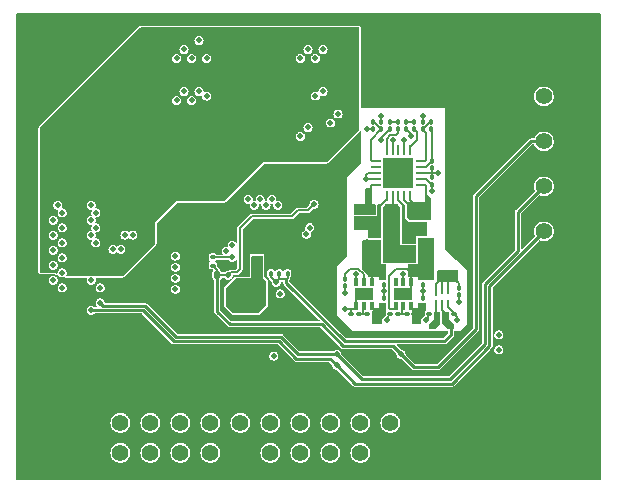
<source format=gbr>
%TF.GenerationSoftware,KiCad,Pcbnew,8.0.5*%
%TF.CreationDate,2025-10-24T05:58:17-05:00*%
%TF.ProjectId,iris-128s-adapter,69726973-2d31-4323-9873-2d6164617074,1.0.0*%
%TF.SameCoordinates,Original*%
%TF.FileFunction,Copper,L4,Bot*%
%TF.FilePolarity,Positive*%
%FSLAX46Y46*%
G04 Gerber Fmt 4.6, Leading zero omitted, Abs format (unit mm)*
G04 Created by KiCad (PCBNEW 8.0.5) date 2025-10-24 05:58:17*
%MOMM*%
%LPD*%
G01*
G04 APERTURE LIST*
G04 Aperture macros list*
%AMRoundRect*
0 Rectangle with rounded corners*
0 $1 Rounding radius*
0 $2 $3 $4 $5 $6 $7 $8 $9 X,Y pos of 4 corners*
0 Add a 4 corners polygon primitive as box body*
4,1,4,$2,$3,$4,$5,$6,$7,$8,$9,$2,$3,0*
0 Add four circle primitives for the rounded corners*
1,1,$1+$1,$2,$3*
1,1,$1+$1,$4,$5*
1,1,$1+$1,$6,$7*
1,1,$1+$1,$8,$9*
0 Add four rect primitives between the rounded corners*
20,1,$1+$1,$2,$3,$4,$5,0*
20,1,$1+$1,$4,$5,$6,$7,0*
20,1,$1+$1,$6,$7,$8,$9,0*
20,1,$1+$1,$8,$9,$2,$3,0*%
G04 Aperture macros list end*
%TA.AperFunction,ComponentPad*%
%ADD10C,3.581400*%
%TD*%
%TA.AperFunction,ComponentPad*%
%ADD11C,1.422400*%
%TD*%
%TA.AperFunction,SMDPad,CuDef*%
%ADD12RoundRect,0.100000X0.100000X-0.130000X0.100000X0.130000X-0.100000X0.130000X-0.100000X-0.130000X0*%
%TD*%
%TA.AperFunction,SMDPad,CuDef*%
%ADD13RoundRect,0.100000X-0.130000X-0.100000X0.130000X-0.100000X0.130000X0.100000X-0.130000X0.100000X0*%
%TD*%
%TA.AperFunction,SMDPad,CuDef*%
%ADD14R,0.600000X1.800000*%
%TD*%
%TA.AperFunction,SMDPad,CuDef*%
%ADD15RoundRect,0.100000X-0.100000X0.130000X-0.100000X-0.130000X0.100000X-0.130000X0.100000X0.130000X0*%
%TD*%
%TA.AperFunction,SMDPad,CuDef*%
%ADD16RoundRect,0.062500X-0.062500X-0.337500X0.062500X-0.337500X0.062500X0.337500X-0.062500X0.337500X0*%
%TD*%
%TA.AperFunction,SMDPad,CuDef*%
%ADD17RoundRect,0.062500X-0.062500X-0.287500X0.062500X-0.287500X0.062500X0.287500X-0.062500X0.287500X0*%
%TD*%
%TA.AperFunction,SMDPad,CuDef*%
%ADD18R,0.579000X0.332000*%
%TD*%
%TA.AperFunction,SMDPad,CuDef*%
%ADD19R,0.579000X0.507000*%
%TD*%
%TA.AperFunction,SMDPad,CuDef*%
%ADD20RoundRect,0.062500X-0.375000X-0.062500X0.375000X-0.062500X0.375000X0.062500X-0.375000X0.062500X0*%
%TD*%
%TA.AperFunction,SMDPad,CuDef*%
%ADD21RoundRect,0.062500X-0.062500X-0.375000X0.062500X-0.375000X0.062500X0.375000X-0.062500X0.375000X0*%
%TD*%
%TA.AperFunction,HeatsinkPad*%
%ADD22R,2.600000X2.600000*%
%TD*%
%TA.AperFunction,SMDPad,CuDef*%
%ADD23RoundRect,0.225000X-0.225000X-0.250000X0.225000X-0.250000X0.225000X0.250000X-0.225000X0.250000X0*%
%TD*%
%TA.AperFunction,SMDPad,CuDef*%
%ADD24RoundRect,0.075000X0.075000X0.275000X-0.075000X0.275000X-0.075000X-0.275000X0.075000X-0.275000X0*%
%TD*%
%TA.AperFunction,HeatsinkPad*%
%ADD25R,1.600000X1.000000*%
%TD*%
%TA.AperFunction,SMDPad,CuDef*%
%ADD26RoundRect,0.100000X0.130000X0.100000X-0.130000X0.100000X-0.130000X-0.100000X0.130000X-0.100000X0*%
%TD*%
%TA.AperFunction,SMDPad,CuDef*%
%ADD27RoundRect,0.140000X0.140000X0.170000X-0.140000X0.170000X-0.140000X-0.170000X0.140000X-0.170000X0*%
%TD*%
%TA.AperFunction,SMDPad,CuDef*%
%ADD28RoundRect,0.225000X0.225000X0.250000X-0.225000X0.250000X-0.225000X-0.250000X0.225000X-0.250000X0*%
%TD*%
%TA.AperFunction,SMDPad,CuDef*%
%ADD29R,1.800000X0.600000*%
%TD*%
%TA.AperFunction,ViaPad*%
%ADD30C,0.508000*%
%TD*%
%TA.AperFunction,Conductor*%
%ADD31C,0.203200*%
%TD*%
%TA.AperFunction,Conductor*%
%ADD32C,0.254000*%
%TD*%
%TA.AperFunction,Conductor*%
%ADD33C,0.127000*%
%TD*%
G04 APERTURE END LIST*
D10*
%TO.P,S6,1,1*%
%TO.N,GND3*%
X73048000Y-126952000D03*
%TD*%
%TO.P,S3,1,1*%
%TO.N,GND3*%
X116952000Y-93048000D03*
%TD*%
D11*
%TO.P,J7,1,1*%
%TO.N,VDD3V_EXT*%
X114919760Y-101092000D03*
%TO.P,J7,2,2*%
%TO.N,GND3*%
X117459760Y-101092000D03*
%TD*%
D10*
%TO.P,S2,1,1*%
%TO.N,GND3*%
X73048000Y-93048000D03*
%TD*%
D11*
%TO.P,J2,1,1*%
%TO.N,/VDD_SW_EXT*%
X114919760Y-104902000D03*
%TO.P,J2,2,2*%
%TO.N,GND3*%
X117459760Y-104902000D03*
%TD*%
%TO.P,J3,1,1*%
%TO.N,/VSS_SW_EXT*%
X114919760Y-108712000D03*
%TO.P,J3,2,2*%
%TO.N,GND3*%
X117459760Y-108712000D03*
%TD*%
D10*
%TO.P,S7,1,1*%
%TO.N,GND3*%
X116952000Y-126952000D03*
%TD*%
D11*
%TO.P,J1,1,1*%
%TO.N,/VDD3*%
X114919760Y-97282000D03*
%TO.P,J1,2,2*%
%TO.N,GND3*%
X117459760Y-97282000D03*
%TD*%
%TO.P,J5,1,1*%
%TO.N,/mcu/PA0*%
X79070000Y-127460500D03*
%TO.P,J5,2,2*%
%TO.N,/mcu/PA1*%
X79070000Y-124920500D03*
%TO.P,J5,3,3*%
%TO.N,/mcu/PA2*%
X81610000Y-127460500D03*
%TO.P,J5,4,4*%
%TO.N,/mcu/PA3*%
X81610000Y-124920500D03*
%TO.P,J5,5,5*%
%TO.N,/mcu/PA4*%
X84150000Y-127460500D03*
%TO.P,J5,6,6*%
%TO.N,/mcu/PA5*%
X84150000Y-124920500D03*
%TO.P,J5,7,7*%
%TO.N,/mcu/PA6*%
X86690000Y-127460500D03*
%TO.P,J5,8,8*%
%TO.N,/mcu/PA7*%
X86690000Y-124920500D03*
%TO.P,J5,9,9*%
%TO.N,GND3*%
X89230000Y-127460500D03*
%TO.P,J5,10,10*%
%TO.N,VDD3V_EXT*%
X89230000Y-124920500D03*
%TO.P,J5,11,11*%
%TO.N,/mcu/PA9*%
X91770000Y-127460500D03*
%TO.P,J5,12,12*%
%TO.N,/mcu/PA10*%
X91770000Y-124920500D03*
%TO.P,J5,13,13*%
%TO.N,/mcu/PA11*%
X94310000Y-127460500D03*
%TO.P,J5,14,14*%
%TO.N,/mcu/PA12*%
X94310000Y-124920500D03*
%TO.P,J5,15,15*%
%TO.N,/mcu/PB0*%
X96850000Y-127460500D03*
%TO.P,J5,16,16*%
%TO.N,/mcu/PB1*%
X96850000Y-124920500D03*
%TO.P,J5,17,17*%
%TO.N,/mcu/PB6*%
X99390000Y-127460500D03*
%TO.P,J5,18,18*%
%TO.N,/mcu/PB7*%
X99390000Y-124920500D03*
%TO.P,J5,19,19*%
%TO.N,GND3*%
X101930000Y-127460500D03*
%TO.P,J5,20,20*%
%TO.N,VDD3V_EXT*%
X101930000Y-124920500D03*
%TD*%
D12*
%TO.P,C4,1*%
%TO.N,/VDDA3V*%
X91832760Y-112296880D03*
%TO.P,C4,2*%
%TO.N,GND3*%
X91832760Y-111656880D03*
%TD*%
D13*
%TO.P,C18,1*%
%TO.N,/VDDA3V*%
X106669580Y-115736000D03*
%TO.P,C18,2*%
%TO.N,GND3*%
X107309580Y-115736000D03*
%TD*%
D14*
%TO.P,L2,1,1*%
%TO.N,GND3*%
X102264580Y-108843620D03*
%TO.P,L2,2,2*%
%TO.N,Net-(U2-SW2)*%
X103614580Y-108843620D03*
%TD*%
D12*
%TO.P,R11,1*%
%TO.N,Net-(U2-FB1)*%
X101163860Y-100077980D03*
%TO.P,R11,2*%
%TO.N,/pmu/VDDH*%
X101163860Y-99437980D03*
%TD*%
D15*
%TO.P,C14,1*%
%TO.N,/pmu/VDDH*%
X101369460Y-112582260D03*
%TO.P,C14,2*%
%TO.N,GND3*%
X101369460Y-113222260D03*
%TD*%
D12*
%TO.P,C10,1*%
%TO.N,GND3*%
X103266980Y-100077980D03*
%TO.P,C10,2*%
%TO.N,Net-(C10-Pad2)*%
X103266980Y-99437980D03*
%TD*%
D16*
%TO.P,U5,1,EN1*%
%TO.N,VDD1*%
X105772280Y-113725920D03*
D17*
%TO.P,U5,2,IN*%
X106272280Y-113675920D03*
%TO.P,U5,3,EN2*%
X106772280Y-113675920D03*
%TO.P,U5,4,GND*%
%TO.N,GND3*%
X106772280Y-114875920D03*
%TO.P,U5,5,OUT2*%
%TO.N,/VDDA3V*%
X106272280Y-114875920D03*
%TO.P,U5,6,OUT1*%
%TO.N,/VDD3V*%
X105772280Y-114875920D03*
%TD*%
D18*
%TO.P,D2,1*%
%TO.N,Net-(U2-SW2)*%
X104650503Y-108960677D03*
D19*
%TO.P,D2,2*%
%TO.N,/pmu/VSSH*%
X104650503Y-109530177D03*
%TD*%
D12*
%TO.P,R14,1*%
%TO.N,Net-(U2-FB2)*%
X104669240Y-100077980D03*
%TO.P,R14,2*%
%TO.N,/pmu/VSSH*%
X104669240Y-99437980D03*
%TD*%
D20*
%TO.P,U2,1,INBK*%
%TO.N,Net-(U2-INBK)*%
X100679940Y-104771560D03*
%TO.P,U2,2,SYNC/FREQ*%
%TO.N,Net-(U2-SEQ)*%
X100679940Y-104271560D03*
%TO.P,U2,3,SEQ*%
X100679940Y-103771560D03*
%TO.P,U2,4,SLEW*%
%TO.N,unconnected-(U2-SLEW-Pad4)*%
X100679940Y-103271560D03*
%TO.P,U2,5,FB1*%
%TO.N,Net-(U2-FB1)*%
X100679940Y-102771560D03*
D21*
%TO.P,U2,6,COMP1*%
%TO.N,Net-(U2-COMP1)*%
X101617440Y-101834060D03*
%TO.P,U2,7,EN1*%
%TO.N,VDD1*%
X102117440Y-101834060D03*
%TO.P,U2,8,SS*%
%TO.N,unconnected-(U2-SS-Pad8)*%
X102617440Y-101834060D03*
%TO.P,U2,9,EN2*%
%TO.N,VDD1*%
X103117440Y-101834060D03*
%TO.P,U2,10,COMP2*%
%TO.N,Net-(U2-COMP2)*%
X103617440Y-101834060D03*
D20*
%TO.P,U2,11,FB2*%
%TO.N,Net-(U2-FB2)*%
X104554940Y-102771560D03*
%TO.P,U2,12,VREF*%
%TO.N,Net-(U2-VREF)*%
X104554940Y-103271560D03*
%TO.P,U2,13,AGND*%
%TO.N,GND3*%
X104554940Y-103771560D03*
%TO.P,U2,14,VREG*%
%TO.N,Net-(U2-SEQ)*%
X104554940Y-104271560D03*
%TO.P,U2,15,PVIN1*%
%TO.N,VDD1*%
X104554940Y-104771560D03*
D21*
%TO.P,U2,16,PVINSYS*%
X103617440Y-105709060D03*
%TO.P,U2,17,PVIN2*%
X103117440Y-105709060D03*
%TO.P,U2,18,SW2*%
%TO.N,Net-(U2-SW2)*%
X102617440Y-105709060D03*
%TO.P,U2,19,PGND*%
%TO.N,GND3*%
X102117440Y-105709060D03*
%TO.P,U2,20,SW1*%
%TO.N,Net-(U2-SW1)*%
X101617440Y-105709060D03*
D22*
%TO.P,U2,21,EP*%
%TO.N,GND3*%
X102617440Y-103771560D03*
%TD*%
D23*
%TO.P,C12,1*%
%TO.N,/pmu/VDDH*%
X100522480Y-110747920D03*
%TO.P,C12,2*%
%TO.N,GND3*%
X102072480Y-110747920D03*
%TD*%
D24*
%TO.P,U4,1,VOUT*%
%TO.N,/VSS_SW*%
X103672820Y-115000520D03*
%TO.P,U4,2,ADJ*%
%TO.N,Net-(U4-ADJ)*%
X103022820Y-115000520D03*
%TO.P,U4,3,EN*%
%TO.N,/pmu/VSSH*%
X102372820Y-115000520D03*
%TO.P,U4,4,NC*%
%TO.N,unconnected-(U4-NC-Pad4)*%
X102372820Y-113000520D03*
%TO.P,U4,5,GND*%
%TO.N,GND3*%
X103022820Y-113000520D03*
%TO.P,U4,6,VIN*%
%TO.N,/pmu/VSSH*%
X103672820Y-113000520D03*
D25*
%TO.P,U4,7,EP*%
X103022820Y-114000520D03*
%TD*%
D15*
%TO.P,C11,1*%
%TO.N,Net-(U2-VREF)*%
X105445700Y-102752040D03*
%TO.P,C11,2*%
%TO.N,GND3*%
X105445700Y-103392040D03*
%TD*%
D12*
%TO.P,R13,1*%
%TO.N,Net-(U2-VREF)*%
X105370220Y-100077980D03*
%TO.P,R13,2*%
%TO.N,Net-(U2-FB2)*%
X105370220Y-99437980D03*
%TD*%
%TO.P,C21,1*%
%TO.N,/VSS_SW*%
X104711600Y-115005020D03*
%TO.P,C21,2*%
%TO.N,GND3*%
X104711600Y-114365020D03*
%TD*%
D15*
%TO.P,C9,1*%
%TO.N,GND3*%
X105445700Y-104154120D03*
%TO.P,C9,2*%
%TO.N,Net-(U2-SEQ)*%
X105445700Y-104794120D03*
%TD*%
D12*
%TO.P,C8,1*%
%TO.N,GND3*%
X101864240Y-100077980D03*
%TO.P,C8,2*%
%TO.N,Net-(C8-Pad2)*%
X101864240Y-99437980D03*
%TD*%
D26*
%TO.P,R1,1*%
%TO.N,Net-(U1-PF3-BOOT0)*%
X86904460Y-110909080D03*
%TO.P,R1,2*%
%TO.N,GND3*%
X86264460Y-110909080D03*
%TD*%
D15*
%TO.P,C17,1*%
%TO.N,Net-(U3-SS)*%
X98080220Y-112709260D03*
%TO.P,C17,2*%
%TO.N,GND3*%
X98080220Y-113349260D03*
%TD*%
%TO.P,R10,1*%
%TO.N,Net-(C10-Pad2)*%
X103967540Y-99437980D03*
%TO.P,R10,2*%
%TO.N,Net-(U2-COMP2)*%
X103967540Y-100077980D03*
%TD*%
D18*
%TO.P,D1,1*%
%TO.N,/pmu/VDDH*%
X100599280Y-109616363D03*
D19*
%TO.P,D1,2*%
%TO.N,Net-(U2-SW1)*%
X100599280Y-109046863D03*
%TD*%
D24*
%TO.P,U3,1,VOUT*%
%TO.N,/VDD_SW*%
X100338100Y-115000520D03*
%TO.P,U3,2,SENSE/ADJ*%
%TO.N,Net-(U3-SENSE{slash}ADJ)*%
X99688100Y-115000520D03*
%TO.P,U3,3,GND*%
%TO.N,GND3*%
X99038100Y-115000520D03*
%TO.P,U3,4,EN*%
%TO.N,/pmu/VDDH*%
X99038100Y-113000520D03*
%TO.P,U3,5,SS*%
%TO.N,Net-(U3-SS)*%
X99688100Y-113000520D03*
%TO.P,U3,6,VIN*%
%TO.N,/pmu/VDDH*%
X100338100Y-113000520D03*
D25*
%TO.P,U3,7,EP*%
%TO.N,GND3*%
X99688100Y-114000520D03*
%TD*%
D26*
%TO.P,R18,1*%
%TO.N,Net-(U4-ADJ)*%
X102574740Y-115736000D03*
%TO.P,R18,2*%
%TO.N,GND3*%
X101934740Y-115736000D03*
%TD*%
%TO.P,R15,1*%
%TO.N,/VDD_SW*%
X100636340Y-115736000D03*
%TO.P,R15,2*%
%TO.N,Net-(U3-SENSE{slash}ADJ)*%
X99996340Y-115736000D03*
%TD*%
D12*
%TO.P,C20,1*%
%TO.N,/VDD_SW*%
X101369460Y-115005020D03*
%TO.P,C20,2*%
%TO.N,GND3*%
X101369460Y-114365020D03*
%TD*%
D23*
%TO.P,C13,1*%
%TO.N,GND3*%
X103483040Y-110747920D03*
%TO.P,C13,2*%
%TO.N,/pmu/VSSH*%
X105033040Y-110747920D03*
%TD*%
D27*
%TO.P,C1,1*%
%TO.N,VDD3V_EXT*%
X87274460Y-112419080D03*
%TO.P,C1,2*%
%TO.N,GND3*%
X86314460Y-112419080D03*
%TD*%
D15*
%TO.P,R12,1*%
%TO.N,Net-(U2-FB1)*%
X100462880Y-99437980D03*
%TO.P,R12,2*%
%TO.N,GND3*%
X100462880Y-100077980D03*
%TD*%
D28*
%TO.P,C7,1*%
%TO.N,VDD1*%
X103818920Y-106954880D03*
%TO.P,C7,2*%
%TO.N,GND3*%
X102268920Y-106954880D03*
%TD*%
D26*
%TO.P,C19,1*%
%TO.N,/VDD3V*%
X105874680Y-115736000D03*
%TO.P,C19,2*%
%TO.N,GND3*%
X105234680Y-115736000D03*
%TD*%
D29*
%TO.P,L1,1,1*%
%TO.N,Net-(U2-SW1)*%
X99773877Y-108089400D03*
%TO.P,L1,2,2*%
%TO.N,Net-(U2-INBK)*%
X99773877Y-106739400D03*
%TD*%
D15*
%TO.P,C15,1*%
%TO.N,/pmu/VSSH*%
X104711600Y-112582260D03*
%TO.P,C15,2*%
%TO.N,GND3*%
X104711600Y-113222260D03*
%TD*%
%TO.P,C16,1*%
%TO.N,VDD1*%
X107739040Y-113478880D03*
%TO.P,C16,2*%
%TO.N,GND3*%
X107739040Y-114118880D03*
%TD*%
D26*
%TO.P,R16,1*%
%TO.N,Net-(U3-SENSE{slash}ADJ)*%
X99236340Y-115736000D03*
%TO.P,R16,2*%
%TO.N,GND3*%
X98596340Y-115736000D03*
%TD*%
D12*
%TO.P,C2,1*%
%TO.N,/VDDA3V*%
X93232760Y-112296880D03*
%TO.P,C2,2*%
%TO.N,GND3*%
X93232760Y-111656880D03*
%TD*%
D15*
%TO.P,R9,1*%
%TO.N,Net-(C8-Pad2)*%
X102565520Y-99437980D03*
%TO.P,R9,2*%
%TO.N,Net-(U2-COMP1)*%
X102565520Y-100077980D03*
%TD*%
D26*
%TO.P,C3,1*%
%TO.N,VDD3V_EXT*%
X86904460Y-111609080D03*
%TO.P,C3,2*%
%TO.N,GND3*%
X86264460Y-111609080D03*
%TD*%
%TO.P,R17,1*%
%TO.N,/VSS_SW*%
X103974740Y-115736000D03*
%TO.P,R17,2*%
%TO.N,Net-(U4-ADJ)*%
X103334740Y-115736000D03*
%TD*%
D12*
%TO.P,C5,1*%
%TO.N,/VDDA3V*%
X92532760Y-112296880D03*
%TO.P,C5,2*%
%TO.N,GND3*%
X92532760Y-111656880D03*
%TD*%
D30*
%TO.N,/VDD3V*%
X105467000Y-116761800D03*
X105867000Y-116257200D03*
%TO.N,/VDDA3V*%
X92260260Y-113020000D03*
X107045780Y-116761800D03*
X106647000Y-116257200D03*
%TO.N,/mcu/NRST*%
X92070474Y-119268794D03*
X92600780Y-113996400D03*
%TO.N,Net-(U2-SEQ)*%
X105442100Y-105325780D03*
X99861440Y-104271560D03*
%TO.N,/VDD_SW*%
X101293260Y-115669600D03*
X100893800Y-116257200D03*
%TO.N,/VSS_SW*%
X104232200Y-116257200D03*
X104622700Y-115669600D03*
%TO.N,Net-(U1-PF3-BOOT0)*%
X88562200Y-110892320D03*
%TO.N,/mcu/PA10*%
X91902240Y-106005860D03*
%TO.N,/mcu/PA9*%
X92402100Y-106514460D03*
%TO.N,/MOSI_SW*%
X74149100Y-113492500D03*
X83741600Y-113619440D03*
%TO.N,/MISO_SW*%
X77374900Y-113492500D03*
X83741600Y-112679440D03*
%TO.N,/SCLK_SW*%
X83741600Y-111739440D03*
X73387100Y-112857500D03*
%TO.N,/CSb_SW*%
X76612900Y-112857500D03*
X83741600Y-110799640D03*
%TO.N,GND3*%
X78181200Y-115976400D03*
X90617040Y-122600720D03*
X84074000Y-106705400D03*
X112268000Y-112471200D03*
X81711800Y-114554000D03*
X110109000Y-111912400D03*
X108102400Y-97891600D03*
X118729360Y-116205340D03*
X104947600Y-116257200D03*
X86461600Y-116560600D03*
X90347800Y-117119400D03*
X100634800Y-123139200D03*
X90694500Y-115195200D03*
X80213200Y-112242600D03*
X118729360Y-117475340D03*
X86314460Y-113162080D03*
X113334800Y-128193800D03*
X108127800Y-107238800D03*
X101369460Y-113797800D03*
X99931220Y-100077980D03*
X93878400Y-104013000D03*
X103379440Y-104558560D03*
X108077000Y-111099600D03*
X102617440Y-103796560D03*
X84023200Y-117094000D03*
X99898200Y-91871800D03*
X99009200Y-101117400D03*
X98077020Y-115314000D03*
X81813400Y-117094000D03*
X86207600Y-118821200D03*
X92029240Y-115286020D03*
X91160600Y-120446800D03*
X90652600Y-108323380D03*
X76479400Y-119786400D03*
X104470200Y-90830400D03*
X102844600Y-95580200D03*
X102870000Y-122250200D03*
X83083400Y-122351800D03*
X95021400Y-123139200D03*
X77927200Y-93319600D03*
X89298731Y-112971531D03*
X108077000Y-101955600D03*
X71704200Y-111887000D03*
X106629200Y-120573800D03*
X108839000Y-118389400D03*
X71729600Y-106070400D03*
X99885820Y-93314080D03*
X94874080Y-106144060D03*
X89294100Y-115344480D03*
X73466100Y-115128580D03*
X107209040Y-128743200D03*
X81229200Y-90830400D03*
X90652600Y-111099600D03*
X108077000Y-94437200D03*
X104711600Y-113797800D03*
X103661680Y-100649980D03*
X85420200Y-114376200D03*
X113385600Y-122301000D03*
X111175800Y-107264200D03*
X85064600Y-108559600D03*
X108102400Y-96520000D03*
X103379440Y-103034560D03*
X101647660Y-116257200D03*
X101536500Y-107370820D03*
X82575400Y-108178600D03*
X71780400Y-117525800D03*
X116205000Y-111023400D03*
X91363800Y-103428800D03*
X103454200Y-91897200D03*
X101855440Y-103034560D03*
X105957840Y-103771560D03*
X82575400Y-109956600D03*
X103022820Y-112316460D03*
X71704200Y-100431600D03*
X97840800Y-110617000D03*
X96875600Y-104952800D03*
X81661000Y-119710200D03*
X92532760Y-111099600D03*
X88714600Y-111709820D03*
X77292200Y-123850400D03*
X106248200Y-118795800D03*
X97749360Y-123139200D03*
X106832400Y-105867200D03*
X101930200Y-119227600D03*
X83794600Y-115900200D03*
X87967820Y-121831100D03*
X73761600Y-97459800D03*
X112674400Y-99542600D03*
X101124220Y-100964940D03*
X92862400Y-123139200D03*
X113030000Y-94411800D03*
X110327440Y-119400320D03*
X106832400Y-107035600D03*
X118033800Y-122910600D03*
X110127960Y-98219260D03*
X87376000Y-106705400D03*
X108889800Y-120802400D03*
X98196400Y-121767600D03*
X90243500Y-113284000D03*
X118729360Y-113665340D03*
X94589880Y-107574820D03*
X88696800Y-106121200D03*
X88565920Y-115195200D03*
X101535700Y-108008360D03*
X85140800Y-119710200D03*
X97129600Y-108788200D03*
X93319600Y-119837200D03*
X106654600Y-95072200D03*
X91139000Y-113334800D03*
X96266000Y-103403400D03*
X112928400Y-104038400D03*
X86715600Y-114757200D03*
X101855440Y-104558560D03*
X92232480Y-108996480D03*
X86264460Y-110299500D03*
X96621600Y-120396000D03*
X78181200Y-114427000D03*
X99923600Y-97917000D03*
X107739040Y-114694420D03*
X107209040Y-123256800D03*
X97053400Y-113919000D03*
X106705400Y-97840800D03*
X114884200Y-119837200D03*
X88900000Y-118592600D03*
X98080220Y-113924800D03*
X89281000Y-116052600D03*
X107565420Y-116257200D03*
X101536500Y-106733880D03*
X96621600Y-117983000D03*
%TO.N,/MISO1m*%
X84464280Y-93314480D03*
X76612900Y-106507500D03*
%TO.N,/CSbm*%
X73768100Y-106507500D03*
X86369280Y-94076480D03*
%TO.N,/SCLKm*%
X85734280Y-92552480D03*
X73387100Y-107777500D03*
%TO.N,/MOSIp*%
X76993900Y-109682500D03*
X85099280Y-97632480D03*
%TO.N,/MISO2p*%
X76993900Y-108412500D03*
X83829280Y-97632480D03*
%TO.N,/MISO1p*%
X84464280Y-96870480D03*
X76993900Y-107142500D03*
%TO.N,/MISO2m*%
X76612900Y-107777500D03*
X83829280Y-94076480D03*
%TO.N,VDD3V_EXT*%
X88206600Y-112420400D03*
X102834900Y-119113000D03*
X95468400Y-106417240D03*
%TO.N,/CSbp*%
X86369280Y-97251480D03*
X74149100Y-107142500D03*
%TO.N,/SCLKp*%
X74149100Y-108412500D03*
X85734280Y-96870480D03*
%TO.N,/MOSIm*%
X76612900Y-109047500D03*
X85099280Y-94076480D03*
%TO.N,/CSbp_STIM*%
X74149100Y-109682500D03*
X94957680Y-93314080D03*
%TO.N,/SCLKp_STIM*%
X74149100Y-110952500D03*
X96862680Y-99537080D03*
%TO.N,/MOSI1m_STIM*%
X96227680Y-96870080D03*
X78452980Y-110241080D03*
%TO.N,VDD1*%
X106273600Y-112379060D03*
X104957080Y-106474200D03*
X103117440Y-101013200D03*
X104957080Y-107297220D03*
X102117440Y-101013200D03*
X107088940Y-112379060D03*
%TO.N,/MOSI2m_STIM*%
X95592680Y-94076080D03*
X79468980Y-109021880D03*
%TO.N,/SCLKm_STIM*%
X97497680Y-98775080D03*
X73387100Y-110317500D03*
%TO.N,/MOSI1p_STIM*%
X95592680Y-97251080D03*
X79113380Y-110241080D03*
%TO.N,/CSbm_STIM*%
X94322680Y-94076080D03*
X73387100Y-109047500D03*
%TO.N,/MOSI2p_STIM*%
X96227680Y-93314080D03*
X80129380Y-109021880D03*
%TO.N,/mcu/PB1*%
X95098200Y-108392320D03*
%TO.N,/mcu/PB0*%
X94831940Y-108968804D03*
%TO.N,/mcu/PB6*%
X88562200Y-109892320D03*
%TO.N,/mcu/SWDIO*%
X111109360Y-118745340D03*
X90402100Y-106514460D03*
%TO.N,/mcu/SWCLK*%
X89902240Y-106005860D03*
X111109360Y-117475340D03*
%TO.N,/mcu/PB7*%
X88054200Y-110392320D03*
%TO.N,/pmu/VDDH*%
X99915220Y-109616363D03*
X101163860Y-98906320D03*
X99038100Y-112316460D03*
%TO.N,/pmu/VSSH*%
X104669240Y-98906320D03*
X105334563Y-109530177D03*
%TO.N,/VDD_SW_EXT*%
X97396760Y-119113000D03*
X77374900Y-114762500D03*
%TO.N,/VSS_SW_EXT*%
X76612900Y-115397500D03*
X97396760Y-120054760D03*
%TO.N,/MISO1p_STIM*%
X94322680Y-100680080D03*
X74149100Y-112222500D03*
%TO.N,/MISO1m_STIM*%
X73387100Y-111587500D03*
X94957680Y-99918080D03*
%TO.N,/mcu/PA12*%
X90902240Y-106005860D03*
%TO.N,/mcu/PA11*%
X91402100Y-106514460D03*
%TO.N,GND1*%
X95554800Y-101193600D03*
X80568800Y-92100400D03*
X98885820Y-93314080D03*
X84607400Y-99999800D03*
X79197200Y-96951800D03*
X84912200Y-104851200D03*
X87020400Y-91795600D03*
X98983800Y-99974400D03*
X74828400Y-103200200D03*
X75844400Y-100355400D03*
X72745600Y-99923600D03*
X82491696Y-93660076D03*
X74149100Y-105872500D03*
X91440000Y-97409000D03*
X90220800Y-94894400D03*
X85115400Y-101219000D03*
X76885800Y-95783400D03*
X79984600Y-94488000D03*
X81534000Y-99847400D03*
X98475800Y-91846400D03*
X89916000Y-100431600D03*
X82245200Y-104013000D03*
X76784200Y-101168200D03*
X73939400Y-100482400D03*
X76682600Y-97764600D03*
X93345000Y-91821000D03*
X76993900Y-103200200D03*
X88138000Y-105486200D03*
X78232000Y-101879400D03*
X81026000Y-98653600D03*
X87934800Y-93700600D03*
X91643200Y-98704400D03*
X85775800Y-98323400D03*
X88341200Y-98653600D03*
X81711800Y-102895400D03*
X84912200Y-103505000D03*
X90830400Y-102793800D03*
X72618600Y-109677200D03*
X91236800Y-95783400D03*
X93687680Y-93695080D03*
X80314800Y-104902000D03*
X93091000Y-97409000D03*
X72618600Y-110947200D03*
X78689200Y-99136200D03*
X96824800Y-102133400D03*
X88773000Y-99949000D03*
X92506800Y-94310200D03*
X81076800Y-96748600D03*
X82931000Y-97231200D03*
X76993900Y-105872500D03*
X87960200Y-97231200D03*
X96164400Y-100076000D03*
X80314800Y-102997000D03*
X79476600Y-100812600D03*
X81788000Y-108991400D03*
%TD*%
D31*
%TO.N,/VDD3V*%
X105772280Y-114875920D02*
X105772280Y-115633600D01*
X105772280Y-115633600D02*
X105874680Y-115736000D01*
X105867000Y-115743680D02*
X105874680Y-115736000D01*
X105467000Y-116761800D02*
X105467000Y-116657200D01*
X105467000Y-116657200D02*
X105867000Y-116257200D01*
X105867000Y-116257200D02*
X105867000Y-115743680D01*
%TO.N,/VDDA3V*%
X106647000Y-116257200D02*
X106647000Y-115758580D01*
D32*
X107045780Y-117490220D02*
X107045780Y-116761800D01*
X106502200Y-118033800D02*
X107045780Y-117490220D01*
D31*
X106272280Y-115338700D02*
X106669580Y-115736000D01*
X107045780Y-116761800D02*
X107045780Y-116655980D01*
X93116960Y-112747500D02*
X93232760Y-112631700D01*
X92260260Y-113020000D02*
X92532760Y-112747500D01*
X92260260Y-113020000D02*
X92115800Y-113020000D01*
X92532760Y-112747500D02*
X92532760Y-112296880D01*
X106647000Y-115758580D02*
X106669580Y-115736000D01*
X92260260Y-113020000D02*
X91832760Y-112592500D01*
D32*
X98094800Y-118033800D02*
X106502200Y-118033800D01*
D31*
X91832760Y-112592500D02*
X91832760Y-112296880D01*
X106272280Y-114875920D02*
X106272280Y-115338700D01*
X93232760Y-112631700D02*
X93232760Y-112296880D01*
X92532760Y-112747500D02*
X93116960Y-112747500D01*
X107045780Y-116655980D02*
X106647000Y-116257200D01*
D32*
X93116960Y-112747500D02*
X93116960Y-113055960D01*
X93116960Y-113055960D02*
X98094800Y-118033800D01*
D33*
%TO.N,Net-(C8-Pad2)*%
X101864240Y-99437980D02*
X102565520Y-99437980D01*
%TO.N,Net-(U2-SEQ)*%
X105442100Y-104794120D02*
X105442100Y-105325780D01*
X104554940Y-104271560D02*
X104919540Y-104271560D01*
X99861440Y-103922760D02*
X99861440Y-104271560D01*
X104919540Y-104271560D02*
X105442100Y-104794120D01*
X105442100Y-104794120D02*
X105445700Y-104794120D01*
X100679940Y-104271560D02*
X99861440Y-104271560D01*
X100012640Y-103771560D02*
X99861440Y-103922760D01*
X100679940Y-103771560D02*
X100012640Y-103771560D01*
%TO.N,Net-(C10-Pad2)*%
X103266980Y-99437980D02*
X103967540Y-99437980D01*
%TO.N,Net-(U2-VREF)*%
X104554940Y-103271560D02*
X104922580Y-103271560D01*
X104922580Y-103271560D02*
X105442100Y-102752040D01*
X105445700Y-102752040D02*
X105445700Y-100153460D01*
X105442100Y-102752040D02*
X105445700Y-102752040D01*
X105445700Y-100153460D02*
X105370220Y-100077980D01*
%TO.N,Net-(U3-SS)*%
X98080220Y-112285120D02*
X98080220Y-112709260D01*
X99222760Y-111871960D02*
X98493380Y-111871960D01*
X99688100Y-112337300D02*
X99222760Y-111871960D01*
X99688100Y-113000520D02*
X99688100Y-112337300D01*
X98493380Y-111871960D02*
X98080220Y-112285120D01*
D31*
%TO.N,/VDD_SW*%
X100338100Y-115232360D02*
X100419740Y-115314000D01*
X100637880Y-115313460D02*
X101293260Y-115313460D01*
X100893800Y-116257200D02*
X100893800Y-115993460D01*
X101293260Y-115669600D02*
X101293260Y-115313460D01*
X100636340Y-115736000D02*
X100636340Y-115315000D01*
X100636340Y-115315000D02*
X100637880Y-115313460D01*
X101293260Y-115081220D02*
X101369460Y-115005020D01*
X100419740Y-115314000D02*
X100637340Y-115314000D01*
X100338100Y-115000520D02*
X100338100Y-115232360D01*
X101293260Y-115313460D02*
X101293260Y-115081220D01*
X100893800Y-115993460D02*
X100636340Y-115736000D01*
%TO.N,/VSS_SW*%
X104622700Y-115669600D02*
X104622700Y-115313460D01*
X103975440Y-115313460D02*
X104622700Y-115313460D01*
X103672820Y-115000520D02*
X103672820Y-115232360D01*
X104232200Y-116257200D02*
X104232200Y-115993460D01*
X104622700Y-115093920D02*
X104711600Y-115005020D01*
X104232200Y-115993460D02*
X103974740Y-115736000D01*
X103754460Y-115314000D02*
X103974900Y-115314000D01*
X103672820Y-115232360D02*
X103754460Y-115314000D01*
X104622700Y-115313460D02*
X104622700Y-115093920D01*
X103974740Y-115736000D02*
X103974740Y-115314160D01*
X103974740Y-115314160D02*
X103975440Y-115313460D01*
D33*
%TO.N,Net-(U2-SW1)*%
X99773877Y-108089400D02*
X100334780Y-108089400D01*
D31*
X101041200Y-106539030D02*
X101041200Y-107436920D01*
D33*
X99900877Y-108089400D02*
X100372880Y-108089400D01*
X100609400Y-108364020D02*
X100609400Y-109036743D01*
D31*
X101041200Y-107436920D02*
X100388720Y-108089400D01*
D33*
X100609400Y-109036743D02*
X100599280Y-109046863D01*
D31*
X100388720Y-108089400D02*
X99773877Y-108089400D01*
X101617440Y-105709060D02*
X101617440Y-105962790D01*
D33*
X101617440Y-105709060D02*
X101617440Y-106041940D01*
X100334780Y-108089400D02*
X100609400Y-108364020D01*
D31*
X101617440Y-105962790D02*
X101041200Y-106539030D01*
%TO.N,Net-(U2-SW2)*%
X103614580Y-108220340D02*
X103039380Y-107645140D01*
D33*
X103731637Y-108960677D02*
X103614580Y-108843620D01*
D31*
X103039380Y-106493780D02*
X102617440Y-106071840D01*
X102617440Y-106071840D02*
X102617440Y-105709060D01*
D33*
X104650503Y-108960677D02*
X103731637Y-108960677D01*
D31*
X103614580Y-108843620D02*
X103614580Y-108220340D01*
X103039380Y-107645140D02*
X103039380Y-106493780D01*
%TO.N,Net-(U2-INBK)*%
X100280940Y-104807960D02*
X100317340Y-104771560D01*
D33*
X99900877Y-106739400D02*
X100117340Y-106739400D01*
D31*
X100317340Y-104771560D02*
X100679940Y-104771560D01*
D33*
X100117340Y-106739400D02*
X100280940Y-106575800D01*
D31*
X100280940Y-106575800D02*
X100280940Y-104807960D01*
D33*
%TO.N,Net-(U1-PF3-BOOT0)*%
X88545440Y-110909080D02*
X86904460Y-110909080D01*
X88697840Y-110909080D02*
X88714600Y-110892320D01*
X88562200Y-110892320D02*
X88545440Y-110909080D01*
%TO.N,Net-(U2-COMP1)*%
X102565520Y-100077980D02*
X102565520Y-100384700D01*
X101930200Y-100556060D02*
X101617440Y-100868820D01*
X101617440Y-100868820D02*
X101617440Y-101834060D01*
X102394160Y-100556060D02*
X101930200Y-100556060D01*
X102565520Y-100384700D02*
X102394160Y-100556060D01*
%TO.N,Net-(U2-COMP2)*%
X104200160Y-100310600D02*
X104200160Y-101008120D01*
X104200160Y-101008120D02*
X103617440Y-101590840D01*
X103617440Y-101590840D02*
X103617440Y-101834060D01*
X103967540Y-100077980D02*
X104200160Y-100310600D01*
%TO.N,Net-(U2-FB1)*%
X101160260Y-100077980D02*
X101163860Y-100077980D01*
X100280940Y-100960900D02*
X100280940Y-102699760D01*
X100280940Y-102699760D02*
X100352740Y-102771560D01*
X100520260Y-99437980D02*
X101160260Y-100077980D01*
X100352740Y-102771560D02*
X100679940Y-102771560D01*
X101163860Y-100077980D02*
X100280940Y-100960900D01*
X100462880Y-99437980D02*
X100520260Y-99437980D01*
%TO.N,Net-(U2-FB2)*%
X104954540Y-100363280D02*
X104954540Y-102689600D01*
X104954540Y-102689600D02*
X104872580Y-102771560D01*
X105370220Y-99437980D02*
X105312840Y-99437980D01*
X105312840Y-99437980D02*
X104672840Y-100077980D01*
X104672840Y-100077980D02*
X104669240Y-100077980D01*
X104669240Y-100077980D02*
X104954540Y-100363280D01*
X104872580Y-102771560D02*
X104554940Y-102771560D01*
%TO.N,Net-(U3-SENSE{slash}ADJ)*%
X99621340Y-115736000D02*
X99236340Y-115736000D01*
X99621340Y-115067280D02*
X99688100Y-115000520D01*
X99996340Y-115736000D02*
X99621340Y-115736000D01*
X99621340Y-115736000D02*
X99621340Y-115067280D01*
%TO.N,Net-(U4-ADJ)*%
X102958900Y-115736000D02*
X102574740Y-115736000D01*
X102958900Y-115736000D02*
X102958900Y-115064440D01*
X103334740Y-115736000D02*
X102958900Y-115736000D01*
X102958900Y-115064440D02*
X103022820Y-115000520D01*
D31*
%TO.N,GND3*%
X86314460Y-112419080D02*
X86314460Y-113162080D01*
D33*
X101934740Y-115736000D02*
X101934740Y-115792320D01*
X98080220Y-113924800D02*
X98080220Y-113349260D01*
D31*
X99688100Y-114000520D02*
X99354400Y-114000520D01*
X86264460Y-110909080D02*
X86264460Y-110299500D01*
D33*
X105444760Y-103771560D02*
X105957840Y-103771560D01*
D31*
X105095040Y-116109760D02*
X104947600Y-116257200D01*
X99354400Y-114000520D02*
X99038100Y-114316820D01*
D33*
X103266980Y-100077980D02*
X103661680Y-100472680D01*
X105445700Y-104154120D02*
X105445700Y-103772500D01*
D31*
X99038100Y-115000520D02*
X99038100Y-115195660D01*
D33*
X101124220Y-100964940D02*
X101124220Y-100818000D01*
D31*
X92532760Y-111656880D02*
X93232760Y-111656880D01*
D33*
X105445700Y-103392040D02*
X105445700Y-103770620D01*
D31*
X92532760Y-111656880D02*
X91832760Y-111656880D01*
X92532760Y-111656880D02*
X92532760Y-111099600D01*
D33*
X100462880Y-100077980D02*
X99931220Y-100077980D01*
D31*
X86264460Y-111609080D02*
X86264460Y-110909080D01*
D33*
X104554940Y-103771560D02*
X105444760Y-103771560D01*
X105445700Y-103770620D02*
X105444760Y-103771560D01*
D31*
X105095040Y-115875640D02*
X105095040Y-116109760D01*
D33*
X102268920Y-108839280D02*
X102264580Y-108843620D01*
D31*
X102117440Y-105709060D02*
X102117440Y-106803400D01*
D33*
X102117440Y-106803400D02*
X102268920Y-106954880D01*
D31*
X101369460Y-113797800D02*
X101369460Y-114365020D01*
X86314460Y-112419080D02*
X86314460Y-111659080D01*
X103022820Y-113000520D02*
X103022820Y-112316460D01*
X104711600Y-113797800D02*
X104711600Y-114365020D01*
X101369460Y-113797800D02*
X101369460Y-113222260D01*
X105234680Y-115736000D02*
X105095040Y-115875640D01*
X98595180Y-115314000D02*
X98077020Y-115314000D01*
X101647660Y-116257200D02*
X101647660Y-116023080D01*
X99038100Y-115195660D02*
X98919760Y-115314000D01*
X99038100Y-114316820D02*
X99038100Y-115000520D01*
D33*
X102264580Y-110555820D02*
X102072480Y-110747920D01*
X102264580Y-108843620D02*
X102264580Y-110555820D01*
D31*
X98596340Y-115315160D02*
X98595180Y-115314000D01*
X106772280Y-114875920D02*
X106772280Y-115111100D01*
X98919760Y-115314000D02*
X98595180Y-115314000D01*
D33*
X101536500Y-106733880D02*
X102047920Y-106733880D01*
D31*
X107309580Y-115648400D02*
X107309580Y-115736000D01*
X107565420Y-115991840D02*
X107309580Y-115736000D01*
X101647660Y-116023080D02*
X101934740Y-115736000D01*
X107565420Y-116257200D02*
X107565420Y-115991840D01*
X104711600Y-113797800D02*
X104711600Y-113222260D01*
X98596340Y-115736000D02*
X98596340Y-115315160D01*
D33*
X105445700Y-103772500D02*
X105444760Y-103771560D01*
D31*
X106772280Y-115111100D02*
X107309580Y-115648400D01*
D33*
X102268920Y-106954880D02*
X102268920Y-108839280D01*
X103661680Y-100472680D02*
X103661680Y-100649980D01*
X102047920Y-106733880D02*
X102268920Y-106954880D01*
D31*
X86314460Y-111659080D02*
X86264460Y-111609080D01*
X107739040Y-114694420D02*
X107739040Y-114118880D01*
D33*
X101124220Y-100818000D02*
X101864240Y-100077980D01*
X103483040Y-110747920D02*
X102072480Y-110747920D01*
D31*
%TO.N,VDD3V_EXT*%
X87274460Y-111979080D02*
X86904460Y-111609080D01*
X87275780Y-112420400D02*
X87274460Y-112419080D01*
D32*
X96108184Y-116586000D02*
X97936984Y-118414800D01*
D31*
X89197200Y-108465600D02*
X90230960Y-107431840D01*
D32*
X102834900Y-119113000D02*
X103940100Y-120218200D01*
D31*
X93629480Y-107431840D02*
X94127320Y-106934000D01*
D32*
X87274460Y-112419080D02*
X87274460Y-115511640D01*
D31*
X94127320Y-106934000D02*
X94951640Y-106934000D01*
D32*
X109202220Y-116959380D02*
X109202220Y-105737660D01*
X102136700Y-118414800D02*
X102834900Y-119113000D01*
X113847880Y-101092000D02*
X114919760Y-101092000D01*
D31*
X94951640Y-106934000D02*
X95468400Y-106417240D01*
D32*
X105943400Y-120218200D02*
X109202220Y-116959380D01*
D31*
X89197200Y-111909720D02*
X89197200Y-108465600D01*
D32*
X87274460Y-115511640D02*
X88348820Y-116586000D01*
D31*
X88206600Y-112420400D02*
X87275780Y-112420400D01*
X88206600Y-112420400D02*
X88434580Y-112192420D01*
D32*
X103940100Y-120218200D02*
X105943400Y-120218200D01*
D31*
X88434580Y-112192420D02*
X88914500Y-112192420D01*
D32*
X97936984Y-118414800D02*
X102136700Y-118414800D01*
X109202220Y-105737660D02*
X113847880Y-101092000D01*
D31*
X88914500Y-112192420D02*
X89197200Y-111909720D01*
D32*
X88348820Y-116586000D02*
X96108184Y-116586000D01*
D31*
X90230960Y-107431840D02*
X93629480Y-107431840D01*
X87274460Y-112419080D02*
X87274460Y-111979080D01*
D33*
%TO.N,VDD1*%
X104818740Y-107297220D02*
X104476400Y-106954880D01*
D31*
X107739040Y-113105360D02*
X107520740Y-112887060D01*
X103117440Y-106059500D02*
X103818920Y-106760980D01*
X106273600Y-112887060D02*
X106273600Y-112379060D01*
D33*
X103818920Y-106760980D02*
X103818920Y-106954880D01*
D31*
X104907980Y-104771560D02*
X104957080Y-104820660D01*
D33*
X104476400Y-106954880D02*
X103818920Y-106954880D01*
D31*
X106773980Y-112887060D02*
X106273600Y-112887060D01*
X106772280Y-112888760D02*
X106773980Y-112887060D01*
X103617440Y-106074360D02*
X103818920Y-106275840D01*
X106272280Y-113675920D02*
X106272280Y-112888380D01*
X106772280Y-113675920D02*
X106772280Y-112888760D01*
X107739040Y-113105360D02*
X107739040Y-113478880D01*
X104957080Y-104820660D02*
X104957080Y-106474200D01*
X104554940Y-104771560D02*
X104907980Y-104771560D01*
X107520740Y-112887060D02*
X107088940Y-112887060D01*
X107088940Y-112887060D02*
X106773980Y-112887060D01*
X106273600Y-112887060D02*
X106088880Y-112887060D01*
D33*
X102117440Y-101013200D02*
X102117440Y-101834060D01*
D31*
X105772280Y-113203660D02*
X105772280Y-113725920D01*
X106272280Y-112888380D02*
X106273600Y-112887060D01*
X106088880Y-112887060D02*
X105772280Y-113203660D01*
D33*
X104957080Y-107297220D02*
X104818740Y-107297220D01*
X104957080Y-106474200D02*
X104476400Y-106954880D01*
D31*
X103117440Y-105709060D02*
X103117440Y-106059500D01*
D33*
X103117440Y-101013200D02*
X103117440Y-101834060D01*
D31*
X107088940Y-112379060D02*
X107088940Y-112887060D01*
X103818920Y-106275840D02*
X103818920Y-106954880D01*
X103617440Y-105709060D02*
X103617440Y-106074360D01*
%TO.N,/pmu/VDDH*%
X100338100Y-113000520D02*
X100338100Y-112252280D01*
X101178920Y-112067900D02*
X101369460Y-112258440D01*
D33*
X101163860Y-99437980D02*
X101163860Y-98906320D01*
D31*
X99038100Y-113000520D02*
X99038100Y-112316460D01*
D33*
X100599280Y-109616363D02*
X99915220Y-109616363D01*
D31*
X101369460Y-112258440D02*
X101369460Y-112582260D01*
X100522480Y-111716820D02*
X100522480Y-110747920D01*
X100338100Y-112252280D02*
X100522480Y-112067900D01*
D33*
X100599280Y-109616363D02*
X100599280Y-110671120D01*
X100599280Y-110671120D02*
X100522480Y-110747920D01*
D31*
X100522480Y-112067900D02*
X100522480Y-111716820D01*
X100522480Y-112067900D02*
X101178920Y-112067900D01*
%TO.N,/pmu/VSSH*%
X103022820Y-114000520D02*
X103375220Y-114000520D01*
X103672820Y-113702920D02*
X103672820Y-113000520D01*
X103672820Y-113000520D02*
X103672820Y-112496420D01*
D33*
X104650503Y-109530177D02*
X104650503Y-110365383D01*
D31*
X105033040Y-111608640D02*
X105033040Y-110747920D01*
D33*
X102372820Y-115221360D02*
X102306120Y-115288060D01*
X101813960Y-115164200D02*
X101813960Y-112488380D01*
X101813960Y-112488380D02*
X102430380Y-111871960D01*
X101937820Y-115288060D02*
X101813960Y-115164200D01*
D31*
X103672820Y-112496420D02*
X104178100Y-111991140D01*
X104938830Y-111702850D02*
X105033040Y-111608640D01*
D33*
X103360420Y-111871960D02*
X103828850Y-112340390D01*
X102306120Y-115288060D02*
X101937820Y-115288060D01*
X102372820Y-115000520D02*
X102372820Y-115221360D01*
X104650503Y-109530177D02*
X105334563Y-109530177D01*
D31*
X103375220Y-114000520D02*
X103672820Y-113702920D01*
D33*
X104650503Y-110365383D02*
X105033040Y-110747920D01*
D31*
X104711600Y-112052200D02*
X104711600Y-112582260D01*
X104650540Y-111991140D02*
X104711600Y-112052200D01*
D33*
X102430380Y-111871960D02*
X103360420Y-111871960D01*
D31*
X104650540Y-111991140D02*
X104938830Y-111702850D01*
D33*
X104669240Y-99437980D02*
X104669240Y-98906320D01*
D31*
X104178100Y-111991140D02*
X104650540Y-111991140D01*
D32*
%TO.N,/VDD_SW_EXT*%
X109946440Y-113146504D02*
X112725200Y-110367744D01*
X99517960Y-121234200D02*
X106953984Y-121234200D01*
X92646836Y-117635020D02*
X83748880Y-117635020D01*
X97396760Y-119113000D02*
X99517960Y-121234200D01*
X83748880Y-117635020D02*
X81130360Y-115016500D01*
X112725200Y-110367744D02*
X112725200Y-107096560D01*
X94124816Y-119113000D02*
X92646836Y-117635020D01*
X112725200Y-107096560D02*
X114919760Y-104902000D01*
X97396760Y-119113000D02*
X94124816Y-119113000D01*
X109946440Y-118241744D02*
X109946440Y-113146504D01*
X77628900Y-115016500D02*
X77374900Y-114762500D01*
X106953984Y-121234200D02*
X109946440Y-118241744D01*
X81130360Y-115016500D02*
X77628900Y-115016500D01*
%TO.N,/VSS_SW_EXT*%
X93967000Y-119494000D02*
X92489020Y-118016020D01*
X83591064Y-118016020D02*
X80972544Y-115397500D01*
X98957200Y-121615200D02*
X107111800Y-121615200D01*
X80972544Y-115397500D02*
X76612900Y-115397500D01*
X96836000Y-119494000D02*
X93967000Y-119494000D01*
X97396760Y-120054760D02*
X96836000Y-119494000D01*
X97396760Y-120054760D02*
X98957200Y-121615200D01*
X107111800Y-121615200D02*
X110327440Y-118399560D01*
X110327440Y-118399560D02*
X110327440Y-113304320D01*
X110327440Y-113304320D02*
X114919760Y-108712000D01*
X92489020Y-118016020D02*
X83591064Y-118016020D01*
%TD*%
%TA.AperFunction,Conductor*%
%TO.N,GND1*%
G36*
X99285290Y-91449922D02*
G01*
X99308352Y-91476537D01*
X99314000Y-91502500D01*
X99314000Y-100050112D01*
X99304078Y-100083902D01*
X99295694Y-100094306D01*
X96538306Y-102851694D01*
X96507397Y-102868572D01*
X96494112Y-102870000D01*
X91186000Y-102870000D01*
X87902306Y-106153694D01*
X87871397Y-106170572D01*
X87858112Y-106172000D01*
X83820000Y-106172000D01*
X82042000Y-107950000D01*
X82042000Y-109702112D01*
X82032078Y-109735902D01*
X82023694Y-109746306D01*
X79266306Y-112503694D01*
X79235397Y-112520572D01*
X79222112Y-112522000D01*
X76814023Y-112522000D01*
X76782705Y-112512976D01*
X76782633Y-112513127D01*
X76781749Y-112512701D01*
X76780769Y-112512419D01*
X76779474Y-112511605D01*
X76779470Y-112511603D01*
X76779469Y-112511603D01*
X76698330Y-112483212D01*
X76698325Y-112483211D01*
X76612900Y-112473586D01*
X76527474Y-112483211D01*
X76527469Y-112483212D01*
X76446330Y-112511603D01*
X76446324Y-112511606D01*
X76445031Y-112512419D01*
X76444050Y-112512701D01*
X76443167Y-112513127D01*
X76443094Y-112512976D01*
X76411777Y-112522000D01*
X74524557Y-112522000D01*
X74490767Y-112512078D01*
X74467705Y-112485463D01*
X74462693Y-112450605D01*
X74471637Y-112426247D01*
X74477714Y-112416576D01*
X74494995Y-112389074D01*
X74523388Y-112307929D01*
X74533014Y-112222500D01*
X74523388Y-112137071D01*
X74494995Y-112055926D01*
X74488828Y-112046112D01*
X74449257Y-111983136D01*
X74449256Y-111983134D01*
X74388465Y-111922343D01*
X74388463Y-111922342D01*
X74315675Y-111876605D01*
X74234530Y-111848212D01*
X74234525Y-111848211D01*
X74149100Y-111838586D01*
X74063674Y-111848211D01*
X74063669Y-111848212D01*
X73982524Y-111876605D01*
X73909736Y-111922342D01*
X73909734Y-111922343D01*
X73848943Y-111983134D01*
X73848942Y-111983136D01*
X73803205Y-112055924D01*
X73774812Y-112137069D01*
X73774811Y-112137074D01*
X73764793Y-112225988D01*
X73764124Y-112225912D01*
X73755264Y-112256088D01*
X73728649Y-112279150D01*
X73693791Y-112284162D01*
X73661757Y-112269532D01*
X73658492Y-112266492D01*
X73609200Y-112217200D01*
X72325500Y-112217200D01*
X72291710Y-112207278D01*
X72268648Y-112180663D01*
X72263000Y-112154700D01*
X72263000Y-111587500D01*
X73003186Y-111587500D01*
X73012811Y-111672925D01*
X73012812Y-111672930D01*
X73041205Y-111754075D01*
X73071050Y-111801571D01*
X73086944Y-111826866D01*
X73147734Y-111887656D01*
X73162135Y-111896705D01*
X73202935Y-111922342D01*
X73220526Y-111933395D01*
X73301671Y-111961788D01*
X73387100Y-111971414D01*
X73472529Y-111961788D01*
X73553674Y-111933395D01*
X73626466Y-111887656D01*
X73687256Y-111826866D01*
X73732995Y-111754074D01*
X73761388Y-111672929D01*
X73771014Y-111587500D01*
X73761388Y-111502071D01*
X73732995Y-111420926D01*
X73725918Y-111409664D01*
X73708051Y-111381228D01*
X73687256Y-111348134D01*
X73626466Y-111287344D01*
X73626465Y-111287343D01*
X73626463Y-111287342D01*
X73553675Y-111241605D01*
X73472530Y-111213212D01*
X73472525Y-111213211D01*
X73387100Y-111203586D01*
X73301674Y-111213211D01*
X73301669Y-111213212D01*
X73220524Y-111241605D01*
X73147736Y-111287342D01*
X73147734Y-111287343D01*
X73086943Y-111348134D01*
X73086942Y-111348136D01*
X73041205Y-111420924D01*
X73012812Y-111502069D01*
X73012811Y-111502074D01*
X73003186Y-111587500D01*
X72263000Y-111587500D01*
X72263000Y-110952500D01*
X73765186Y-110952500D01*
X73774811Y-111037925D01*
X73774812Y-111037930D01*
X73803205Y-111119075D01*
X73843721Y-111183554D01*
X73848944Y-111191866D01*
X73909734Y-111252656D01*
X73931938Y-111266608D01*
X73964935Y-111287342D01*
X73982526Y-111298395D01*
X74063671Y-111326788D01*
X74149100Y-111336414D01*
X74234529Y-111326788D01*
X74315674Y-111298395D01*
X74388466Y-111252656D01*
X74449256Y-111191866D01*
X74494995Y-111119074D01*
X74523388Y-111037929D01*
X74533014Y-110952500D01*
X74523388Y-110867071D01*
X74494995Y-110785926D01*
X74449256Y-110713134D01*
X74388466Y-110652344D01*
X74388465Y-110652343D01*
X74388463Y-110652342D01*
X74315675Y-110606605D01*
X74234530Y-110578212D01*
X74234525Y-110578211D01*
X74149100Y-110568586D01*
X74063674Y-110578211D01*
X74063669Y-110578212D01*
X73982524Y-110606605D01*
X73909736Y-110652342D01*
X73909734Y-110652343D01*
X73848943Y-110713134D01*
X73848942Y-110713136D01*
X73803205Y-110785924D01*
X73774812Y-110867069D01*
X73774811Y-110867074D01*
X73765186Y-110952500D01*
X72263000Y-110952500D01*
X72263000Y-110317500D01*
X73003186Y-110317500D01*
X73012811Y-110402925D01*
X73012812Y-110402930D01*
X73041205Y-110484075D01*
X73077123Y-110541236D01*
X73086944Y-110556866D01*
X73147734Y-110617656D01*
X73184130Y-110640525D01*
X73203909Y-110652954D01*
X73220526Y-110663395D01*
X73301671Y-110691788D01*
X73387100Y-110701414D01*
X73472529Y-110691788D01*
X73553674Y-110663395D01*
X73626466Y-110617656D01*
X73687256Y-110556866D01*
X73732995Y-110484074D01*
X73761388Y-110402929D01*
X73771014Y-110317500D01*
X73762403Y-110241080D01*
X78069066Y-110241080D01*
X78078691Y-110326505D01*
X78078692Y-110326510D01*
X78107085Y-110407655D01*
X78152822Y-110480443D01*
X78152823Y-110480445D01*
X78213614Y-110541236D01*
X78213616Y-110541237D01*
X78257140Y-110568586D01*
X78286406Y-110586975D01*
X78367551Y-110615368D01*
X78452980Y-110624994D01*
X78538409Y-110615368D01*
X78619554Y-110586975D01*
X78692346Y-110541236D01*
X78738986Y-110494596D01*
X78769895Y-110477718D01*
X78805022Y-110480231D01*
X78827374Y-110494596D01*
X78874014Y-110541236D01*
X78874016Y-110541237D01*
X78917540Y-110568586D01*
X78946806Y-110586975D01*
X79027951Y-110615368D01*
X79113380Y-110624994D01*
X79198809Y-110615368D01*
X79279954Y-110586975D01*
X79352746Y-110541236D01*
X79413536Y-110480446D01*
X79459275Y-110407654D01*
X79487668Y-110326509D01*
X79497294Y-110241080D01*
X79487668Y-110155651D01*
X79459275Y-110074506D01*
X79454190Y-110066414D01*
X79423357Y-110017344D01*
X79413536Y-110001714D01*
X79352746Y-109940924D01*
X79352745Y-109940923D01*
X79352743Y-109940922D01*
X79279955Y-109895185D01*
X79198810Y-109866792D01*
X79198805Y-109866791D01*
X79113380Y-109857166D01*
X79027954Y-109866791D01*
X79027949Y-109866792D01*
X78946804Y-109895185D01*
X78874016Y-109940922D01*
X78874014Y-109940923D01*
X78827374Y-109987564D01*
X78796465Y-110004442D01*
X78761338Y-110001929D01*
X78738986Y-109987564D01*
X78692345Y-109940923D01*
X78692343Y-109940922D01*
X78619555Y-109895185D01*
X78538410Y-109866792D01*
X78538405Y-109866791D01*
X78452980Y-109857166D01*
X78367554Y-109866791D01*
X78367549Y-109866792D01*
X78286404Y-109895185D01*
X78213616Y-109940922D01*
X78213614Y-109940923D01*
X78152823Y-110001714D01*
X78152822Y-110001716D01*
X78107085Y-110074504D01*
X78078692Y-110155649D01*
X78078691Y-110155654D01*
X78069066Y-110241080D01*
X73762403Y-110241080D01*
X73761388Y-110232071D01*
X73732995Y-110150926D01*
X73687256Y-110078134D01*
X73626466Y-110017344D01*
X73626465Y-110017343D01*
X73626463Y-110017342D01*
X73553675Y-109971605D01*
X73472530Y-109943212D01*
X73472525Y-109943211D01*
X73387100Y-109933586D01*
X73301674Y-109943211D01*
X73301669Y-109943212D01*
X73220524Y-109971605D01*
X73147736Y-110017342D01*
X73147734Y-110017343D01*
X73086943Y-110078134D01*
X73086942Y-110078136D01*
X73041205Y-110150924D01*
X73012812Y-110232069D01*
X73012811Y-110232074D01*
X73003186Y-110317500D01*
X72263000Y-110317500D01*
X72263000Y-109682500D01*
X73765186Y-109682500D01*
X73774811Y-109767925D01*
X73774812Y-109767930D01*
X73803205Y-109849075D01*
X73848942Y-109921863D01*
X73848943Y-109921865D01*
X73909734Y-109982656D01*
X73909736Y-109982657D01*
X73966033Y-110018032D01*
X73982526Y-110028395D01*
X74063671Y-110056788D01*
X74149100Y-110066414D01*
X74234529Y-110056788D01*
X74315674Y-110028395D01*
X74388466Y-109982656D01*
X74449256Y-109921866D01*
X74494995Y-109849074D01*
X74523388Y-109767929D01*
X74533014Y-109682500D01*
X74523388Y-109597071D01*
X74494995Y-109515926D01*
X74492913Y-109512613D01*
X74449844Y-109444070D01*
X74449256Y-109443134D01*
X74388466Y-109382344D01*
X74388465Y-109382343D01*
X74388463Y-109382342D01*
X74315675Y-109336605D01*
X74234530Y-109308212D01*
X74234525Y-109308211D01*
X74149100Y-109298586D01*
X74063674Y-109308211D01*
X74063669Y-109308212D01*
X73982524Y-109336605D01*
X73909736Y-109382342D01*
X73909734Y-109382343D01*
X73848943Y-109443134D01*
X73848942Y-109443136D01*
X73803205Y-109515924D01*
X73774812Y-109597069D01*
X73774811Y-109597074D01*
X73765186Y-109682500D01*
X72263000Y-109682500D01*
X72263000Y-109047500D01*
X73003186Y-109047500D01*
X73012811Y-109132925D01*
X73012812Y-109132930D01*
X73041205Y-109214075D01*
X73076640Y-109270468D01*
X73086944Y-109286866D01*
X73147734Y-109347656D01*
X73163031Y-109357268D01*
X73202935Y-109382342D01*
X73220526Y-109393395D01*
X73301671Y-109421788D01*
X73387100Y-109431414D01*
X73472529Y-109421788D01*
X73553674Y-109393395D01*
X73626466Y-109347656D01*
X73687256Y-109286866D01*
X73732995Y-109214074D01*
X73761388Y-109132929D01*
X73771014Y-109047500D01*
X73761388Y-108962071D01*
X73732995Y-108880926D01*
X73730913Y-108877613D01*
X73687257Y-108808136D01*
X73687256Y-108808134D01*
X73626465Y-108747343D01*
X73626463Y-108747342D01*
X73553675Y-108701605D01*
X73472530Y-108673212D01*
X73472525Y-108673211D01*
X73387100Y-108663586D01*
X73301674Y-108673211D01*
X73301669Y-108673212D01*
X73220524Y-108701605D01*
X73147736Y-108747342D01*
X73147734Y-108747343D01*
X73086943Y-108808134D01*
X73086942Y-108808136D01*
X73041205Y-108880924D01*
X73012812Y-108962069D01*
X73012811Y-108962074D01*
X73003186Y-109047500D01*
X72263000Y-109047500D01*
X72263000Y-108412500D01*
X73765186Y-108412500D01*
X73774811Y-108497925D01*
X73774812Y-108497930D01*
X73803205Y-108579075D01*
X73836264Y-108631686D01*
X73848944Y-108651866D01*
X73909734Y-108712656D01*
X73936442Y-108729438D01*
X73964935Y-108747342D01*
X73982526Y-108758395D01*
X74063671Y-108786788D01*
X74149100Y-108796414D01*
X74234529Y-108786788D01*
X74315674Y-108758395D01*
X74388466Y-108712656D01*
X74449256Y-108651866D01*
X74494995Y-108579074D01*
X74523388Y-108497929D01*
X74533014Y-108412500D01*
X74523388Y-108327071D01*
X74494995Y-108245926D01*
X74492913Y-108242613D01*
X74456908Y-108185312D01*
X74449256Y-108173134D01*
X74388466Y-108112344D01*
X74388465Y-108112343D01*
X74388463Y-108112342D01*
X74315675Y-108066605D01*
X74234530Y-108038212D01*
X74234525Y-108038211D01*
X74149100Y-108028586D01*
X74063674Y-108038211D01*
X74063669Y-108038212D01*
X73982524Y-108066605D01*
X73909736Y-108112342D01*
X73909734Y-108112343D01*
X73848943Y-108173134D01*
X73848942Y-108173136D01*
X73803205Y-108245924D01*
X73774812Y-108327069D01*
X73774811Y-108327074D01*
X73765186Y-108412500D01*
X72263000Y-108412500D01*
X72263000Y-107777500D01*
X73003186Y-107777500D01*
X73012811Y-107862925D01*
X73012812Y-107862930D01*
X73041205Y-107944075D01*
X73086942Y-108016863D01*
X73086943Y-108016865D01*
X73147734Y-108077656D01*
X73147736Y-108077657D01*
X73202935Y-108112342D01*
X73220526Y-108123395D01*
X73301671Y-108151788D01*
X73387100Y-108161414D01*
X73472529Y-108151788D01*
X73553674Y-108123395D01*
X73626466Y-108077656D01*
X73687256Y-108016866D01*
X73732995Y-107944074D01*
X73761388Y-107862929D01*
X73771014Y-107777500D01*
X73761388Y-107692071D01*
X73732995Y-107610926D01*
X73730913Y-107607613D01*
X73687257Y-107538136D01*
X73687256Y-107538134D01*
X73626465Y-107477343D01*
X73626463Y-107477342D01*
X73553675Y-107431605D01*
X73472530Y-107403212D01*
X73472525Y-107403211D01*
X73387100Y-107393586D01*
X73301674Y-107403211D01*
X73301669Y-107403212D01*
X73220524Y-107431605D01*
X73147736Y-107477342D01*
X73147734Y-107477343D01*
X73086943Y-107538134D01*
X73086942Y-107538136D01*
X73041205Y-107610924D01*
X73012812Y-107692069D01*
X73012811Y-107692074D01*
X73003186Y-107777500D01*
X72263000Y-107777500D01*
X72263000Y-106507500D01*
X73384186Y-106507500D01*
X73393811Y-106592925D01*
X73393812Y-106592930D01*
X73422205Y-106674075D01*
X73467942Y-106746863D01*
X73467943Y-106746865D01*
X73528734Y-106807656D01*
X73528736Y-106807657D01*
X73583935Y-106842342D01*
X73601526Y-106853395D01*
X73682671Y-106881788D01*
X73752471Y-106889652D01*
X73784936Y-106903294D01*
X73804873Y-106932324D01*
X73805951Y-106967524D01*
X73804125Y-106972529D01*
X73804364Y-106972613D01*
X73774812Y-107057069D01*
X73774811Y-107057074D01*
X73765186Y-107142500D01*
X73774811Y-107227925D01*
X73774812Y-107227930D01*
X73803205Y-107309075D01*
X73848942Y-107381863D01*
X73848943Y-107381865D01*
X73909734Y-107442656D01*
X73909736Y-107442657D01*
X73964935Y-107477342D01*
X73982526Y-107488395D01*
X74063671Y-107516788D01*
X74149100Y-107526414D01*
X74234529Y-107516788D01*
X74315674Y-107488395D01*
X74388466Y-107442656D01*
X74449256Y-107381866D01*
X74494995Y-107309074D01*
X74523388Y-107227929D01*
X74533014Y-107142500D01*
X74523388Y-107057071D01*
X74494995Y-106975926D01*
X74492913Y-106972613D01*
X74467598Y-106932324D01*
X74449256Y-106903134D01*
X74388466Y-106842344D01*
X74388465Y-106842343D01*
X74388463Y-106842342D01*
X74315675Y-106796605D01*
X74234530Y-106768212D01*
X74234525Y-106768211D01*
X74164729Y-106760347D01*
X74132262Y-106746704D01*
X74112325Y-106717674D01*
X74111248Y-106682474D01*
X74113087Y-106677475D01*
X74112836Y-106677387D01*
X74132926Y-106619971D01*
X74142388Y-106592929D01*
X74152014Y-106507500D01*
X76228986Y-106507500D01*
X76238611Y-106592925D01*
X76238612Y-106592930D01*
X76267005Y-106674075D01*
X76312742Y-106746863D01*
X76312743Y-106746865D01*
X76373534Y-106807656D01*
X76373536Y-106807657D01*
X76428735Y-106842342D01*
X76446326Y-106853395D01*
X76527471Y-106881788D01*
X76597271Y-106889652D01*
X76629736Y-106903294D01*
X76649673Y-106932324D01*
X76650751Y-106967524D01*
X76648925Y-106972529D01*
X76649164Y-106972613D01*
X76619612Y-107057069D01*
X76619611Y-107057074D01*
X76609986Y-107142500D01*
X76619611Y-107227925D01*
X76619612Y-107227930D01*
X76649164Y-107312387D01*
X76647722Y-107312891D01*
X76652286Y-107341017D01*
X76638237Y-107373310D01*
X76608959Y-107392881D01*
X76597270Y-107395347D01*
X76527474Y-107403211D01*
X76527469Y-107403212D01*
X76446324Y-107431605D01*
X76373536Y-107477342D01*
X76373534Y-107477343D01*
X76312743Y-107538134D01*
X76312742Y-107538136D01*
X76267005Y-107610924D01*
X76238612Y-107692069D01*
X76238611Y-107692074D01*
X76228986Y-107777500D01*
X76238611Y-107862925D01*
X76238612Y-107862930D01*
X76267005Y-107944075D01*
X76312742Y-108016863D01*
X76312743Y-108016865D01*
X76373534Y-108077656D01*
X76373536Y-108077657D01*
X76428735Y-108112342D01*
X76446326Y-108123395D01*
X76527471Y-108151788D01*
X76597271Y-108159652D01*
X76629736Y-108173294D01*
X76649673Y-108202324D01*
X76650751Y-108237524D01*
X76648925Y-108242529D01*
X76649164Y-108242613D01*
X76619612Y-108327069D01*
X76619611Y-108327074D01*
X76609986Y-108412500D01*
X76619611Y-108497925D01*
X76619612Y-108497930D01*
X76649164Y-108582387D01*
X76647722Y-108582891D01*
X76652286Y-108611017D01*
X76638237Y-108643310D01*
X76608959Y-108662881D01*
X76597270Y-108665347D01*
X76527474Y-108673211D01*
X76527469Y-108673212D01*
X76446324Y-108701605D01*
X76373536Y-108747342D01*
X76373534Y-108747343D01*
X76312743Y-108808134D01*
X76312742Y-108808136D01*
X76267005Y-108880924D01*
X76238612Y-108962069D01*
X76238611Y-108962074D01*
X76228986Y-109047500D01*
X76238611Y-109132925D01*
X76238612Y-109132930D01*
X76267005Y-109214075D01*
X76302440Y-109270468D01*
X76312744Y-109286866D01*
X76373534Y-109347656D01*
X76388831Y-109357268D01*
X76428735Y-109382342D01*
X76446326Y-109393395D01*
X76527471Y-109421788D01*
X76597271Y-109429652D01*
X76629736Y-109443294D01*
X76649673Y-109472324D01*
X76650751Y-109507524D01*
X76648925Y-109512529D01*
X76649164Y-109512613D01*
X76619612Y-109597069D01*
X76619611Y-109597074D01*
X76609986Y-109682500D01*
X76619611Y-109767925D01*
X76619612Y-109767930D01*
X76648005Y-109849075D01*
X76693742Y-109921863D01*
X76693743Y-109921865D01*
X76754534Y-109982656D01*
X76754536Y-109982657D01*
X76810833Y-110018032D01*
X76827326Y-110028395D01*
X76908471Y-110056788D01*
X76993900Y-110066414D01*
X77079329Y-110056788D01*
X77160474Y-110028395D01*
X77233266Y-109982656D01*
X77294056Y-109921866D01*
X77339795Y-109849074D01*
X77368188Y-109767929D01*
X77377814Y-109682500D01*
X77368188Y-109597071D01*
X77339795Y-109515926D01*
X77337713Y-109512613D01*
X77294644Y-109444070D01*
X77294056Y-109443134D01*
X77233266Y-109382344D01*
X77233265Y-109382343D01*
X77233263Y-109382342D01*
X77160475Y-109336605D01*
X77079330Y-109308212D01*
X77079325Y-109308211D01*
X77009529Y-109300347D01*
X76977062Y-109286704D01*
X76957125Y-109257674D01*
X76956048Y-109222474D01*
X76957887Y-109217475D01*
X76957636Y-109217387D01*
X76967759Y-109188455D01*
X76987188Y-109132929D01*
X76996814Y-109047500D01*
X76993927Y-109021880D01*
X79085066Y-109021880D01*
X79094691Y-109107305D01*
X79094692Y-109107310D01*
X79123085Y-109188455D01*
X79167110Y-109258518D01*
X79168824Y-109261246D01*
X79229614Y-109322036D01*
X79302406Y-109367775D01*
X79383551Y-109396168D01*
X79468980Y-109405794D01*
X79554409Y-109396168D01*
X79635554Y-109367775D01*
X79708346Y-109322036D01*
X79754986Y-109275396D01*
X79785895Y-109258518D01*
X79821022Y-109261031D01*
X79843374Y-109275396D01*
X79890014Y-109322036D01*
X79962806Y-109367775D01*
X80043951Y-109396168D01*
X80129380Y-109405794D01*
X80214809Y-109396168D01*
X80295954Y-109367775D01*
X80368746Y-109322036D01*
X80429536Y-109261246D01*
X80475275Y-109188454D01*
X80503668Y-109107309D01*
X80513294Y-109021880D01*
X80503668Y-108936451D01*
X80475275Y-108855306D01*
X80429536Y-108782514D01*
X80368746Y-108721724D01*
X80368745Y-108721723D01*
X80368743Y-108721722D01*
X80295955Y-108675985D01*
X80214810Y-108647592D01*
X80214805Y-108647591D01*
X80129380Y-108637966D01*
X80043954Y-108647591D01*
X80043949Y-108647592D01*
X79962804Y-108675985D01*
X79890016Y-108721722D01*
X79890014Y-108721723D01*
X79843374Y-108768364D01*
X79812465Y-108785242D01*
X79777338Y-108782729D01*
X79754986Y-108768364D01*
X79708345Y-108721723D01*
X79708343Y-108721722D01*
X79635555Y-108675985D01*
X79554410Y-108647592D01*
X79554405Y-108647591D01*
X79468980Y-108637966D01*
X79383554Y-108647591D01*
X79383549Y-108647592D01*
X79302404Y-108675985D01*
X79229616Y-108721722D01*
X79229614Y-108721723D01*
X79168823Y-108782514D01*
X79168822Y-108782516D01*
X79123085Y-108855304D01*
X79094692Y-108936449D01*
X79094691Y-108936454D01*
X79085066Y-109021880D01*
X76993927Y-109021880D01*
X76987188Y-108962071D01*
X76958795Y-108880926D01*
X76957636Y-108877613D01*
X76959097Y-108877101D01*
X76954497Y-108849106D01*
X76968482Y-108816785D01*
X76997721Y-108797156D01*
X77009521Y-108794653D01*
X77079329Y-108786788D01*
X77160474Y-108758395D01*
X77233266Y-108712656D01*
X77294056Y-108651866D01*
X77339795Y-108579074D01*
X77368188Y-108497929D01*
X77377814Y-108412500D01*
X77368188Y-108327071D01*
X77339795Y-108245926D01*
X77337713Y-108242613D01*
X77301708Y-108185312D01*
X77294056Y-108173134D01*
X77233266Y-108112344D01*
X77233265Y-108112343D01*
X77233263Y-108112342D01*
X77160475Y-108066605D01*
X77079330Y-108038212D01*
X77079325Y-108038211D01*
X77009529Y-108030347D01*
X76977062Y-108016704D01*
X76957125Y-107987674D01*
X76956048Y-107952474D01*
X76957887Y-107947475D01*
X76957636Y-107947387D01*
X76981759Y-107878444D01*
X76987188Y-107862929D01*
X76996814Y-107777500D01*
X76987188Y-107692071D01*
X76970567Y-107644571D01*
X76957636Y-107607613D01*
X76959097Y-107607101D01*
X76954497Y-107579106D01*
X76968482Y-107546785D01*
X76997721Y-107527156D01*
X77009521Y-107524653D01*
X77079329Y-107516788D01*
X77160474Y-107488395D01*
X77233266Y-107442656D01*
X77294056Y-107381866D01*
X77339795Y-107309074D01*
X77368188Y-107227929D01*
X77377814Y-107142500D01*
X77368188Y-107057071D01*
X77339795Y-106975926D01*
X77337713Y-106972613D01*
X77312398Y-106932324D01*
X77294056Y-106903134D01*
X77233266Y-106842344D01*
X77233265Y-106842343D01*
X77233263Y-106842342D01*
X77160475Y-106796605D01*
X77079330Y-106768212D01*
X77079325Y-106768211D01*
X77009529Y-106760347D01*
X76977062Y-106746704D01*
X76957125Y-106717674D01*
X76956048Y-106682474D01*
X76957887Y-106677475D01*
X76957636Y-106677387D01*
X76977726Y-106619971D01*
X76987188Y-106592929D01*
X76996814Y-106507500D01*
X76987188Y-106422071D01*
X76958795Y-106340926D01*
X76952628Y-106331112D01*
X76932408Y-106298932D01*
X76913056Y-106268134D01*
X76852266Y-106207344D01*
X76852265Y-106207343D01*
X76852263Y-106207342D01*
X76779475Y-106161605D01*
X76698330Y-106133212D01*
X76698325Y-106133211D01*
X76612900Y-106123586D01*
X76527474Y-106133211D01*
X76527469Y-106133212D01*
X76446324Y-106161605D01*
X76373536Y-106207342D01*
X76373534Y-106207343D01*
X76312743Y-106268134D01*
X76312742Y-106268136D01*
X76267005Y-106340924D01*
X76238612Y-106422069D01*
X76238611Y-106422074D01*
X76228986Y-106507500D01*
X74152014Y-106507500D01*
X74142388Y-106422071D01*
X74113995Y-106340926D01*
X74107828Y-106331112D01*
X74087608Y-106298932D01*
X74068256Y-106268134D01*
X74007466Y-106207344D01*
X74007465Y-106207343D01*
X74007463Y-106207342D01*
X73934675Y-106161605D01*
X73853530Y-106133212D01*
X73853525Y-106133211D01*
X73768100Y-106123586D01*
X73682674Y-106133211D01*
X73682669Y-106133212D01*
X73601524Y-106161605D01*
X73528736Y-106207342D01*
X73528734Y-106207343D01*
X73467943Y-106268134D01*
X73467942Y-106268136D01*
X73422205Y-106340924D01*
X73393812Y-106422069D01*
X73393811Y-106422074D01*
X73384186Y-106507500D01*
X72263000Y-106507500D01*
X72263000Y-100680080D01*
X93938766Y-100680080D01*
X93948391Y-100765505D01*
X93948392Y-100765510D01*
X93976785Y-100846655D01*
X94022522Y-100919443D01*
X94022524Y-100919446D01*
X94083314Y-100980236D01*
X94156106Y-101025975D01*
X94237251Y-101054368D01*
X94322680Y-101063994D01*
X94408109Y-101054368D01*
X94489254Y-101025975D01*
X94562046Y-100980236D01*
X94622836Y-100919446D01*
X94668575Y-100846654D01*
X94696968Y-100765509D01*
X94706594Y-100680080D01*
X94696968Y-100594651D01*
X94668575Y-100513506D01*
X94622836Y-100440714D01*
X94562046Y-100379924D01*
X94562045Y-100379923D01*
X94562043Y-100379922D01*
X94489255Y-100334185D01*
X94408110Y-100305792D01*
X94408105Y-100305791D01*
X94322680Y-100296166D01*
X94237254Y-100305791D01*
X94237249Y-100305792D01*
X94156104Y-100334185D01*
X94083316Y-100379922D01*
X94083314Y-100379923D01*
X94022523Y-100440714D01*
X94022522Y-100440716D01*
X93976785Y-100513504D01*
X93948392Y-100594649D01*
X93948391Y-100594654D01*
X93938766Y-100680080D01*
X72263000Y-100680080D01*
X72263000Y-99974888D01*
X72272922Y-99941098D01*
X72281306Y-99930694D01*
X72293920Y-99918080D01*
X94573766Y-99918080D01*
X94583391Y-100003505D01*
X94583392Y-100003510D01*
X94611785Y-100084655D01*
X94657522Y-100157443D01*
X94657524Y-100157446D01*
X94718314Y-100218236D01*
X94791106Y-100263975D01*
X94872251Y-100292368D01*
X94957680Y-100301994D01*
X95043109Y-100292368D01*
X95124254Y-100263975D01*
X95197046Y-100218236D01*
X95257836Y-100157446D01*
X95303575Y-100084654D01*
X95331968Y-100003509D01*
X95341594Y-99918080D01*
X95331968Y-99832651D01*
X95303575Y-99751506D01*
X95257836Y-99678714D01*
X95197046Y-99617924D01*
X95197045Y-99617923D01*
X95197043Y-99617922D01*
X95124255Y-99572185D01*
X95043110Y-99543792D01*
X95043105Y-99543791D01*
X94983543Y-99537080D01*
X96478766Y-99537080D01*
X96488391Y-99622505D01*
X96488392Y-99622510D01*
X96516785Y-99703655D01*
X96546853Y-99751506D01*
X96562524Y-99776446D01*
X96623314Y-99837236D01*
X96696106Y-99882975D01*
X96777251Y-99911368D01*
X96862680Y-99920994D01*
X96948109Y-99911368D01*
X97029254Y-99882975D01*
X97102046Y-99837236D01*
X97162836Y-99776446D01*
X97208575Y-99703654D01*
X97236968Y-99622509D01*
X97246594Y-99537080D01*
X97236968Y-99451651D01*
X97208575Y-99370506D01*
X97162836Y-99297714D01*
X97102046Y-99236924D01*
X97102045Y-99236923D01*
X97102043Y-99236922D01*
X97029255Y-99191185D01*
X96948110Y-99162792D01*
X96948105Y-99162791D01*
X96862680Y-99153166D01*
X96777254Y-99162791D01*
X96777249Y-99162792D01*
X96696104Y-99191185D01*
X96623316Y-99236922D01*
X96623314Y-99236923D01*
X96562523Y-99297714D01*
X96562522Y-99297716D01*
X96516785Y-99370504D01*
X96488392Y-99451649D01*
X96488391Y-99451654D01*
X96478766Y-99537080D01*
X94983543Y-99537080D01*
X94957680Y-99534166D01*
X94872254Y-99543791D01*
X94872249Y-99543792D01*
X94791104Y-99572185D01*
X94718316Y-99617922D01*
X94718314Y-99617923D01*
X94657523Y-99678714D01*
X94657522Y-99678716D01*
X94611785Y-99751504D01*
X94583392Y-99832649D01*
X94583391Y-99832654D01*
X94573766Y-99918080D01*
X72293920Y-99918080D01*
X73436920Y-98775080D01*
X97113766Y-98775080D01*
X97123391Y-98860505D01*
X97123392Y-98860510D01*
X97151785Y-98941655D01*
X97197522Y-99014443D01*
X97197524Y-99014446D01*
X97258314Y-99075236D01*
X97331106Y-99120975D01*
X97412251Y-99149368D01*
X97497680Y-99158994D01*
X97583109Y-99149368D01*
X97664254Y-99120975D01*
X97737046Y-99075236D01*
X97797836Y-99014446D01*
X97843575Y-98941654D01*
X97871968Y-98860509D01*
X97881594Y-98775080D01*
X97871968Y-98689651D01*
X97843575Y-98608506D01*
X97797836Y-98535714D01*
X97737046Y-98474924D01*
X97737045Y-98474923D01*
X97737043Y-98474922D01*
X97664255Y-98429185D01*
X97583110Y-98400792D01*
X97583105Y-98400791D01*
X97497680Y-98391166D01*
X97412254Y-98400791D01*
X97412249Y-98400792D01*
X97331104Y-98429185D01*
X97258316Y-98474922D01*
X97258314Y-98474923D01*
X97197523Y-98535714D01*
X97197522Y-98535716D01*
X97151785Y-98608504D01*
X97123392Y-98689649D01*
X97123391Y-98689654D01*
X97113766Y-98775080D01*
X73436920Y-98775080D01*
X74579520Y-97632480D01*
X83445366Y-97632480D01*
X83454991Y-97717905D01*
X83454992Y-97717910D01*
X83483385Y-97799055D01*
X83511447Y-97843714D01*
X83529124Y-97871846D01*
X83589914Y-97932636D01*
X83662706Y-97978375D01*
X83743851Y-98006768D01*
X83829280Y-98016394D01*
X83914709Y-98006768D01*
X83995854Y-97978375D01*
X84068646Y-97932636D01*
X84129436Y-97871846D01*
X84175175Y-97799054D01*
X84203568Y-97717909D01*
X84213194Y-97632480D01*
X84715366Y-97632480D01*
X84724991Y-97717905D01*
X84724992Y-97717910D01*
X84753385Y-97799055D01*
X84781447Y-97843714D01*
X84799124Y-97871846D01*
X84859914Y-97932636D01*
X84932706Y-97978375D01*
X85013851Y-98006768D01*
X85099280Y-98016394D01*
X85184709Y-98006768D01*
X85265854Y-97978375D01*
X85338646Y-97932636D01*
X85399436Y-97871846D01*
X85445175Y-97799054D01*
X85473568Y-97717909D01*
X85483194Y-97632480D01*
X85473568Y-97547051D01*
X85445175Y-97465906D01*
X85399436Y-97393114D01*
X85338646Y-97332324D01*
X85338645Y-97332323D01*
X85338643Y-97332322D01*
X85265855Y-97286585D01*
X85184710Y-97258192D01*
X85184705Y-97258191D01*
X85099280Y-97248566D01*
X85013854Y-97258191D01*
X85013849Y-97258192D01*
X84932704Y-97286585D01*
X84859916Y-97332322D01*
X84859914Y-97332323D01*
X84799123Y-97393114D01*
X84799122Y-97393116D01*
X84753385Y-97465904D01*
X84724992Y-97547049D01*
X84724991Y-97547054D01*
X84715366Y-97632480D01*
X84213194Y-97632480D01*
X84203568Y-97547051D01*
X84175175Y-97465906D01*
X84129436Y-97393114D01*
X84068646Y-97332324D01*
X84068645Y-97332323D01*
X84068643Y-97332322D01*
X83995855Y-97286585D01*
X83914710Y-97258192D01*
X83914705Y-97258191D01*
X83829280Y-97248566D01*
X83743854Y-97258191D01*
X83743849Y-97258192D01*
X83662704Y-97286585D01*
X83589916Y-97332322D01*
X83589914Y-97332323D01*
X83529123Y-97393114D01*
X83529122Y-97393116D01*
X83483385Y-97465904D01*
X83454992Y-97547049D01*
X83454991Y-97547054D01*
X83445366Y-97632480D01*
X74579520Y-97632480D01*
X75341520Y-96870480D01*
X84080366Y-96870480D01*
X84089991Y-96955905D01*
X84089992Y-96955910D01*
X84118385Y-97037055D01*
X84164122Y-97109843D01*
X84164123Y-97109845D01*
X84224914Y-97170636D01*
X84224916Y-97170637D01*
X84297067Y-97215974D01*
X84297706Y-97216375D01*
X84378851Y-97244768D01*
X84464280Y-97254394D01*
X84549709Y-97244768D01*
X84630854Y-97216375D01*
X84703646Y-97170636D01*
X84764436Y-97109846D01*
X84810175Y-97037054D01*
X84838568Y-96955909D01*
X84848194Y-96870480D01*
X85350366Y-96870480D01*
X85359991Y-96955905D01*
X85359992Y-96955910D01*
X85388385Y-97037055D01*
X85434122Y-97109843D01*
X85434123Y-97109845D01*
X85494914Y-97170636D01*
X85494916Y-97170637D01*
X85567067Y-97215974D01*
X85567706Y-97216375D01*
X85648851Y-97244768D01*
X85734280Y-97254394D01*
X85819709Y-97244768D01*
X85889254Y-97220434D01*
X85904167Y-97215216D01*
X85904684Y-97216695D01*
X85932558Y-97212063D01*
X85964905Y-97225988D01*
X85984589Y-97255190D01*
X85987127Y-97267109D01*
X85994991Y-97336905D01*
X85994992Y-97336910D01*
X86023385Y-97418055D01*
X86069122Y-97490843D01*
X86069123Y-97490845D01*
X86129914Y-97551636D01*
X86129916Y-97551637D01*
X86202067Y-97596974D01*
X86202706Y-97597375D01*
X86283851Y-97625768D01*
X86369280Y-97635394D01*
X86454709Y-97625768D01*
X86535854Y-97597375D01*
X86608646Y-97551636D01*
X86669436Y-97490846D01*
X86715175Y-97418054D01*
X86743568Y-97336909D01*
X86753194Y-97251480D01*
X86753149Y-97251080D01*
X95208766Y-97251080D01*
X95218391Y-97336505D01*
X95218392Y-97336510D01*
X95246785Y-97417655D01*
X95277103Y-97465904D01*
X95292524Y-97490446D01*
X95353314Y-97551236D01*
X95426106Y-97596975D01*
X95507251Y-97625368D01*
X95592680Y-97634994D01*
X95678109Y-97625368D01*
X95759254Y-97596975D01*
X95832046Y-97551236D01*
X95892836Y-97490446D01*
X95938575Y-97417654D01*
X95966968Y-97336509D01*
X95974833Y-97266707D01*
X95988474Y-97234243D01*
X96017504Y-97214306D01*
X96052704Y-97213228D01*
X96057706Y-97215063D01*
X96057793Y-97214816D01*
X96073849Y-97220434D01*
X96142251Y-97244368D01*
X96227680Y-97253994D01*
X96313109Y-97244368D01*
X96394254Y-97215975D01*
X96467046Y-97170236D01*
X96527836Y-97109446D01*
X96573575Y-97036654D01*
X96601968Y-96955509D01*
X96611594Y-96870080D01*
X96601968Y-96784651D01*
X96573575Y-96703506D01*
X96527836Y-96630714D01*
X96467046Y-96569924D01*
X96467045Y-96569923D01*
X96467043Y-96569922D01*
X96394255Y-96524185D01*
X96313110Y-96495792D01*
X96313105Y-96495791D01*
X96227680Y-96486166D01*
X96142254Y-96495791D01*
X96142249Y-96495792D01*
X96061104Y-96524185D01*
X95988316Y-96569922D01*
X95988314Y-96569923D01*
X95927523Y-96630714D01*
X95927522Y-96630716D01*
X95881785Y-96703504D01*
X95853392Y-96784649D01*
X95853391Y-96784654D01*
X95845527Y-96854450D01*
X95831884Y-96886917D01*
X95802854Y-96906854D01*
X95767654Y-96907931D01*
X95762652Y-96906100D01*
X95762567Y-96906344D01*
X95678110Y-96876792D01*
X95678105Y-96876791D01*
X95592680Y-96867166D01*
X95507254Y-96876791D01*
X95507249Y-96876792D01*
X95426104Y-96905185D01*
X95353316Y-96950922D01*
X95353314Y-96950923D01*
X95292523Y-97011714D01*
X95292522Y-97011716D01*
X95246785Y-97084504D01*
X95218392Y-97165649D01*
X95218391Y-97165654D01*
X95208766Y-97251080D01*
X86753149Y-97251080D01*
X86743568Y-97166051D01*
X86715175Y-97084906D01*
X86714922Y-97084504D01*
X86669437Y-97012116D01*
X86669436Y-97012114D01*
X86608645Y-96951323D01*
X86608643Y-96951322D01*
X86535855Y-96905585D01*
X86454710Y-96877192D01*
X86454705Y-96877191D01*
X86369280Y-96867566D01*
X86283854Y-96877191D01*
X86283849Y-96877192D01*
X86199393Y-96906744D01*
X86198895Y-96905322D01*
X86170648Y-96909852D01*
X86138381Y-96895743D01*
X86118864Y-96866430D01*
X86116433Y-96854856D01*
X86108568Y-96785051D01*
X86080175Y-96703906D01*
X86079922Y-96703504D01*
X86034437Y-96631116D01*
X86034436Y-96631114D01*
X85973645Y-96570323D01*
X85973643Y-96570322D01*
X85900855Y-96524585D01*
X85819710Y-96496192D01*
X85819705Y-96496191D01*
X85734280Y-96486566D01*
X85648854Y-96496191D01*
X85648849Y-96496192D01*
X85567704Y-96524585D01*
X85494916Y-96570322D01*
X85494914Y-96570323D01*
X85434123Y-96631114D01*
X85434122Y-96631116D01*
X85388385Y-96703904D01*
X85359992Y-96785049D01*
X85359991Y-96785054D01*
X85350366Y-96870480D01*
X84848194Y-96870480D01*
X84838568Y-96785051D01*
X84810175Y-96703906D01*
X84809922Y-96703504D01*
X84764437Y-96631116D01*
X84764436Y-96631114D01*
X84703645Y-96570323D01*
X84703643Y-96570322D01*
X84630855Y-96524585D01*
X84549710Y-96496192D01*
X84549705Y-96496191D01*
X84464280Y-96486566D01*
X84378854Y-96496191D01*
X84378849Y-96496192D01*
X84297704Y-96524585D01*
X84224916Y-96570322D01*
X84224914Y-96570323D01*
X84164123Y-96631114D01*
X84164122Y-96631116D01*
X84118385Y-96703904D01*
X84089992Y-96785049D01*
X84089991Y-96785054D01*
X84080366Y-96870480D01*
X75341520Y-96870480D01*
X78135520Y-94076480D01*
X83445366Y-94076480D01*
X83454991Y-94161905D01*
X83454992Y-94161910D01*
X83483385Y-94243055D01*
X83529122Y-94315843D01*
X83529123Y-94315845D01*
X83589914Y-94376636D01*
X83589916Y-94376637D01*
X83662067Y-94421974D01*
X83662706Y-94422375D01*
X83743851Y-94450768D01*
X83829280Y-94460394D01*
X83914709Y-94450768D01*
X83995854Y-94422375D01*
X84068646Y-94376636D01*
X84129436Y-94315846D01*
X84175175Y-94243054D01*
X84203568Y-94161909D01*
X84213194Y-94076480D01*
X84715366Y-94076480D01*
X84724991Y-94161905D01*
X84724992Y-94161910D01*
X84753385Y-94243055D01*
X84799122Y-94315843D01*
X84799123Y-94315845D01*
X84859914Y-94376636D01*
X84859916Y-94376637D01*
X84932067Y-94421974D01*
X84932706Y-94422375D01*
X85013851Y-94450768D01*
X85099280Y-94460394D01*
X85184709Y-94450768D01*
X85265854Y-94422375D01*
X85338646Y-94376636D01*
X85399436Y-94315846D01*
X85445175Y-94243054D01*
X85473568Y-94161909D01*
X85483194Y-94076480D01*
X85985366Y-94076480D01*
X85994991Y-94161905D01*
X85994992Y-94161910D01*
X86023385Y-94243055D01*
X86069122Y-94315843D01*
X86069123Y-94315845D01*
X86129914Y-94376636D01*
X86129916Y-94376637D01*
X86202067Y-94421974D01*
X86202706Y-94422375D01*
X86283851Y-94450768D01*
X86369280Y-94460394D01*
X86454709Y-94450768D01*
X86535854Y-94422375D01*
X86608646Y-94376636D01*
X86669436Y-94315846D01*
X86715175Y-94243054D01*
X86743568Y-94161909D01*
X86753194Y-94076480D01*
X86753149Y-94076080D01*
X93938766Y-94076080D01*
X93948391Y-94161505D01*
X93948392Y-94161510D01*
X93976785Y-94242655D01*
X94012233Y-94299068D01*
X94022524Y-94315446D01*
X94083314Y-94376236D01*
X94156106Y-94421975D01*
X94237251Y-94450368D01*
X94322680Y-94459994D01*
X94408109Y-94450368D01*
X94489254Y-94421975D01*
X94562046Y-94376236D01*
X94622836Y-94315446D01*
X94668575Y-94242654D01*
X94696968Y-94161509D01*
X94706594Y-94076080D01*
X95208766Y-94076080D01*
X95218391Y-94161505D01*
X95218392Y-94161510D01*
X95246785Y-94242655D01*
X95282233Y-94299068D01*
X95292524Y-94315446D01*
X95353314Y-94376236D01*
X95426106Y-94421975D01*
X95507251Y-94450368D01*
X95592680Y-94459994D01*
X95678109Y-94450368D01*
X95759254Y-94421975D01*
X95832046Y-94376236D01*
X95892836Y-94315446D01*
X95938575Y-94242654D01*
X95966968Y-94161509D01*
X95976594Y-94076080D01*
X95966968Y-93990651D01*
X95938575Y-93909506D01*
X95892836Y-93836714D01*
X95832046Y-93775924D01*
X95832045Y-93775923D01*
X95832043Y-93775922D01*
X95759255Y-93730185D01*
X95678110Y-93701792D01*
X95678105Y-93701791D01*
X95592680Y-93692166D01*
X95507254Y-93701791D01*
X95507249Y-93701792D01*
X95426104Y-93730185D01*
X95353316Y-93775922D01*
X95353314Y-93775923D01*
X95292523Y-93836714D01*
X95292522Y-93836716D01*
X95246785Y-93909504D01*
X95218392Y-93990649D01*
X95218391Y-93990654D01*
X95208766Y-94076080D01*
X94706594Y-94076080D01*
X94696968Y-93990651D01*
X94668575Y-93909506D01*
X94622836Y-93836714D01*
X94562046Y-93775924D01*
X94562045Y-93775923D01*
X94562043Y-93775922D01*
X94489255Y-93730185D01*
X94408110Y-93701792D01*
X94408105Y-93701791D01*
X94322680Y-93692166D01*
X94237254Y-93701791D01*
X94237249Y-93701792D01*
X94156104Y-93730185D01*
X94083316Y-93775922D01*
X94083314Y-93775923D01*
X94022523Y-93836714D01*
X94022522Y-93836716D01*
X93976785Y-93909504D01*
X93948392Y-93990649D01*
X93948391Y-93990654D01*
X93938766Y-94076080D01*
X86753149Y-94076080D01*
X86743568Y-93991051D01*
X86715175Y-93909906D01*
X86714922Y-93909504D01*
X86669437Y-93837116D01*
X86669436Y-93837114D01*
X86608645Y-93776323D01*
X86608643Y-93776322D01*
X86535855Y-93730585D01*
X86454710Y-93702192D01*
X86454705Y-93702191D01*
X86369280Y-93692566D01*
X86283854Y-93702191D01*
X86283849Y-93702192D01*
X86202704Y-93730585D01*
X86129916Y-93776322D01*
X86129914Y-93776323D01*
X86069123Y-93837114D01*
X86069122Y-93837116D01*
X86023385Y-93909904D01*
X85994992Y-93991049D01*
X85994991Y-93991054D01*
X85985366Y-94076480D01*
X85483194Y-94076480D01*
X85473568Y-93991051D01*
X85445175Y-93909906D01*
X85444922Y-93909504D01*
X85399437Y-93837116D01*
X85399436Y-93837114D01*
X85338645Y-93776323D01*
X85338643Y-93776322D01*
X85265855Y-93730585D01*
X85184710Y-93702192D01*
X85184705Y-93702191D01*
X85099280Y-93692566D01*
X85013854Y-93702191D01*
X85013849Y-93702192D01*
X84932704Y-93730585D01*
X84859916Y-93776322D01*
X84859914Y-93776323D01*
X84799123Y-93837114D01*
X84799122Y-93837116D01*
X84753385Y-93909904D01*
X84724992Y-93991049D01*
X84724991Y-93991054D01*
X84715366Y-94076480D01*
X84213194Y-94076480D01*
X84203568Y-93991051D01*
X84175175Y-93909906D01*
X84174922Y-93909504D01*
X84129437Y-93837116D01*
X84129436Y-93837114D01*
X84068645Y-93776323D01*
X84068643Y-93776322D01*
X83995855Y-93730585D01*
X83914710Y-93702192D01*
X83914705Y-93702191D01*
X83829280Y-93692566D01*
X83743854Y-93702191D01*
X83743849Y-93702192D01*
X83662704Y-93730585D01*
X83589916Y-93776322D01*
X83589914Y-93776323D01*
X83529123Y-93837114D01*
X83529122Y-93837116D01*
X83483385Y-93909904D01*
X83454992Y-93991049D01*
X83454991Y-93991054D01*
X83445366Y-94076480D01*
X78135520Y-94076480D01*
X78897520Y-93314480D01*
X84080366Y-93314480D01*
X84089991Y-93399905D01*
X84089992Y-93399910D01*
X84118385Y-93481055D01*
X84121602Y-93486174D01*
X84164124Y-93553846D01*
X84224914Y-93614636D01*
X84238187Y-93622976D01*
X84297067Y-93659974D01*
X84297706Y-93660375D01*
X84378851Y-93688768D01*
X84464280Y-93698394D01*
X84549709Y-93688768D01*
X84630854Y-93660375D01*
X84703646Y-93614636D01*
X84764436Y-93553846D01*
X84810175Y-93481054D01*
X84838568Y-93399909D01*
X84848194Y-93314480D01*
X84848149Y-93314080D01*
X94573766Y-93314080D01*
X94583391Y-93399505D01*
X94583392Y-93399510D01*
X94611785Y-93480655D01*
X94657522Y-93553443D01*
X94657524Y-93553446D01*
X94718314Y-93614236D01*
X94791106Y-93659975D01*
X94872251Y-93688368D01*
X94957680Y-93697994D01*
X95043109Y-93688368D01*
X95124254Y-93659975D01*
X95197046Y-93614236D01*
X95257836Y-93553446D01*
X95303575Y-93480654D01*
X95331968Y-93399509D01*
X95341594Y-93314080D01*
X95843766Y-93314080D01*
X95853391Y-93399505D01*
X95853392Y-93399510D01*
X95881785Y-93480655D01*
X95927522Y-93553443D01*
X95927524Y-93553446D01*
X95988314Y-93614236D01*
X96061106Y-93659975D01*
X96142251Y-93688368D01*
X96227680Y-93697994D01*
X96313109Y-93688368D01*
X96394254Y-93659975D01*
X96467046Y-93614236D01*
X96527836Y-93553446D01*
X96573575Y-93480654D01*
X96601968Y-93399509D01*
X96611594Y-93314080D01*
X96601968Y-93228651D01*
X96573575Y-93147506D01*
X96527836Y-93074714D01*
X96467046Y-93013924D01*
X96467045Y-93013923D01*
X96467043Y-93013922D01*
X96394255Y-92968185D01*
X96313110Y-92939792D01*
X96313105Y-92939791D01*
X96227680Y-92930166D01*
X96142254Y-92939791D01*
X96142249Y-92939792D01*
X96061104Y-92968185D01*
X95988316Y-93013922D01*
X95988314Y-93013923D01*
X95927523Y-93074714D01*
X95927522Y-93074716D01*
X95881785Y-93147504D01*
X95853392Y-93228649D01*
X95853391Y-93228654D01*
X95843766Y-93314080D01*
X95341594Y-93314080D01*
X95331968Y-93228651D01*
X95303575Y-93147506D01*
X95257836Y-93074714D01*
X95197046Y-93013924D01*
X95197045Y-93013923D01*
X95197043Y-93013922D01*
X95124255Y-92968185D01*
X95043110Y-92939792D01*
X95043105Y-92939791D01*
X94957680Y-92930166D01*
X94872254Y-92939791D01*
X94872249Y-92939792D01*
X94791104Y-92968185D01*
X94718316Y-93013922D01*
X94718314Y-93013923D01*
X94657523Y-93074714D01*
X94657522Y-93074716D01*
X94611785Y-93147504D01*
X94583392Y-93228649D01*
X94583391Y-93228654D01*
X94573766Y-93314080D01*
X84848149Y-93314080D01*
X84838568Y-93229051D01*
X84810175Y-93147906D01*
X84809922Y-93147504D01*
X84764437Y-93075116D01*
X84764436Y-93075114D01*
X84703645Y-93014323D01*
X84703643Y-93014322D01*
X84630855Y-92968585D01*
X84549710Y-92940192D01*
X84549705Y-92940191D01*
X84464280Y-92930566D01*
X84378854Y-92940191D01*
X84378849Y-92940192D01*
X84297704Y-92968585D01*
X84224916Y-93014322D01*
X84224914Y-93014323D01*
X84164123Y-93075114D01*
X84164122Y-93075116D01*
X84118385Y-93147904D01*
X84089992Y-93229049D01*
X84089991Y-93229054D01*
X84080366Y-93314480D01*
X78897520Y-93314480D01*
X79659520Y-92552480D01*
X85350366Y-92552480D01*
X85359991Y-92637905D01*
X85359992Y-92637910D01*
X85388385Y-92719055D01*
X85434122Y-92791843D01*
X85434124Y-92791846D01*
X85494914Y-92852636D01*
X85567706Y-92898375D01*
X85648851Y-92926768D01*
X85734280Y-92936394D01*
X85819709Y-92926768D01*
X85900854Y-92898375D01*
X85973646Y-92852636D01*
X86034436Y-92791846D01*
X86080175Y-92719054D01*
X86108568Y-92637909D01*
X86118194Y-92552480D01*
X86108568Y-92467051D01*
X86080175Y-92385906D01*
X86034436Y-92313114D01*
X85973646Y-92252324D01*
X85973645Y-92252323D01*
X85973643Y-92252322D01*
X85900855Y-92206585D01*
X85819710Y-92178192D01*
X85819705Y-92178191D01*
X85734280Y-92168566D01*
X85648854Y-92178191D01*
X85648849Y-92178192D01*
X85567704Y-92206585D01*
X85494916Y-92252322D01*
X85494914Y-92252323D01*
X85434123Y-92313114D01*
X85434122Y-92313116D01*
X85388385Y-92385904D01*
X85359992Y-92467049D01*
X85359991Y-92467054D01*
X85350366Y-92552480D01*
X79659520Y-92552480D01*
X80753694Y-91458306D01*
X80784603Y-91441428D01*
X80797888Y-91440000D01*
X99251500Y-91440000D01*
X99285290Y-91449922D01*
G37*
%TD.AperFunction*%
%TD*%
%TA.AperFunction,Conductor*%
%TO.N,GND3*%
G36*
X99314000Y-91322821D02*
G01*
X99288139Y-91315228D01*
X99280810Y-91314174D01*
X99251500Y-91309960D01*
X80797888Y-91309960D01*
X80783990Y-91310705D01*
X80777581Y-91311393D01*
X80774035Y-91311775D01*
X80772505Y-91311857D01*
X80770698Y-91312133D01*
X80722288Y-91327291D01*
X80722278Y-91327295D01*
X80691371Y-91344172D01*
X80661741Y-91366354D01*
X72189357Y-99838738D01*
X72180046Y-99849103D01*
X72180039Y-99849112D01*
X72171666Y-99859502D01*
X72148150Y-99904459D01*
X72144151Y-99918079D01*
X72138228Y-99938248D01*
X72138228Y-99938250D01*
X72132960Y-99974888D01*
X72132960Y-99974892D01*
X72132960Y-112154707D01*
X72135931Y-112182337D01*
X72141577Y-112208293D01*
X72144794Y-112220023D01*
X72145263Y-112221730D01*
X72170370Y-112265821D01*
X72193432Y-112292436D01*
X72210113Y-112308532D01*
X72255072Y-112332050D01*
X72288862Y-112341972D01*
X72325500Y-112347240D01*
X73529793Y-112347240D01*
X73563583Y-112357162D01*
X73572383Y-112363998D01*
X73573142Y-112364705D01*
X73586998Y-112373963D01*
X73607735Y-112387820D01*
X73639769Y-112402450D01*
X73639784Y-112402455D01*
X73639791Y-112402458D01*
X73644690Y-112404186D01*
X73661632Y-112410163D01*
X73661631Y-112410163D01*
X73712291Y-112412878D01*
X73712296Y-112412878D01*
X73712296Y-112412877D01*
X73712298Y-112412878D01*
X73747156Y-112407866D01*
X73754761Y-112406069D01*
X73762730Y-112404186D01*
X73797896Y-112406069D01*
X73826461Y-112426666D01*
X73830025Y-112431757D01*
X73848944Y-112461866D01*
X73909734Y-112522656D01*
X73909736Y-112522657D01*
X73979839Y-112566707D01*
X73982526Y-112568395D01*
X74063671Y-112596788D01*
X74149100Y-112606414D01*
X74234529Y-112596788D01*
X74315368Y-112568501D01*
X74350538Y-112566707D01*
X74381096Y-112584212D01*
X74383243Y-112586566D01*
X74392478Y-112597224D01*
X74392481Y-112597227D01*
X74392489Y-112597236D01*
X74409170Y-112613332D01*
X74454129Y-112636850D01*
X74487919Y-112646772D01*
X74524557Y-112652040D01*
X76192527Y-112652040D01*
X76226317Y-112661962D01*
X76249379Y-112688577D01*
X76254391Y-112723435D01*
X76251520Y-112735182D01*
X76238612Y-112772070D01*
X76238611Y-112772074D01*
X76228986Y-112857500D01*
X76238611Y-112942925D01*
X76238612Y-112942930D01*
X76267005Y-113024075D01*
X76312742Y-113096863D01*
X76312743Y-113096865D01*
X76373534Y-113157656D01*
X76373536Y-113157657D01*
X76428735Y-113192342D01*
X76446326Y-113203395D01*
X76527471Y-113231788D01*
X76612900Y-113241414D01*
X76698329Y-113231788D01*
X76779474Y-113203395D01*
X76852266Y-113157656D01*
X76913056Y-113096866D01*
X76958795Y-113024074D01*
X76987188Y-112942929D01*
X76996814Y-112857500D01*
X76987188Y-112772071D01*
X76974279Y-112735180D01*
X76972485Y-112700011D01*
X76984269Y-112679440D01*
X83357686Y-112679440D01*
X83367311Y-112764865D01*
X83367312Y-112764870D01*
X83395705Y-112846015D01*
X83441442Y-112918803D01*
X83441443Y-112918805D01*
X83502234Y-112979596D01*
X83502236Y-112979597D01*
X83573020Y-113024075D01*
X83575026Y-113025335D01*
X83656171Y-113053728D01*
X83741600Y-113063354D01*
X83827029Y-113053728D01*
X83908174Y-113025335D01*
X83980966Y-112979596D01*
X84041756Y-112918806D01*
X84087495Y-112846014D01*
X84115888Y-112764869D01*
X84125514Y-112679440D01*
X84115888Y-112594011D01*
X84087495Y-112512866D01*
X84079199Y-112499664D01*
X84050686Y-112454286D01*
X84041756Y-112440074D01*
X83980966Y-112379284D01*
X83980965Y-112379283D01*
X83980963Y-112379282D01*
X83908175Y-112333545D01*
X83827030Y-112305152D01*
X83827025Y-112305151D01*
X83741600Y-112295526D01*
X83656174Y-112305151D01*
X83656169Y-112305152D01*
X83575024Y-112333545D01*
X83502236Y-112379282D01*
X83502234Y-112379283D01*
X83441443Y-112440074D01*
X83441442Y-112440076D01*
X83395705Y-112512864D01*
X83367312Y-112594009D01*
X83367311Y-112594014D01*
X83357686Y-112679440D01*
X76984269Y-112679440D01*
X76989990Y-112669453D01*
X77021237Y-112653210D01*
X77033273Y-112652040D01*
X79222100Y-112652040D01*
X79222112Y-112652040D01*
X79236010Y-112651295D01*
X79245500Y-112650274D01*
X79245965Y-112650225D01*
X79247494Y-112650142D01*
X79249293Y-112649867D01*
X79249295Y-112649867D01*
X79249299Y-112649867D01*
X79293310Y-112636086D01*
X79297711Y-112634708D01*
X79297713Y-112634707D01*
X79297720Y-112634705D01*
X79328629Y-112617827D01*
X79358258Y-112595646D01*
X80214464Y-111739440D01*
X83357686Y-111739440D01*
X83367311Y-111824865D01*
X83367312Y-111824870D01*
X83395705Y-111906015D01*
X83426414Y-111954886D01*
X83441444Y-111978806D01*
X83502234Y-112039596D01*
X83512604Y-112046112D01*
X83561910Y-112077094D01*
X83575026Y-112085335D01*
X83656171Y-112113728D01*
X83741600Y-112123354D01*
X83827029Y-112113728D01*
X83908174Y-112085335D01*
X83980966Y-112039596D01*
X84041756Y-111978806D01*
X84087495Y-111906014D01*
X84115888Y-111824869D01*
X84125514Y-111739440D01*
X84115888Y-111654011D01*
X84087495Y-111572866D01*
X84041756Y-111500074D01*
X83980966Y-111439284D01*
X83980965Y-111439283D01*
X83980963Y-111439282D01*
X83908175Y-111393545D01*
X83827030Y-111365152D01*
X83827025Y-111365151D01*
X83741600Y-111355526D01*
X83656174Y-111365151D01*
X83656169Y-111365152D01*
X83575024Y-111393545D01*
X83502236Y-111439282D01*
X83502234Y-111439283D01*
X83441443Y-111500074D01*
X83441442Y-111500076D01*
X83395705Y-111572864D01*
X83367312Y-111654009D01*
X83367311Y-111654014D01*
X83357686Y-111739440D01*
X80214464Y-111739440D01*
X81154264Y-110799640D01*
X83357686Y-110799640D01*
X83367311Y-110885065D01*
X83367312Y-110885070D01*
X83395705Y-110966215D01*
X83441442Y-111039003D01*
X83441444Y-111039006D01*
X83502234Y-111099796D01*
X83527637Y-111115758D01*
X83565222Y-111139375D01*
X83575026Y-111145535D01*
X83656171Y-111173928D01*
X83741600Y-111183554D01*
X83827029Y-111173928D01*
X83908174Y-111145535D01*
X83980966Y-111099796D01*
X84041756Y-111039006D01*
X84087495Y-110966214D01*
X84115888Y-110885069D01*
X84125514Y-110799640D01*
X84115888Y-110714211D01*
X84087495Y-110633066D01*
X84041756Y-110560274D01*
X83980966Y-110499484D01*
X83980965Y-110499483D01*
X83980963Y-110499482D01*
X83908175Y-110453745D01*
X83827030Y-110425352D01*
X83827025Y-110425351D01*
X83741600Y-110415726D01*
X83656174Y-110425351D01*
X83656169Y-110425352D01*
X83575024Y-110453745D01*
X83502236Y-110499482D01*
X83502234Y-110499483D01*
X83441443Y-110560274D01*
X83441442Y-110560276D01*
X83395705Y-110633064D01*
X83367312Y-110714209D01*
X83367311Y-110714214D01*
X83357686Y-110799640D01*
X81154264Y-110799640D01*
X82115646Y-109838258D01*
X82124949Y-109827902D01*
X82133333Y-109817498D01*
X82156850Y-109772540D01*
X82166772Y-109738750D01*
X82172040Y-109702112D01*
X82172040Y-108029752D01*
X82181962Y-107995962D01*
X82190346Y-107985558D01*
X83855558Y-106320346D01*
X83886467Y-106303468D01*
X83899752Y-106302040D01*
X87858100Y-106302040D01*
X87858112Y-106302040D01*
X87872010Y-106301295D01*
X87881500Y-106300274D01*
X87881965Y-106300225D01*
X87883494Y-106300142D01*
X87885293Y-106299867D01*
X87885295Y-106299867D01*
X87885299Y-106299867D01*
X87917866Y-106289669D01*
X87933711Y-106284708D01*
X87933713Y-106284707D01*
X87933720Y-106284705D01*
X87964629Y-106267827D01*
X87994258Y-106245646D01*
X88234044Y-106005860D01*
X89518326Y-106005860D01*
X89527951Y-106091285D01*
X89527952Y-106091290D01*
X89556345Y-106172435D01*
X89577699Y-106206418D01*
X89602084Y-106245226D01*
X89662874Y-106306016D01*
X89684012Y-106319298D01*
X89734088Y-106350764D01*
X89735666Y-106351755D01*
X89816811Y-106380148D01*
X89902240Y-106389774D01*
X89956027Y-106383713D01*
X89990714Y-106389789D01*
X90016611Y-106413654D01*
X90025495Y-106447731D01*
X90025131Y-106452817D01*
X90018186Y-106514458D01*
X90018186Y-106514459D01*
X90027811Y-106599885D01*
X90027812Y-106599890D01*
X90056205Y-106681035D01*
X90081012Y-106720514D01*
X90101944Y-106753826D01*
X90162734Y-106814616D01*
X90235526Y-106860355D01*
X90316671Y-106888748D01*
X90402100Y-106898374D01*
X90487529Y-106888748D01*
X90568674Y-106860355D01*
X90641466Y-106814616D01*
X90702256Y-106753826D01*
X90747995Y-106681034D01*
X90776388Y-106599889D01*
X90786014Y-106514460D01*
X90779064Y-106452784D01*
X90785140Y-106418098D01*
X90809005Y-106392201D01*
X90843082Y-106383317D01*
X90848160Y-106383680D01*
X90902240Y-106389774D01*
X90956027Y-106383713D01*
X90990714Y-106389789D01*
X91016611Y-106413654D01*
X91025495Y-106447731D01*
X91025131Y-106452817D01*
X91018186Y-106514458D01*
X91018186Y-106514459D01*
X91027811Y-106599885D01*
X91027812Y-106599890D01*
X91056205Y-106681035D01*
X91081012Y-106720514D01*
X91101944Y-106753826D01*
X91162734Y-106814616D01*
X91235526Y-106860355D01*
X91316671Y-106888748D01*
X91402100Y-106898374D01*
X91487529Y-106888748D01*
X91568674Y-106860355D01*
X91641466Y-106814616D01*
X91702256Y-106753826D01*
X91747995Y-106681034D01*
X91776388Y-106599889D01*
X91786014Y-106514460D01*
X91779064Y-106452784D01*
X91785140Y-106418098D01*
X91809005Y-106392201D01*
X91843082Y-106383317D01*
X91848160Y-106383680D01*
X91902240Y-106389774D01*
X91956027Y-106383713D01*
X91990714Y-106389789D01*
X92016611Y-106413654D01*
X92025495Y-106447731D01*
X92025131Y-106452817D01*
X92018186Y-106514458D01*
X92018186Y-106514459D01*
X92027811Y-106599885D01*
X92027812Y-106599890D01*
X92056205Y-106681035D01*
X92081012Y-106720514D01*
X92101944Y-106753826D01*
X92162734Y-106814616D01*
X92235526Y-106860355D01*
X92316671Y-106888748D01*
X92402100Y-106898374D01*
X92487529Y-106888748D01*
X92568674Y-106860355D01*
X92641466Y-106814616D01*
X92702256Y-106753826D01*
X92747995Y-106681034D01*
X92776388Y-106599889D01*
X92786014Y-106514460D01*
X92776388Y-106429031D01*
X92747995Y-106347886D01*
X92739689Y-106334668D01*
X92723098Y-106308263D01*
X92702256Y-106275094D01*
X92641466Y-106214304D01*
X92641465Y-106214303D01*
X92641463Y-106214302D01*
X92568675Y-106168565D01*
X92487530Y-106140172D01*
X92487525Y-106140171D01*
X92402100Y-106130546D01*
X92402099Y-106130546D01*
X92348312Y-106136606D01*
X92313624Y-106130530D01*
X92287727Y-106106664D01*
X92278844Y-106072586D01*
X92279208Y-106067501D01*
X92281542Y-106046788D01*
X92286154Y-106005860D01*
X92276528Y-105920431D01*
X92248135Y-105839286D01*
X92202396Y-105766494D01*
X92141606Y-105705704D01*
X92141605Y-105705703D01*
X92141603Y-105705702D01*
X92068815Y-105659965D01*
X91987670Y-105631572D01*
X91987665Y-105631571D01*
X91902240Y-105621946D01*
X91816814Y-105631571D01*
X91816809Y-105631572D01*
X91735664Y-105659965D01*
X91662876Y-105705702D01*
X91662874Y-105705703D01*
X91602083Y-105766494D01*
X91602082Y-105766496D01*
X91556345Y-105839284D01*
X91527952Y-105920429D01*
X91527951Y-105920434D01*
X91518326Y-106005860D01*
X91525275Y-106067533D01*
X91519199Y-106102222D01*
X91495334Y-106128118D01*
X91461256Y-106137002D01*
X91456170Y-106136638D01*
X91402100Y-106130546D01*
X91402099Y-106130546D01*
X91348312Y-106136606D01*
X91313624Y-106130530D01*
X91287727Y-106106664D01*
X91278844Y-106072586D01*
X91279208Y-106067501D01*
X91281542Y-106046788D01*
X91286154Y-106005860D01*
X91276528Y-105920431D01*
X91248135Y-105839286D01*
X91202396Y-105766494D01*
X91141606Y-105705704D01*
X91141605Y-105705703D01*
X91141603Y-105705702D01*
X91068815Y-105659965D01*
X90987670Y-105631572D01*
X90987665Y-105631571D01*
X90902240Y-105621946D01*
X90816814Y-105631571D01*
X90816809Y-105631572D01*
X90735664Y-105659965D01*
X90662876Y-105705702D01*
X90662874Y-105705703D01*
X90602083Y-105766494D01*
X90602082Y-105766496D01*
X90556345Y-105839284D01*
X90527952Y-105920429D01*
X90527951Y-105920434D01*
X90518326Y-106005860D01*
X90525275Y-106067533D01*
X90519199Y-106102222D01*
X90495334Y-106128118D01*
X90461256Y-106137002D01*
X90456170Y-106136638D01*
X90402100Y-106130546D01*
X90402099Y-106130546D01*
X90348312Y-106136606D01*
X90313624Y-106130530D01*
X90287727Y-106106664D01*
X90278844Y-106072586D01*
X90279208Y-106067501D01*
X90281542Y-106046788D01*
X90286154Y-106005860D01*
X90276528Y-105920431D01*
X90248135Y-105839286D01*
X90202396Y-105766494D01*
X90141606Y-105705704D01*
X90141605Y-105705703D01*
X90141603Y-105705702D01*
X90068815Y-105659965D01*
X89987670Y-105631572D01*
X89987665Y-105631571D01*
X89902240Y-105621946D01*
X89816814Y-105631571D01*
X89816809Y-105631572D01*
X89735664Y-105659965D01*
X89662876Y-105705702D01*
X89662874Y-105705703D01*
X89602083Y-105766494D01*
X89602082Y-105766496D01*
X89556345Y-105839284D01*
X89527952Y-105920429D01*
X89527951Y-105920434D01*
X89518326Y-106005860D01*
X88234044Y-106005860D01*
X91221558Y-103018346D01*
X91252467Y-103001468D01*
X91265752Y-103000040D01*
X96494100Y-103000040D01*
X96494112Y-103000040D01*
X96508010Y-102999295D01*
X96517500Y-102998274D01*
X96517965Y-102998225D01*
X96519494Y-102998142D01*
X96521293Y-102997867D01*
X96521295Y-102997867D01*
X96521299Y-102997867D01*
X96553866Y-102987669D01*
X96569711Y-102982708D01*
X96569713Y-102982707D01*
X96569720Y-102982705D01*
X96600629Y-102965827D01*
X96630258Y-102943646D01*
X97028000Y-102545904D01*
X97028000Y-110490000D01*
X91262200Y-110490000D01*
X91262200Y-110667800D01*
X90043000Y-110667800D01*
X90043000Y-112484900D01*
X90033078Y-112518690D01*
X90006463Y-112541752D01*
X89980500Y-112547400D01*
X88798400Y-112547400D01*
X87884000Y-113461800D01*
X87884000Y-115087400D01*
X88569800Y-115773200D01*
X90678000Y-115773200D01*
X90678000Y-116331500D01*
X88480126Y-116331500D01*
X88446336Y-116321578D01*
X88435932Y-116313194D01*
X87547266Y-115424528D01*
X87530388Y-115393619D01*
X87528960Y-115380334D01*
X87528960Y-112869009D01*
X87538882Y-112835219D01*
X87553692Y-112819212D01*
X87605389Y-112780009D01*
X87649821Y-112721417D01*
X87658263Y-112700011D01*
X87662577Y-112689072D01*
X87684203Y-112661277D01*
X87717422Y-112649587D01*
X87720719Y-112649500D01*
X87870289Y-112649500D01*
X87904079Y-112659422D01*
X87914483Y-112667805D01*
X87967234Y-112720556D01*
X87967236Y-112720557D01*
X87967237Y-112720558D01*
X88037756Y-112764869D01*
X88040026Y-112766295D01*
X88121171Y-112794688D01*
X88206600Y-112804314D01*
X88292029Y-112794688D01*
X88373174Y-112766295D01*
X88445966Y-112720556D01*
X88506756Y-112659766D01*
X88552495Y-112586974D01*
X88580888Y-112505829D01*
X88584134Y-112477022D01*
X88597777Y-112444555D01*
X88626807Y-112424618D01*
X88646241Y-112421520D01*
X88944662Y-112421520D01*
X88944667Y-112421519D01*
X88967272Y-112415461D01*
X89002929Y-112405907D01*
X89009010Y-112402396D01*
X89055171Y-112375746D01*
X89097826Y-112333091D01*
X89097826Y-112333089D01*
X89102967Y-112327949D01*
X89102970Y-112327944D01*
X89380526Y-112050391D01*
X89410687Y-111998149D01*
X89423879Y-111948918D01*
X89426299Y-111939887D01*
X89426300Y-111939881D01*
X89426300Y-108968804D01*
X94448026Y-108968804D01*
X94457651Y-109054229D01*
X94457652Y-109054234D01*
X94486045Y-109135379D01*
X94531782Y-109208167D01*
X94531783Y-109208169D01*
X94592574Y-109268960D01*
X94592576Y-109268961D01*
X94648542Y-109304128D01*
X94665366Y-109314699D01*
X94746511Y-109343092D01*
X94831940Y-109352718D01*
X94917369Y-109343092D01*
X94998514Y-109314699D01*
X95071306Y-109268960D01*
X95132096Y-109208170D01*
X95177835Y-109135378D01*
X95206228Y-109054233D01*
X95215854Y-108968804D01*
X95206228Y-108883375D01*
X95188002Y-108831288D01*
X95186208Y-108796123D01*
X95203712Y-108765565D01*
X95226355Y-108751658D01*
X95228365Y-108750954D01*
X95264774Y-108738215D01*
X95337566Y-108692476D01*
X95398356Y-108631686D01*
X95444095Y-108558894D01*
X95472488Y-108477749D01*
X95482114Y-108392320D01*
X95472488Y-108306891D01*
X95444095Y-108225746D01*
X95398356Y-108152954D01*
X95337566Y-108092164D01*
X95337565Y-108092163D01*
X95337563Y-108092162D01*
X95264775Y-108046425D01*
X95183630Y-108018032D01*
X95183625Y-108018031D01*
X95098200Y-108008406D01*
X95012774Y-108018031D01*
X95012769Y-108018032D01*
X94931624Y-108046425D01*
X94858836Y-108092162D01*
X94858834Y-108092163D01*
X94798043Y-108152954D01*
X94798042Y-108152956D01*
X94752305Y-108225744D01*
X94723912Y-108306889D01*
X94723911Y-108306894D01*
X94714286Y-108392320D01*
X94723911Y-108477745D01*
X94723913Y-108477753D01*
X94742135Y-108529831D01*
X94743930Y-108565002D01*
X94726425Y-108595559D01*
X94703785Y-108609464D01*
X94665367Y-108622907D01*
X94592576Y-108668646D01*
X94592574Y-108668647D01*
X94531783Y-108729438D01*
X94531782Y-108729440D01*
X94486045Y-108802228D01*
X94457652Y-108883373D01*
X94457651Y-108883378D01*
X94448026Y-108968804D01*
X89426300Y-108968804D01*
X89426300Y-108586384D01*
X89436222Y-108552594D01*
X89444606Y-108542190D01*
X90307551Y-107679246D01*
X90338460Y-107662368D01*
X90351745Y-107660940D01*
X93659642Y-107660940D01*
X93659647Y-107660939D01*
X93676955Y-107656300D01*
X93717909Y-107645327D01*
X93729748Y-107638492D01*
X93770151Y-107615166D01*
X93812806Y-107572511D01*
X93812806Y-107572509D01*
X93817947Y-107567369D01*
X93817950Y-107567364D01*
X94203910Y-107181406D01*
X94234819Y-107164528D01*
X94248104Y-107163100D01*
X94981802Y-107163100D01*
X94981807Y-107163099D01*
X94999115Y-107158460D01*
X95040069Y-107147487D01*
X95068068Y-107131322D01*
X95092311Y-107117326D01*
X95134966Y-107074671D01*
X95134966Y-107074669D01*
X95140107Y-107069529D01*
X95140111Y-107069524D01*
X95393267Y-106816367D01*
X95424174Y-106799491D01*
X95444456Y-106798456D01*
X95468400Y-106801154D01*
X95553829Y-106791528D01*
X95634974Y-106763135D01*
X95707766Y-106717396D01*
X95768556Y-106656606D01*
X95814295Y-106583814D01*
X95842688Y-106502669D01*
X95852314Y-106417240D01*
X95842688Y-106331811D01*
X95814295Y-106250666D01*
X95768556Y-106177874D01*
X95707766Y-106117084D01*
X95707765Y-106117083D01*
X95707763Y-106117082D01*
X95634975Y-106071345D01*
X95553830Y-106042952D01*
X95553825Y-106042951D01*
X95468400Y-106033326D01*
X95382974Y-106042951D01*
X95382969Y-106042952D01*
X95301824Y-106071345D01*
X95229036Y-106117082D01*
X95229034Y-106117083D01*
X95168243Y-106177874D01*
X95168242Y-106177876D01*
X95122505Y-106250664D01*
X95094112Y-106331809D01*
X95094111Y-106331814D01*
X95084486Y-106417240D01*
X95087183Y-106441181D01*
X95081107Y-106475870D01*
X95069270Y-106492372D01*
X94875050Y-106686594D01*
X94844142Y-106703472D01*
X94830856Y-106704900D01*
X94097152Y-106704900D01*
X94038893Y-106720512D01*
X94038887Y-106720514D01*
X93986649Y-106750673D01*
X93943992Y-106793331D01*
X93552890Y-107184434D01*
X93521981Y-107201312D01*
X93508696Y-107202740D01*
X90200793Y-107202740D01*
X90142532Y-107218352D01*
X90142524Y-107218355D01*
X90090293Y-107248511D01*
X90090284Y-107248518D01*
X89013873Y-108324929D01*
X88983714Y-108377167D01*
X88983712Y-108377173D01*
X88968100Y-108435432D01*
X88968100Y-109607810D01*
X88958178Y-109641600D01*
X88931563Y-109664662D01*
X88896705Y-109669674D01*
X88864671Y-109655044D01*
X88861406Y-109652004D01*
X88801565Y-109592163D01*
X88801563Y-109592162D01*
X88728775Y-109546425D01*
X88647630Y-109518032D01*
X88647625Y-109518031D01*
X88562200Y-109508406D01*
X88476774Y-109518031D01*
X88476769Y-109518032D01*
X88395624Y-109546425D01*
X88322836Y-109592162D01*
X88322834Y-109592163D01*
X88262043Y-109652954D01*
X88262042Y-109652956D01*
X88216305Y-109725744D01*
X88187912Y-109806889D01*
X88187911Y-109806894D01*
X88178286Y-109892320D01*
X88178286Y-109892321D01*
X88184354Y-109946180D01*
X88178278Y-109980868D01*
X88154412Y-110006765D01*
X88120334Y-110015648D01*
X88115250Y-110015284D01*
X88054201Y-110008406D01*
X88054200Y-110008406D01*
X87968774Y-110018031D01*
X87968769Y-110018032D01*
X87887624Y-110046425D01*
X87814836Y-110092162D01*
X87814834Y-110092163D01*
X87754043Y-110152954D01*
X87754042Y-110152956D01*
X87708305Y-110225744D01*
X87679912Y-110306889D01*
X87679911Y-110306894D01*
X87670286Y-110392320D01*
X87679911Y-110477745D01*
X87679912Y-110477750D01*
X87708305Y-110558895D01*
X87748163Y-110622328D01*
X87757740Y-110656217D01*
X87747474Y-110689904D01*
X87720625Y-110712694D01*
X87695243Y-110718080D01*
X87281600Y-110718080D01*
X87247810Y-110708158D01*
X87231314Y-110692696D01*
X87197144Y-110646396D01*
X87141964Y-110605672D01*
X87077233Y-110583021D01*
X87077231Y-110583020D01*
X87077230Y-110583020D01*
X87066186Y-110581985D01*
X87061866Y-110581580D01*
X86747054Y-110581580D01*
X86743104Y-110581950D01*
X86731689Y-110583020D01*
X86731687Y-110583021D01*
X86666955Y-110605672D01*
X86611776Y-110646396D01*
X86571052Y-110701575D01*
X86548401Y-110766307D01*
X86548400Y-110766309D01*
X86547330Y-110777724D01*
X86546960Y-110781674D01*
X86546960Y-111036486D01*
X86547453Y-111041752D01*
X86548400Y-111051850D01*
X86548400Y-111051851D01*
X86548401Y-111051853D01*
X86565178Y-111099797D01*
X86571052Y-111116584D01*
X86611776Y-111171764D01*
X86661948Y-111208793D01*
X86683244Y-111236841D01*
X86685995Y-111271950D01*
X86669327Y-111302973D01*
X86661948Y-111309367D01*
X86611776Y-111346395D01*
X86571052Y-111401575D01*
X86548401Y-111466307D01*
X86548400Y-111466309D01*
X86546960Y-111481677D01*
X86546960Y-111736482D01*
X86548400Y-111751850D01*
X86548400Y-111751851D01*
X86548401Y-111751853D01*
X86571052Y-111816584D01*
X86611776Y-111871764D01*
X86666956Y-111912488D01*
X86731687Y-111935139D01*
X86747054Y-111936580D01*
X86882076Y-111936580D01*
X86915866Y-111946502D01*
X86926270Y-111954886D01*
X86942338Y-111970954D01*
X86959216Y-112001863D01*
X86956703Y-112036990D01*
X86945566Y-112054329D01*
X86946114Y-112054745D01*
X86899100Y-112116740D01*
X86899097Y-112116747D01*
X86872122Y-112185150D01*
X86867730Y-112221728D01*
X86866960Y-112228136D01*
X86866960Y-112610024D01*
X86872122Y-112653010D01*
X86887074Y-112690924D01*
X86899097Y-112721412D01*
X86899100Y-112721419D01*
X86943530Y-112780008D01*
X86943531Y-112780009D01*
X86995226Y-112819210D01*
X87016154Y-112847531D01*
X87019960Y-112869009D01*
X87019960Y-115545151D01*
X87037303Y-115609870D01*
X87037305Y-115609876D01*
X87070806Y-115667903D01*
X87070807Y-115667904D01*
X87070809Y-115667907D01*
X87100558Y-115697656D01*
X87121755Y-115718853D01*
X87121762Y-115718859D01*
X88145168Y-116742266D01*
X88192553Y-116789651D01*
X88250583Y-116823154D01*
X88250584Y-116823154D01*
X88250587Y-116823156D01*
X88280916Y-116831282D01*
X88315308Y-116840499D01*
X88315314Y-116840500D01*
X90678000Y-116840500D01*
X90678000Y-117380520D01*
X83880186Y-117380520D01*
X83846396Y-117370598D01*
X83835992Y-117362214D01*
X81337579Y-114863802D01*
X81337574Y-114863796D01*
X81321703Y-114847925D01*
X81286627Y-114812849D01*
X81286624Y-114812847D01*
X81286623Y-114812846D01*
X81228596Y-114779345D01*
X81228590Y-114779343D01*
X81163871Y-114762000D01*
X81163866Y-114762000D01*
X77814611Y-114762000D01*
X77780821Y-114752078D01*
X77757759Y-114725463D01*
X77752504Y-114706498D01*
X77749188Y-114677074D01*
X77749188Y-114677071D01*
X77720795Y-114595926D01*
X77675056Y-114523134D01*
X77614266Y-114462344D01*
X77614265Y-114462343D01*
X77614263Y-114462342D01*
X77541475Y-114416605D01*
X77460330Y-114388212D01*
X77460325Y-114388211D01*
X77374900Y-114378586D01*
X77289474Y-114388211D01*
X77289469Y-114388212D01*
X77208324Y-114416605D01*
X77135536Y-114462342D01*
X77135534Y-114462343D01*
X77074743Y-114523134D01*
X77074742Y-114523136D01*
X77029005Y-114595924D01*
X77000612Y-114677069D01*
X77000611Y-114677074D01*
X76990986Y-114762500D01*
X77000611Y-114847925D01*
X77000612Y-114847930D01*
X77029005Y-114929075D01*
X77074742Y-115001863D01*
X77074743Y-115001865D01*
X77109184Y-115036306D01*
X77126062Y-115067215D01*
X77123549Y-115102342D01*
X77102445Y-115130534D01*
X77069449Y-115142841D01*
X77064990Y-115143000D01*
X76923810Y-115143000D01*
X76890020Y-115133078D01*
X76879616Y-115124694D01*
X76852265Y-115097343D01*
X76852263Y-115097342D01*
X76779475Y-115051605D01*
X76698330Y-115023212D01*
X76698325Y-115023211D01*
X76612900Y-115013586D01*
X76527474Y-115023211D01*
X76527469Y-115023212D01*
X76446324Y-115051605D01*
X76373536Y-115097342D01*
X76373534Y-115097343D01*
X76312743Y-115158134D01*
X76312742Y-115158136D01*
X76267005Y-115230924D01*
X76238612Y-115312069D01*
X76238611Y-115312074D01*
X76228986Y-115397500D01*
X76238611Y-115482925D01*
X76238612Y-115482930D01*
X76267005Y-115564075D01*
X76312742Y-115636863D01*
X76312744Y-115636866D01*
X76373534Y-115697656D01*
X76446326Y-115743395D01*
X76527471Y-115771788D01*
X76612900Y-115781414D01*
X76698329Y-115771788D01*
X76779474Y-115743395D01*
X76852266Y-115697656D01*
X76879616Y-115670306D01*
X76910525Y-115653428D01*
X76923810Y-115652000D01*
X80841239Y-115652000D01*
X80875029Y-115661922D01*
X80885433Y-115670306D01*
X83387412Y-118172286D01*
X83434797Y-118219671D01*
X83492827Y-118253174D01*
X83492828Y-118253174D01*
X83492831Y-118253176D01*
X83523160Y-118261302D01*
X83557552Y-118270519D01*
X83557558Y-118270520D01*
X90678000Y-118270520D01*
X90678000Y-129745500D01*
X70317000Y-129745500D01*
X70283210Y-129735578D01*
X70260148Y-129708963D01*
X70254500Y-129683000D01*
X70254500Y-127460495D01*
X78228707Y-127460495D01*
X78228707Y-127460504D01*
X78239063Y-127592100D01*
X78239064Y-127592104D01*
X78269881Y-127720468D01*
X78269882Y-127720470D01*
X78269883Y-127720474D01*
X78320402Y-127842439D01*
X78356790Y-127901819D01*
X78389377Y-127954996D01*
X78475115Y-128055384D01*
X78535651Y-128107086D01*
X78575500Y-128141120D01*
X78688061Y-128210098D01*
X78810026Y-128260617D01*
X78938393Y-128291435D01*
X78938395Y-128291435D01*
X78938399Y-128291436D01*
X79069996Y-128301793D01*
X79070000Y-128301793D01*
X79070004Y-128301793D01*
X79201600Y-128291436D01*
X79201602Y-128291435D01*
X79201607Y-128291435D01*
X79329974Y-128260617D01*
X79451939Y-128210098D01*
X79564500Y-128141120D01*
X79664884Y-128055384D01*
X79750620Y-127955000D01*
X79819598Y-127842439D01*
X79870117Y-127720474D01*
X79900935Y-127592107D01*
X79911293Y-127460500D01*
X79911293Y-127460495D01*
X80768707Y-127460495D01*
X80768707Y-127460504D01*
X80779063Y-127592100D01*
X80779064Y-127592104D01*
X80809881Y-127720468D01*
X80809882Y-127720470D01*
X80809883Y-127720474D01*
X80860402Y-127842439D01*
X80896790Y-127901819D01*
X80929377Y-127954996D01*
X81015115Y-128055384D01*
X81075651Y-128107086D01*
X81115500Y-128141120D01*
X81228061Y-128210098D01*
X81350026Y-128260617D01*
X81478393Y-128291435D01*
X81478395Y-128291435D01*
X81478399Y-128291436D01*
X81609996Y-128301793D01*
X81610000Y-128301793D01*
X81610004Y-128301793D01*
X81741600Y-128291436D01*
X81741602Y-128291435D01*
X81741607Y-128291435D01*
X81869974Y-128260617D01*
X81991939Y-128210098D01*
X82104500Y-128141120D01*
X82204884Y-128055384D01*
X82290620Y-127955000D01*
X82359598Y-127842439D01*
X82410117Y-127720474D01*
X82440935Y-127592107D01*
X82451293Y-127460500D01*
X82451293Y-127460495D01*
X83308707Y-127460495D01*
X83308707Y-127460504D01*
X83319063Y-127592100D01*
X83319064Y-127592104D01*
X83349881Y-127720468D01*
X83349882Y-127720470D01*
X83349883Y-127720474D01*
X83400402Y-127842439D01*
X83436790Y-127901819D01*
X83469377Y-127954996D01*
X83555115Y-128055384D01*
X83615651Y-128107086D01*
X83655500Y-128141120D01*
X83768061Y-128210098D01*
X83890026Y-128260617D01*
X84018393Y-128291435D01*
X84018395Y-128291435D01*
X84018399Y-128291436D01*
X84149996Y-128301793D01*
X84150000Y-128301793D01*
X84150004Y-128301793D01*
X84281600Y-128291436D01*
X84281602Y-128291435D01*
X84281607Y-128291435D01*
X84409974Y-128260617D01*
X84531939Y-128210098D01*
X84644500Y-128141120D01*
X84744884Y-128055384D01*
X84830620Y-127955000D01*
X84899598Y-127842439D01*
X84950117Y-127720474D01*
X84980935Y-127592107D01*
X84991293Y-127460500D01*
X84991293Y-127460495D01*
X85848707Y-127460495D01*
X85848707Y-127460504D01*
X85859063Y-127592100D01*
X85859064Y-127592104D01*
X85889881Y-127720468D01*
X85889882Y-127720470D01*
X85889883Y-127720474D01*
X85940402Y-127842439D01*
X85976790Y-127901819D01*
X86009377Y-127954996D01*
X86095115Y-128055384D01*
X86155651Y-128107086D01*
X86195500Y-128141120D01*
X86308061Y-128210098D01*
X86430026Y-128260617D01*
X86558393Y-128291435D01*
X86558395Y-128291435D01*
X86558399Y-128291436D01*
X86689996Y-128301793D01*
X86690000Y-128301793D01*
X86690004Y-128301793D01*
X86821600Y-128291436D01*
X86821602Y-128291435D01*
X86821607Y-128291435D01*
X86949974Y-128260617D01*
X87071939Y-128210098D01*
X87184500Y-128141120D01*
X87284884Y-128055384D01*
X87370620Y-127955000D01*
X87439598Y-127842439D01*
X87490117Y-127720474D01*
X87520935Y-127592107D01*
X87531293Y-127460500D01*
X87531293Y-127460495D01*
X87520936Y-127328899D01*
X87520935Y-127328895D01*
X87490118Y-127200531D01*
X87490117Y-127200526D01*
X87439598Y-127078561D01*
X87370620Y-126966000D01*
X87336586Y-126926151D01*
X87284884Y-126865615D01*
X87184496Y-126779877D01*
X87131319Y-126747290D01*
X87071939Y-126710902D01*
X86949974Y-126660383D01*
X86949970Y-126660382D01*
X86949968Y-126660381D01*
X86821604Y-126629564D01*
X86821600Y-126629563D01*
X86690004Y-126619207D01*
X86689996Y-126619207D01*
X86558399Y-126629563D01*
X86558395Y-126629564D01*
X86430031Y-126660381D01*
X86430029Y-126660382D01*
X86430027Y-126660382D01*
X86430026Y-126660383D01*
X86308061Y-126710902D01*
X86195503Y-126779877D01*
X86095115Y-126865615D01*
X86009377Y-126966003D01*
X85940402Y-127078561D01*
X85889882Y-127200529D01*
X85889881Y-127200531D01*
X85859064Y-127328895D01*
X85859063Y-127328899D01*
X85848707Y-127460495D01*
X84991293Y-127460495D01*
X84980936Y-127328899D01*
X84980935Y-127328895D01*
X84950118Y-127200531D01*
X84950117Y-127200526D01*
X84899598Y-127078561D01*
X84830620Y-126966000D01*
X84796586Y-126926151D01*
X84744884Y-126865615D01*
X84644496Y-126779877D01*
X84591319Y-126747290D01*
X84531939Y-126710902D01*
X84409974Y-126660383D01*
X84409970Y-126660382D01*
X84409968Y-126660381D01*
X84281604Y-126629564D01*
X84281600Y-126629563D01*
X84150004Y-126619207D01*
X84149996Y-126619207D01*
X84018399Y-126629563D01*
X84018395Y-126629564D01*
X83890031Y-126660381D01*
X83890029Y-126660382D01*
X83890027Y-126660382D01*
X83890026Y-126660383D01*
X83768061Y-126710902D01*
X83655503Y-126779877D01*
X83555115Y-126865615D01*
X83469377Y-126966003D01*
X83400402Y-127078561D01*
X83349882Y-127200529D01*
X83349881Y-127200531D01*
X83319064Y-127328895D01*
X83319063Y-127328899D01*
X83308707Y-127460495D01*
X82451293Y-127460495D01*
X82440936Y-127328899D01*
X82440935Y-127328895D01*
X82410118Y-127200531D01*
X82410117Y-127200526D01*
X82359598Y-127078561D01*
X82290620Y-126966000D01*
X82256586Y-126926151D01*
X82204884Y-126865615D01*
X82104496Y-126779877D01*
X82051319Y-126747290D01*
X81991939Y-126710902D01*
X81869974Y-126660383D01*
X81869970Y-126660382D01*
X81869968Y-126660381D01*
X81741604Y-126629564D01*
X81741600Y-126629563D01*
X81610004Y-126619207D01*
X81609996Y-126619207D01*
X81478399Y-126629563D01*
X81478395Y-126629564D01*
X81350031Y-126660381D01*
X81350029Y-126660382D01*
X81350027Y-126660382D01*
X81350026Y-126660383D01*
X81228061Y-126710902D01*
X81115503Y-126779877D01*
X81015115Y-126865615D01*
X80929377Y-126966003D01*
X80860402Y-127078561D01*
X80809882Y-127200529D01*
X80809881Y-127200531D01*
X80779064Y-127328895D01*
X80779063Y-127328899D01*
X80768707Y-127460495D01*
X79911293Y-127460495D01*
X79900936Y-127328899D01*
X79900935Y-127328895D01*
X79870118Y-127200531D01*
X79870117Y-127200526D01*
X79819598Y-127078561D01*
X79750620Y-126966000D01*
X79716586Y-126926151D01*
X79664884Y-126865615D01*
X79564496Y-126779877D01*
X79511319Y-126747290D01*
X79451939Y-126710902D01*
X79329974Y-126660383D01*
X79329970Y-126660382D01*
X79329968Y-126660381D01*
X79201604Y-126629564D01*
X79201600Y-126629563D01*
X79070004Y-126619207D01*
X79069996Y-126619207D01*
X78938399Y-126629563D01*
X78938395Y-126629564D01*
X78810031Y-126660381D01*
X78810029Y-126660382D01*
X78810027Y-126660382D01*
X78810026Y-126660383D01*
X78688061Y-126710902D01*
X78575503Y-126779877D01*
X78475115Y-126865615D01*
X78389377Y-126966003D01*
X78320402Y-127078561D01*
X78269882Y-127200529D01*
X78269881Y-127200531D01*
X78239064Y-127328895D01*
X78239063Y-127328899D01*
X78228707Y-127460495D01*
X70254500Y-127460495D01*
X70254500Y-124920495D01*
X78228707Y-124920495D01*
X78228707Y-124920504D01*
X78239063Y-125052100D01*
X78239064Y-125052104D01*
X78269881Y-125180468D01*
X78269882Y-125180470D01*
X78269883Y-125180474D01*
X78320402Y-125302439D01*
X78356790Y-125361819D01*
X78389377Y-125414996D01*
X78475115Y-125515384D01*
X78535651Y-125567086D01*
X78575500Y-125601120D01*
X78688061Y-125670098D01*
X78810026Y-125720617D01*
X78938393Y-125751435D01*
X78938395Y-125751435D01*
X78938399Y-125751436D01*
X79069996Y-125761793D01*
X79070000Y-125761793D01*
X79070004Y-125761793D01*
X79201600Y-125751436D01*
X79201602Y-125751435D01*
X79201607Y-125751435D01*
X79329974Y-125720617D01*
X79451939Y-125670098D01*
X79564500Y-125601120D01*
X79664884Y-125515384D01*
X79750620Y-125415000D01*
X79819598Y-125302439D01*
X79870117Y-125180474D01*
X79900935Y-125052107D01*
X79911293Y-124920500D01*
X79911293Y-124920495D01*
X80768707Y-124920495D01*
X80768707Y-124920504D01*
X80779063Y-125052100D01*
X80779064Y-125052104D01*
X80809881Y-125180468D01*
X80809882Y-125180470D01*
X80809883Y-125180474D01*
X80860402Y-125302439D01*
X80896790Y-125361819D01*
X80929377Y-125414996D01*
X81015115Y-125515384D01*
X81075651Y-125567086D01*
X81115500Y-125601120D01*
X81228061Y-125670098D01*
X81350026Y-125720617D01*
X81478393Y-125751435D01*
X81478395Y-125751435D01*
X81478399Y-125751436D01*
X81609996Y-125761793D01*
X81610000Y-125761793D01*
X81610004Y-125761793D01*
X81741600Y-125751436D01*
X81741602Y-125751435D01*
X81741607Y-125751435D01*
X81869974Y-125720617D01*
X81991939Y-125670098D01*
X82104500Y-125601120D01*
X82204884Y-125515384D01*
X82290620Y-125415000D01*
X82359598Y-125302439D01*
X82410117Y-125180474D01*
X82440935Y-125052107D01*
X82451293Y-124920500D01*
X82451293Y-124920495D01*
X83308707Y-124920495D01*
X83308707Y-124920504D01*
X83319063Y-125052100D01*
X83319064Y-125052104D01*
X83349881Y-125180468D01*
X83349882Y-125180470D01*
X83349883Y-125180474D01*
X83400402Y-125302439D01*
X83436790Y-125361819D01*
X83469377Y-125414996D01*
X83555115Y-125515384D01*
X83615651Y-125567086D01*
X83655500Y-125601120D01*
X83768061Y-125670098D01*
X83890026Y-125720617D01*
X84018393Y-125751435D01*
X84018395Y-125751435D01*
X84018399Y-125751436D01*
X84149996Y-125761793D01*
X84150000Y-125761793D01*
X84150004Y-125761793D01*
X84281600Y-125751436D01*
X84281602Y-125751435D01*
X84281607Y-125751435D01*
X84409974Y-125720617D01*
X84531939Y-125670098D01*
X84644500Y-125601120D01*
X84744884Y-125515384D01*
X84830620Y-125415000D01*
X84899598Y-125302439D01*
X84950117Y-125180474D01*
X84980935Y-125052107D01*
X84991293Y-124920500D01*
X84991293Y-124920495D01*
X85848707Y-124920495D01*
X85848707Y-124920504D01*
X85859063Y-125052100D01*
X85859064Y-125052104D01*
X85889881Y-125180468D01*
X85889882Y-125180470D01*
X85889883Y-125180474D01*
X85940402Y-125302439D01*
X85976790Y-125361819D01*
X86009377Y-125414996D01*
X86095115Y-125515384D01*
X86155651Y-125567086D01*
X86195500Y-125601120D01*
X86308061Y-125670098D01*
X86430026Y-125720617D01*
X86558393Y-125751435D01*
X86558395Y-125751435D01*
X86558399Y-125751436D01*
X86689996Y-125761793D01*
X86690000Y-125761793D01*
X86690004Y-125761793D01*
X86821600Y-125751436D01*
X86821602Y-125751435D01*
X86821607Y-125751435D01*
X86949974Y-125720617D01*
X87071939Y-125670098D01*
X87184500Y-125601120D01*
X87284884Y-125515384D01*
X87370620Y-125415000D01*
X87439598Y-125302439D01*
X87490117Y-125180474D01*
X87520935Y-125052107D01*
X87531293Y-124920500D01*
X87531293Y-124920495D01*
X88388707Y-124920495D01*
X88388707Y-124920504D01*
X88399063Y-125052100D01*
X88399064Y-125052104D01*
X88429881Y-125180468D01*
X88429882Y-125180470D01*
X88429883Y-125180474D01*
X88480402Y-125302439D01*
X88516790Y-125361819D01*
X88549377Y-125414996D01*
X88635115Y-125515384D01*
X88695651Y-125567086D01*
X88735500Y-125601120D01*
X88848061Y-125670098D01*
X88970026Y-125720617D01*
X89098393Y-125751435D01*
X89098395Y-125751435D01*
X89098399Y-125751436D01*
X89229996Y-125761793D01*
X89230000Y-125761793D01*
X89230004Y-125761793D01*
X89361600Y-125751436D01*
X89361602Y-125751435D01*
X89361607Y-125751435D01*
X89489974Y-125720617D01*
X89611939Y-125670098D01*
X89724500Y-125601120D01*
X89824884Y-125515384D01*
X89910620Y-125415000D01*
X89979598Y-125302439D01*
X90030117Y-125180474D01*
X90060935Y-125052107D01*
X90071293Y-124920500D01*
X90071293Y-124920495D01*
X90060936Y-124788899D01*
X90060935Y-124788895D01*
X90030118Y-124660531D01*
X90030117Y-124660526D01*
X89979598Y-124538561D01*
X89910620Y-124426000D01*
X89876586Y-124386151D01*
X89824884Y-124325615D01*
X89724496Y-124239877D01*
X89671319Y-124207290D01*
X89611939Y-124170902D01*
X89489974Y-124120383D01*
X89489970Y-124120382D01*
X89489968Y-124120381D01*
X89361604Y-124089564D01*
X89361600Y-124089563D01*
X89230004Y-124079207D01*
X89229996Y-124079207D01*
X89098399Y-124089563D01*
X89098395Y-124089564D01*
X88970031Y-124120381D01*
X88970029Y-124120382D01*
X88970027Y-124120382D01*
X88970026Y-124120383D01*
X88848061Y-124170902D01*
X88735503Y-124239877D01*
X88635115Y-124325615D01*
X88549377Y-124426003D01*
X88480402Y-124538561D01*
X88429882Y-124660529D01*
X88429881Y-124660531D01*
X88399064Y-124788895D01*
X88399063Y-124788899D01*
X88388707Y-124920495D01*
X87531293Y-124920495D01*
X87520936Y-124788899D01*
X87520935Y-124788895D01*
X87490118Y-124660531D01*
X87490117Y-124660526D01*
X87439598Y-124538561D01*
X87370620Y-124426000D01*
X87336586Y-124386151D01*
X87284884Y-124325615D01*
X87184496Y-124239877D01*
X87131319Y-124207290D01*
X87071939Y-124170902D01*
X86949974Y-124120383D01*
X86949970Y-124120382D01*
X86949968Y-124120381D01*
X86821604Y-124089564D01*
X86821600Y-124089563D01*
X86690004Y-124079207D01*
X86689996Y-124079207D01*
X86558399Y-124089563D01*
X86558395Y-124089564D01*
X86430031Y-124120381D01*
X86430029Y-124120382D01*
X86430027Y-124120382D01*
X86430026Y-124120383D01*
X86308061Y-124170902D01*
X86195503Y-124239877D01*
X86095115Y-124325615D01*
X86009377Y-124426003D01*
X85940402Y-124538561D01*
X85889882Y-124660529D01*
X85889881Y-124660531D01*
X85859064Y-124788895D01*
X85859063Y-124788899D01*
X85848707Y-124920495D01*
X84991293Y-124920495D01*
X84980936Y-124788899D01*
X84980935Y-124788895D01*
X84950118Y-124660531D01*
X84950117Y-124660526D01*
X84899598Y-124538561D01*
X84830620Y-124426000D01*
X84796586Y-124386151D01*
X84744884Y-124325615D01*
X84644496Y-124239877D01*
X84591319Y-124207290D01*
X84531939Y-124170902D01*
X84409974Y-124120383D01*
X84409970Y-124120382D01*
X84409968Y-124120381D01*
X84281604Y-124089564D01*
X84281600Y-124089563D01*
X84150004Y-124079207D01*
X84149996Y-124079207D01*
X84018399Y-124089563D01*
X84018395Y-124089564D01*
X83890031Y-124120381D01*
X83890029Y-124120382D01*
X83890027Y-124120382D01*
X83890026Y-124120383D01*
X83768061Y-124170902D01*
X83655503Y-124239877D01*
X83555115Y-124325615D01*
X83469377Y-124426003D01*
X83400402Y-124538561D01*
X83349882Y-124660529D01*
X83349881Y-124660531D01*
X83319064Y-124788895D01*
X83319063Y-124788899D01*
X83308707Y-124920495D01*
X82451293Y-124920495D01*
X82440936Y-124788899D01*
X82440935Y-124788895D01*
X82410118Y-124660531D01*
X82410117Y-124660526D01*
X82359598Y-124538561D01*
X82290620Y-124426000D01*
X82256586Y-124386151D01*
X82204884Y-124325615D01*
X82104496Y-124239877D01*
X82051319Y-124207290D01*
X81991939Y-124170902D01*
X81869974Y-124120383D01*
X81869970Y-124120382D01*
X81869968Y-124120381D01*
X81741604Y-124089564D01*
X81741600Y-124089563D01*
X81610004Y-124079207D01*
X81609996Y-124079207D01*
X81478399Y-124089563D01*
X81478395Y-124089564D01*
X81350031Y-124120381D01*
X81350029Y-124120382D01*
X81350027Y-124120382D01*
X81350026Y-124120383D01*
X81228061Y-124170902D01*
X81115503Y-124239877D01*
X81015115Y-124325615D01*
X80929377Y-124426003D01*
X80860402Y-124538561D01*
X80809882Y-124660529D01*
X80809881Y-124660531D01*
X80779064Y-124788895D01*
X80779063Y-124788899D01*
X80768707Y-124920495D01*
X79911293Y-124920495D01*
X79900936Y-124788899D01*
X79900935Y-124788895D01*
X79870118Y-124660531D01*
X79870117Y-124660526D01*
X79819598Y-124538561D01*
X79750620Y-124426000D01*
X79716586Y-124386151D01*
X79664884Y-124325615D01*
X79564496Y-124239877D01*
X79511319Y-124207290D01*
X79451939Y-124170902D01*
X79329974Y-124120383D01*
X79329970Y-124120382D01*
X79329968Y-124120381D01*
X79201604Y-124089564D01*
X79201600Y-124089563D01*
X79070004Y-124079207D01*
X79069996Y-124079207D01*
X78938399Y-124089563D01*
X78938395Y-124089564D01*
X78810031Y-124120381D01*
X78810029Y-124120382D01*
X78810027Y-124120382D01*
X78810026Y-124120383D01*
X78688061Y-124170902D01*
X78575503Y-124239877D01*
X78475115Y-124325615D01*
X78389377Y-124426003D01*
X78320402Y-124538561D01*
X78269882Y-124660529D01*
X78269881Y-124660531D01*
X78239064Y-124788895D01*
X78239063Y-124788899D01*
X78228707Y-124920495D01*
X70254500Y-124920495D01*
X70254500Y-113492500D01*
X73765186Y-113492500D01*
X73774811Y-113577925D01*
X73774812Y-113577930D01*
X73803205Y-113659075D01*
X73848942Y-113731863D01*
X73848943Y-113731865D01*
X73909734Y-113792656D01*
X73909736Y-113792657D01*
X73968888Y-113829826D01*
X73982526Y-113838395D01*
X74063671Y-113866788D01*
X74149100Y-113876414D01*
X74234529Y-113866788D01*
X74315674Y-113838395D01*
X74388466Y-113792656D01*
X74449256Y-113731866D01*
X74494995Y-113659074D01*
X74523388Y-113577929D01*
X74533014Y-113492500D01*
X76990986Y-113492500D01*
X77000611Y-113577925D01*
X77000612Y-113577930D01*
X77029005Y-113659075D01*
X77074742Y-113731863D01*
X77074743Y-113731865D01*
X77135534Y-113792656D01*
X77135536Y-113792657D01*
X77194688Y-113829826D01*
X77208326Y-113838395D01*
X77289471Y-113866788D01*
X77374900Y-113876414D01*
X77460329Y-113866788D01*
X77541474Y-113838395D01*
X77614266Y-113792656D01*
X77675056Y-113731866D01*
X77720795Y-113659074D01*
X77734663Y-113619440D01*
X83357686Y-113619440D01*
X83367311Y-113704865D01*
X83367312Y-113704870D01*
X83395705Y-113786015D01*
X83441442Y-113858803D01*
X83441444Y-113858806D01*
X83502234Y-113919596D01*
X83575026Y-113965335D01*
X83656171Y-113993728D01*
X83741600Y-114003354D01*
X83827029Y-113993728D01*
X83908174Y-113965335D01*
X83980966Y-113919596D01*
X84041756Y-113858806D01*
X84087495Y-113786014D01*
X84115888Y-113704869D01*
X84125514Y-113619440D01*
X84115888Y-113534011D01*
X84087495Y-113452866D01*
X84041756Y-113380074D01*
X83980966Y-113319284D01*
X83980965Y-113319283D01*
X83980963Y-113319282D01*
X83908175Y-113273545D01*
X83827030Y-113245152D01*
X83827025Y-113245151D01*
X83741600Y-113235526D01*
X83656174Y-113245151D01*
X83656169Y-113245152D01*
X83575024Y-113273545D01*
X83502236Y-113319282D01*
X83502234Y-113319283D01*
X83441443Y-113380074D01*
X83441442Y-113380076D01*
X83395705Y-113452864D01*
X83367312Y-113534009D01*
X83367311Y-113534014D01*
X83357686Y-113619440D01*
X77734663Y-113619440D01*
X77749188Y-113577929D01*
X77758814Y-113492500D01*
X77749188Y-113407071D01*
X77720795Y-113325926D01*
X77717169Y-113320156D01*
X77675057Y-113253136D01*
X77675056Y-113253134D01*
X77614265Y-113192343D01*
X77614263Y-113192342D01*
X77541475Y-113146605D01*
X77460330Y-113118212D01*
X77460325Y-113118211D01*
X77374900Y-113108586D01*
X77289474Y-113118211D01*
X77289469Y-113118212D01*
X77208324Y-113146605D01*
X77135536Y-113192342D01*
X77135534Y-113192343D01*
X77074743Y-113253134D01*
X77074742Y-113253136D01*
X77029005Y-113325924D01*
X77000612Y-113407069D01*
X77000611Y-113407074D01*
X76990986Y-113492500D01*
X74533014Y-113492500D01*
X74523388Y-113407071D01*
X74494995Y-113325926D01*
X74491369Y-113320156D01*
X74449257Y-113253136D01*
X74449256Y-113253134D01*
X74388465Y-113192343D01*
X74388463Y-113192342D01*
X74315675Y-113146605D01*
X74234530Y-113118212D01*
X74234525Y-113118211D01*
X74149100Y-113108586D01*
X74063674Y-113118211D01*
X74063669Y-113118212D01*
X73982524Y-113146605D01*
X73909736Y-113192342D01*
X73909734Y-113192343D01*
X73848943Y-113253134D01*
X73848942Y-113253136D01*
X73803205Y-113325924D01*
X73774812Y-113407069D01*
X73774811Y-113407074D01*
X73765186Y-113492500D01*
X70254500Y-113492500D01*
X70254500Y-112857500D01*
X73003186Y-112857500D01*
X73012811Y-112942925D01*
X73012812Y-112942930D01*
X73041205Y-113024075D01*
X73086942Y-113096863D01*
X73086943Y-113096865D01*
X73147734Y-113157656D01*
X73147736Y-113157657D01*
X73202935Y-113192342D01*
X73220526Y-113203395D01*
X73301671Y-113231788D01*
X73387100Y-113241414D01*
X73472529Y-113231788D01*
X73553674Y-113203395D01*
X73626466Y-113157656D01*
X73687256Y-113096866D01*
X73732995Y-113024074D01*
X73761388Y-112942929D01*
X73771014Y-112857500D01*
X73761388Y-112772071D01*
X73732995Y-112690926D01*
X73726713Y-112680929D01*
X73687257Y-112618136D01*
X73687256Y-112618134D01*
X73626465Y-112557343D01*
X73626463Y-112557342D01*
X73553675Y-112511605D01*
X73472530Y-112483212D01*
X73472525Y-112483211D01*
X73387100Y-112473586D01*
X73301674Y-112483211D01*
X73301669Y-112483212D01*
X73220524Y-112511605D01*
X73147736Y-112557342D01*
X73147734Y-112557343D01*
X73086943Y-112618134D01*
X73086942Y-112618136D01*
X73041205Y-112690924D01*
X73012812Y-112772069D01*
X73012811Y-112772074D01*
X73003186Y-112857500D01*
X70254500Y-112857500D01*
X70254500Y-90317000D01*
X70264422Y-90283210D01*
X70291037Y-90260148D01*
X70317000Y-90254500D01*
X99314000Y-90254500D01*
X99314000Y-91322821D01*
G37*
%TD.AperFunction*%
%TA.AperFunction,Conductor*%
G36*
X88241433Y-111110002D02*
G01*
X88260559Y-111129323D01*
X88262044Y-111131686D01*
X88262048Y-111131690D01*
X88322834Y-111192476D01*
X88322836Y-111192477D01*
X88390730Y-111235139D01*
X88395626Y-111238215D01*
X88476771Y-111266608D01*
X88562200Y-111276234D01*
X88647629Y-111266608D01*
X88728774Y-111238215D01*
X88801566Y-111192476D01*
X88861406Y-111132636D01*
X88892315Y-111115758D01*
X88927442Y-111118271D01*
X88955634Y-111139375D01*
X88967941Y-111172371D01*
X88968100Y-111176830D01*
X88968100Y-111788935D01*
X88958178Y-111822725D01*
X88949794Y-111833129D01*
X88837910Y-111945014D01*
X88807002Y-111961892D01*
X88793716Y-111963320D01*
X88404413Y-111963320D01*
X88346152Y-111978932D01*
X88346150Y-111978933D01*
X88293907Y-112009094D01*
X88281728Y-112021273D01*
X88250818Y-112038149D01*
X88230540Y-112039183D01*
X88206601Y-112036486D01*
X88206600Y-112036486D01*
X88121174Y-112046111D01*
X88121169Y-112046112D01*
X88040024Y-112074505D01*
X87967237Y-112120241D01*
X87914483Y-112172995D01*
X87883574Y-112189872D01*
X87870289Y-112191300D01*
X87721760Y-112191300D01*
X87687970Y-112181378D01*
X87664908Y-112154763D01*
X87663618Y-112151728D01*
X87649824Y-112116749D01*
X87649819Y-112116740D01*
X87626003Y-112085335D01*
X87605389Y-112058151D01*
X87570540Y-112031724D01*
X87546799Y-112013720D01*
X87546792Y-112013716D01*
X87543125Y-112012270D01*
X87515333Y-111990641D01*
X87503647Y-111957420D01*
X87503560Y-111954130D01*
X87503560Y-111948918D01*
X87503559Y-111948912D01*
X87492064Y-111906015D01*
X87487947Y-111890651D01*
X87477042Y-111871763D01*
X87457786Y-111838409D01*
X87412953Y-111793576D01*
X87412942Y-111793566D01*
X87280266Y-111660890D01*
X87263388Y-111629981D01*
X87261960Y-111616696D01*
X87261960Y-111481677D01*
X87260519Y-111466309D01*
X87260519Y-111466307D01*
X87237868Y-111401576D01*
X87197144Y-111346396D01*
X87146971Y-111309367D01*
X87125676Y-111281319D01*
X87122924Y-111246210D01*
X87139591Y-111215188D01*
X87146971Y-111208793D01*
X87169078Y-111192477D01*
X87197144Y-111171764D01*
X87231314Y-111125464D01*
X87259360Y-111104171D01*
X87281600Y-111100080D01*
X88207643Y-111100080D01*
X88241433Y-111110002D01*
G37*
%TD.AperFunction*%
%TD*%
%TA.AperFunction,Conductor*%
%TO.N,GND3*%
G36*
X91106490Y-110804722D02*
G01*
X91129552Y-110831337D01*
X91135200Y-110857300D01*
X91135200Y-112674400D01*
X91421694Y-112960894D01*
X91438572Y-112991803D01*
X91440000Y-113005088D01*
X91440000Y-114909112D01*
X91430078Y-114942902D01*
X91421694Y-114953306D01*
X90747106Y-115627894D01*
X90716197Y-115644772D01*
X90702912Y-115646200D01*
X88671888Y-115646200D01*
X88638098Y-115636278D01*
X88627694Y-115627894D01*
X88029306Y-115029506D01*
X88012428Y-114998597D01*
X88011000Y-114985312D01*
X88011000Y-113563888D01*
X88020922Y-113530098D01*
X88029306Y-113519694D01*
X88856294Y-112692706D01*
X88887203Y-112675828D01*
X88900488Y-112674400D01*
X90170000Y-112674400D01*
X90170000Y-110857300D01*
X90179922Y-110823510D01*
X90206537Y-110800448D01*
X90232500Y-110794800D01*
X91072700Y-110794800D01*
X91106490Y-110804722D01*
G37*
%TD.AperFunction*%
%TD*%
%TA.AperFunction,Conductor*%
%TO.N,Net-(U2-INBK)*%
G36*
X100188730Y-105038922D02*
G01*
X100211792Y-105065537D01*
X100217440Y-105091500D01*
X100217440Y-106171560D01*
X100343700Y-106171560D01*
X100377490Y-106181482D01*
X100400552Y-106208097D01*
X100406200Y-106234060D01*
X100406200Y-106426000D01*
X100623100Y-106426000D01*
X100656890Y-106435922D01*
X100679952Y-106462537D01*
X100685600Y-106488500D01*
X100685600Y-107252500D01*
X100675678Y-107286290D01*
X100649063Y-107309352D01*
X100623100Y-107315000D01*
X98919300Y-107315000D01*
X98885510Y-107305078D01*
X98862448Y-107278463D01*
X98856800Y-107252500D01*
X98856800Y-106488500D01*
X98866722Y-106454710D01*
X98893337Y-106431648D01*
X98919300Y-106426000D01*
X99822000Y-106426000D01*
X99822000Y-105091500D01*
X99831922Y-105057710D01*
X99858537Y-105034648D01*
X99884500Y-105029000D01*
X100154940Y-105029000D01*
X100188730Y-105038922D01*
G37*
%TD.AperFunction*%
%TD*%
%TA.AperFunction,Conductor*%
%TO.N,GND3*%
G36*
X102547702Y-106435922D02*
G01*
X102558106Y-106444306D01*
X102724694Y-106610894D01*
X102741572Y-106641803D01*
X102743000Y-106655088D01*
X102743000Y-109905800D01*
X104077500Y-109905800D01*
X104111290Y-109915722D01*
X104134352Y-109942337D01*
X104140000Y-109968300D01*
X104140000Y-111291100D01*
X104130078Y-111324890D01*
X104103463Y-111347952D01*
X104077500Y-111353600D01*
X101335340Y-111353600D01*
X101301550Y-111343678D01*
X101278488Y-111317063D01*
X101272840Y-111291100D01*
X101272840Y-109511105D01*
X101272839Y-109511095D01*
X101270157Y-109486150D01*
X101269800Y-109479478D01*
X101269800Y-107474975D01*
X101270300Y-107467357D01*
X101270300Y-106659814D01*
X101280222Y-106626024D01*
X101288606Y-106615620D01*
X101459921Y-106444306D01*
X101490830Y-106427428D01*
X101504115Y-106426000D01*
X102513912Y-106426000D01*
X102547702Y-106435922D01*
G37*
%TD.AperFunction*%
%TD*%
%TA.AperFunction,Conductor*%
%TO.N,/pmu/VDDH*%
G36*
X101114090Y-109458522D02*
G01*
X101137152Y-109485137D01*
X101142800Y-109511100D01*
X101142800Y-111506000D01*
X101537500Y-111506000D01*
X101571290Y-111515922D01*
X101594352Y-111542537D01*
X101600000Y-111568500D01*
X101600000Y-112764300D01*
X101590078Y-112798090D01*
X101563463Y-112821152D01*
X101537500Y-112826800D01*
X101000600Y-112826800D01*
X100966810Y-112816878D01*
X100943748Y-112790263D01*
X100938100Y-112764300D01*
X100938100Y-112600520D01*
X100138500Y-112600520D01*
X100104710Y-112590598D01*
X100081648Y-112563983D01*
X100076000Y-112538020D01*
X100076000Y-112445800D01*
X99586306Y-111956106D01*
X99569428Y-111925197D01*
X99568000Y-111911912D01*
X99568000Y-109511100D01*
X99577922Y-109477310D01*
X99604537Y-109454248D01*
X99630500Y-109448600D01*
X101080300Y-109448600D01*
X101114090Y-109458522D01*
G37*
%TD.AperFunction*%
%TD*%
%TA.AperFunction,Conductor*%
%TO.N,GND3*%
G36*
X119716790Y-90264422D02*
G01*
X119739852Y-90291037D01*
X119745500Y-90317000D01*
X119745500Y-129683000D01*
X119735578Y-129716790D01*
X119708963Y-129739852D01*
X119683000Y-129745500D01*
X90678000Y-129745500D01*
X90678000Y-127460495D01*
X90928707Y-127460495D01*
X90928707Y-127460504D01*
X90939063Y-127592100D01*
X90939064Y-127592104D01*
X90969881Y-127720468D01*
X90969882Y-127720470D01*
X90969883Y-127720474D01*
X91020402Y-127842439D01*
X91056790Y-127901819D01*
X91089377Y-127954996D01*
X91175115Y-128055384D01*
X91235651Y-128107086D01*
X91275500Y-128141120D01*
X91388061Y-128210098D01*
X91510026Y-128260617D01*
X91638393Y-128291435D01*
X91638395Y-128291435D01*
X91638399Y-128291436D01*
X91769996Y-128301793D01*
X91770000Y-128301793D01*
X91770004Y-128301793D01*
X91901600Y-128291436D01*
X91901602Y-128291435D01*
X91901607Y-128291435D01*
X92029974Y-128260617D01*
X92151939Y-128210098D01*
X92264500Y-128141120D01*
X92364884Y-128055384D01*
X92450620Y-127955000D01*
X92519598Y-127842439D01*
X92570117Y-127720474D01*
X92600935Y-127592107D01*
X92611293Y-127460500D01*
X92611293Y-127460495D01*
X93468707Y-127460495D01*
X93468707Y-127460504D01*
X93479063Y-127592100D01*
X93479064Y-127592104D01*
X93509881Y-127720468D01*
X93509882Y-127720470D01*
X93509883Y-127720474D01*
X93560402Y-127842439D01*
X93596790Y-127901819D01*
X93629377Y-127954996D01*
X93715115Y-128055384D01*
X93775651Y-128107086D01*
X93815500Y-128141120D01*
X93928061Y-128210098D01*
X94050026Y-128260617D01*
X94178393Y-128291435D01*
X94178395Y-128291435D01*
X94178399Y-128291436D01*
X94309996Y-128301793D01*
X94310000Y-128301793D01*
X94310004Y-128301793D01*
X94441600Y-128291436D01*
X94441602Y-128291435D01*
X94441607Y-128291435D01*
X94569974Y-128260617D01*
X94691939Y-128210098D01*
X94804500Y-128141120D01*
X94904884Y-128055384D01*
X94990620Y-127955000D01*
X95059598Y-127842439D01*
X95110117Y-127720474D01*
X95140935Y-127592107D01*
X95151293Y-127460500D01*
X95151293Y-127460495D01*
X96008707Y-127460495D01*
X96008707Y-127460504D01*
X96019063Y-127592100D01*
X96019064Y-127592104D01*
X96049881Y-127720468D01*
X96049882Y-127720470D01*
X96049883Y-127720474D01*
X96100402Y-127842439D01*
X96136790Y-127901819D01*
X96169377Y-127954996D01*
X96255115Y-128055384D01*
X96315651Y-128107086D01*
X96355500Y-128141120D01*
X96468061Y-128210098D01*
X96590026Y-128260617D01*
X96718393Y-128291435D01*
X96718395Y-128291435D01*
X96718399Y-128291436D01*
X96849996Y-128301793D01*
X96850000Y-128301793D01*
X96850004Y-128301793D01*
X96981600Y-128291436D01*
X96981602Y-128291435D01*
X96981607Y-128291435D01*
X97109974Y-128260617D01*
X97231939Y-128210098D01*
X97344500Y-128141120D01*
X97444884Y-128055384D01*
X97530620Y-127955000D01*
X97599598Y-127842439D01*
X97650117Y-127720474D01*
X97680935Y-127592107D01*
X97691293Y-127460500D01*
X97691293Y-127460495D01*
X98548707Y-127460495D01*
X98548707Y-127460504D01*
X98559063Y-127592100D01*
X98559064Y-127592104D01*
X98589881Y-127720468D01*
X98589882Y-127720470D01*
X98589883Y-127720474D01*
X98640402Y-127842439D01*
X98676790Y-127901819D01*
X98709377Y-127954996D01*
X98795115Y-128055384D01*
X98855651Y-128107086D01*
X98895500Y-128141120D01*
X99008061Y-128210098D01*
X99130026Y-128260617D01*
X99258393Y-128291435D01*
X99258395Y-128291435D01*
X99258399Y-128291436D01*
X99389996Y-128301793D01*
X99390000Y-128301793D01*
X99390004Y-128301793D01*
X99521600Y-128291436D01*
X99521602Y-128291435D01*
X99521607Y-128291435D01*
X99649974Y-128260617D01*
X99771939Y-128210098D01*
X99884500Y-128141120D01*
X99984884Y-128055384D01*
X100070620Y-127955000D01*
X100139598Y-127842439D01*
X100190117Y-127720474D01*
X100220935Y-127592107D01*
X100231293Y-127460500D01*
X100231293Y-127460495D01*
X100220936Y-127328899D01*
X100220935Y-127328895D01*
X100190118Y-127200531D01*
X100190117Y-127200526D01*
X100139598Y-127078561D01*
X100070620Y-126966000D01*
X100036586Y-126926151D01*
X99984884Y-126865615D01*
X99884496Y-126779877D01*
X99831319Y-126747290D01*
X99771939Y-126710902D01*
X99649974Y-126660383D01*
X99649970Y-126660382D01*
X99649968Y-126660381D01*
X99521604Y-126629564D01*
X99521600Y-126629563D01*
X99390004Y-126619207D01*
X99389996Y-126619207D01*
X99258399Y-126629563D01*
X99258395Y-126629564D01*
X99130031Y-126660381D01*
X99130029Y-126660382D01*
X99130027Y-126660382D01*
X99130026Y-126660383D01*
X99008061Y-126710902D01*
X98895503Y-126779877D01*
X98795115Y-126865615D01*
X98709377Y-126966003D01*
X98640402Y-127078561D01*
X98589882Y-127200529D01*
X98589881Y-127200531D01*
X98559064Y-127328895D01*
X98559063Y-127328899D01*
X98548707Y-127460495D01*
X97691293Y-127460495D01*
X97680936Y-127328899D01*
X97680935Y-127328895D01*
X97650118Y-127200531D01*
X97650117Y-127200526D01*
X97599598Y-127078561D01*
X97530620Y-126966000D01*
X97496586Y-126926151D01*
X97444884Y-126865615D01*
X97344496Y-126779877D01*
X97291319Y-126747290D01*
X97231939Y-126710902D01*
X97109974Y-126660383D01*
X97109970Y-126660382D01*
X97109968Y-126660381D01*
X96981604Y-126629564D01*
X96981600Y-126629563D01*
X96850004Y-126619207D01*
X96849996Y-126619207D01*
X96718399Y-126629563D01*
X96718395Y-126629564D01*
X96590031Y-126660381D01*
X96590029Y-126660382D01*
X96590027Y-126660382D01*
X96590026Y-126660383D01*
X96468061Y-126710902D01*
X96355503Y-126779877D01*
X96255115Y-126865615D01*
X96169377Y-126966003D01*
X96100402Y-127078561D01*
X96049882Y-127200529D01*
X96049881Y-127200531D01*
X96019064Y-127328895D01*
X96019063Y-127328899D01*
X96008707Y-127460495D01*
X95151293Y-127460495D01*
X95140936Y-127328899D01*
X95140935Y-127328895D01*
X95110118Y-127200531D01*
X95110117Y-127200526D01*
X95059598Y-127078561D01*
X94990620Y-126966000D01*
X94956586Y-126926151D01*
X94904884Y-126865615D01*
X94804496Y-126779877D01*
X94751319Y-126747290D01*
X94691939Y-126710902D01*
X94569974Y-126660383D01*
X94569970Y-126660382D01*
X94569968Y-126660381D01*
X94441604Y-126629564D01*
X94441600Y-126629563D01*
X94310004Y-126619207D01*
X94309996Y-126619207D01*
X94178399Y-126629563D01*
X94178395Y-126629564D01*
X94050031Y-126660381D01*
X94050029Y-126660382D01*
X94050027Y-126660382D01*
X94050026Y-126660383D01*
X93928061Y-126710902D01*
X93815503Y-126779877D01*
X93715115Y-126865615D01*
X93629377Y-126966003D01*
X93560402Y-127078561D01*
X93509882Y-127200529D01*
X93509881Y-127200531D01*
X93479064Y-127328895D01*
X93479063Y-127328899D01*
X93468707Y-127460495D01*
X92611293Y-127460495D01*
X92600936Y-127328899D01*
X92600935Y-127328895D01*
X92570118Y-127200531D01*
X92570117Y-127200526D01*
X92519598Y-127078561D01*
X92450620Y-126966000D01*
X92416586Y-126926151D01*
X92364884Y-126865615D01*
X92264496Y-126779877D01*
X92211319Y-126747290D01*
X92151939Y-126710902D01*
X92029974Y-126660383D01*
X92029970Y-126660382D01*
X92029968Y-126660381D01*
X91901604Y-126629564D01*
X91901600Y-126629563D01*
X91770004Y-126619207D01*
X91769996Y-126619207D01*
X91638399Y-126629563D01*
X91638395Y-126629564D01*
X91510031Y-126660381D01*
X91510029Y-126660382D01*
X91510027Y-126660382D01*
X91510026Y-126660383D01*
X91388061Y-126710902D01*
X91275503Y-126779877D01*
X91175115Y-126865615D01*
X91089377Y-126966003D01*
X91020402Y-127078561D01*
X90969882Y-127200529D01*
X90969881Y-127200531D01*
X90939064Y-127328895D01*
X90939063Y-127328899D01*
X90928707Y-127460495D01*
X90678000Y-127460495D01*
X90678000Y-124920495D01*
X90928707Y-124920495D01*
X90928707Y-124920504D01*
X90939063Y-125052100D01*
X90939064Y-125052104D01*
X90969881Y-125180468D01*
X90969882Y-125180470D01*
X90969883Y-125180474D01*
X91020402Y-125302439D01*
X91056790Y-125361819D01*
X91089377Y-125414996D01*
X91175115Y-125515384D01*
X91235651Y-125567086D01*
X91275500Y-125601120D01*
X91388061Y-125670098D01*
X91510026Y-125720617D01*
X91638393Y-125751435D01*
X91638395Y-125751435D01*
X91638399Y-125751436D01*
X91769996Y-125761793D01*
X91770000Y-125761793D01*
X91770004Y-125761793D01*
X91901600Y-125751436D01*
X91901602Y-125751435D01*
X91901607Y-125751435D01*
X92029974Y-125720617D01*
X92151939Y-125670098D01*
X92264500Y-125601120D01*
X92364884Y-125515384D01*
X92450620Y-125415000D01*
X92519598Y-125302439D01*
X92570117Y-125180474D01*
X92600935Y-125052107D01*
X92611293Y-124920500D01*
X92611293Y-124920495D01*
X93468707Y-124920495D01*
X93468707Y-124920504D01*
X93479063Y-125052100D01*
X93479064Y-125052104D01*
X93509881Y-125180468D01*
X93509882Y-125180470D01*
X93509883Y-125180474D01*
X93560402Y-125302439D01*
X93596790Y-125361819D01*
X93629377Y-125414996D01*
X93715115Y-125515384D01*
X93775651Y-125567086D01*
X93815500Y-125601120D01*
X93928061Y-125670098D01*
X94050026Y-125720617D01*
X94178393Y-125751435D01*
X94178395Y-125751435D01*
X94178399Y-125751436D01*
X94309996Y-125761793D01*
X94310000Y-125761793D01*
X94310004Y-125761793D01*
X94441600Y-125751436D01*
X94441602Y-125751435D01*
X94441607Y-125751435D01*
X94569974Y-125720617D01*
X94691939Y-125670098D01*
X94804500Y-125601120D01*
X94904884Y-125515384D01*
X94990620Y-125415000D01*
X95059598Y-125302439D01*
X95110117Y-125180474D01*
X95140935Y-125052107D01*
X95151293Y-124920500D01*
X95151293Y-124920495D01*
X96008707Y-124920495D01*
X96008707Y-124920504D01*
X96019063Y-125052100D01*
X96019064Y-125052104D01*
X96049881Y-125180468D01*
X96049882Y-125180470D01*
X96049883Y-125180474D01*
X96100402Y-125302439D01*
X96136790Y-125361819D01*
X96169377Y-125414996D01*
X96255115Y-125515384D01*
X96315651Y-125567086D01*
X96355500Y-125601120D01*
X96468061Y-125670098D01*
X96590026Y-125720617D01*
X96718393Y-125751435D01*
X96718395Y-125751435D01*
X96718399Y-125751436D01*
X96849996Y-125761793D01*
X96850000Y-125761793D01*
X96850004Y-125761793D01*
X96981600Y-125751436D01*
X96981602Y-125751435D01*
X96981607Y-125751435D01*
X97109974Y-125720617D01*
X97231939Y-125670098D01*
X97344500Y-125601120D01*
X97444884Y-125515384D01*
X97530620Y-125415000D01*
X97599598Y-125302439D01*
X97650117Y-125180474D01*
X97680935Y-125052107D01*
X97691293Y-124920500D01*
X97691293Y-124920495D01*
X98548707Y-124920495D01*
X98548707Y-124920504D01*
X98559063Y-125052100D01*
X98559064Y-125052104D01*
X98589881Y-125180468D01*
X98589882Y-125180470D01*
X98589883Y-125180474D01*
X98640402Y-125302439D01*
X98676790Y-125361819D01*
X98709377Y-125414996D01*
X98795115Y-125515384D01*
X98855651Y-125567086D01*
X98895500Y-125601120D01*
X99008061Y-125670098D01*
X99130026Y-125720617D01*
X99258393Y-125751435D01*
X99258395Y-125751435D01*
X99258399Y-125751436D01*
X99389996Y-125761793D01*
X99390000Y-125761793D01*
X99390004Y-125761793D01*
X99521600Y-125751436D01*
X99521602Y-125751435D01*
X99521607Y-125751435D01*
X99649974Y-125720617D01*
X99771939Y-125670098D01*
X99884500Y-125601120D01*
X99984884Y-125515384D01*
X100070620Y-125415000D01*
X100139598Y-125302439D01*
X100190117Y-125180474D01*
X100220935Y-125052107D01*
X100231293Y-124920500D01*
X100231293Y-124920495D01*
X101088707Y-124920495D01*
X101088707Y-124920504D01*
X101099063Y-125052100D01*
X101099064Y-125052104D01*
X101129881Y-125180468D01*
X101129882Y-125180470D01*
X101129883Y-125180474D01*
X101180402Y-125302439D01*
X101216790Y-125361819D01*
X101249377Y-125414996D01*
X101335115Y-125515384D01*
X101395651Y-125567086D01*
X101435500Y-125601120D01*
X101548061Y-125670098D01*
X101670026Y-125720617D01*
X101798393Y-125751435D01*
X101798395Y-125751435D01*
X101798399Y-125751436D01*
X101929996Y-125761793D01*
X101930000Y-125761793D01*
X101930004Y-125761793D01*
X102061600Y-125751436D01*
X102061602Y-125751435D01*
X102061607Y-125751435D01*
X102189974Y-125720617D01*
X102311939Y-125670098D01*
X102424500Y-125601120D01*
X102524884Y-125515384D01*
X102610620Y-125415000D01*
X102679598Y-125302439D01*
X102730117Y-125180474D01*
X102760935Y-125052107D01*
X102771293Y-124920500D01*
X102771293Y-124920495D01*
X102760936Y-124788899D01*
X102760935Y-124788895D01*
X102730118Y-124660531D01*
X102730117Y-124660526D01*
X102679598Y-124538561D01*
X102610620Y-124426000D01*
X102576586Y-124386151D01*
X102524884Y-124325615D01*
X102424496Y-124239877D01*
X102371319Y-124207290D01*
X102311939Y-124170902D01*
X102189974Y-124120383D01*
X102189970Y-124120382D01*
X102189968Y-124120381D01*
X102061604Y-124089564D01*
X102061600Y-124089563D01*
X101930004Y-124079207D01*
X101929996Y-124079207D01*
X101798399Y-124089563D01*
X101798395Y-124089564D01*
X101670031Y-124120381D01*
X101670029Y-124120382D01*
X101670027Y-124120382D01*
X101670026Y-124120383D01*
X101548061Y-124170902D01*
X101435503Y-124239877D01*
X101335115Y-124325615D01*
X101249377Y-124426003D01*
X101180402Y-124538561D01*
X101129882Y-124660529D01*
X101129881Y-124660531D01*
X101099064Y-124788895D01*
X101099063Y-124788899D01*
X101088707Y-124920495D01*
X100231293Y-124920495D01*
X100220936Y-124788899D01*
X100220935Y-124788895D01*
X100190118Y-124660531D01*
X100190117Y-124660526D01*
X100139598Y-124538561D01*
X100070620Y-124426000D01*
X100036586Y-124386151D01*
X99984884Y-124325615D01*
X99884496Y-124239877D01*
X99831319Y-124207290D01*
X99771939Y-124170902D01*
X99649974Y-124120383D01*
X99649970Y-124120382D01*
X99649968Y-124120381D01*
X99521604Y-124089564D01*
X99521600Y-124089563D01*
X99390004Y-124079207D01*
X99389996Y-124079207D01*
X99258399Y-124089563D01*
X99258395Y-124089564D01*
X99130031Y-124120381D01*
X99130029Y-124120382D01*
X99130027Y-124120382D01*
X99130026Y-124120383D01*
X99008061Y-124170902D01*
X98895503Y-124239877D01*
X98795115Y-124325615D01*
X98709377Y-124426003D01*
X98640402Y-124538561D01*
X98589882Y-124660529D01*
X98589881Y-124660531D01*
X98559064Y-124788895D01*
X98559063Y-124788899D01*
X98548707Y-124920495D01*
X97691293Y-124920495D01*
X97680936Y-124788899D01*
X97680935Y-124788895D01*
X97650118Y-124660531D01*
X97650117Y-124660526D01*
X97599598Y-124538561D01*
X97530620Y-124426000D01*
X97496586Y-124386151D01*
X97444884Y-124325615D01*
X97344496Y-124239877D01*
X97291319Y-124207290D01*
X97231939Y-124170902D01*
X97109974Y-124120383D01*
X97109970Y-124120382D01*
X97109968Y-124120381D01*
X96981604Y-124089564D01*
X96981600Y-124089563D01*
X96850004Y-124079207D01*
X96849996Y-124079207D01*
X96718399Y-124089563D01*
X96718395Y-124089564D01*
X96590031Y-124120381D01*
X96590029Y-124120382D01*
X96590027Y-124120382D01*
X96590026Y-124120383D01*
X96468061Y-124170902D01*
X96355503Y-124239877D01*
X96255115Y-124325615D01*
X96169377Y-124426003D01*
X96100402Y-124538561D01*
X96049882Y-124660529D01*
X96049881Y-124660531D01*
X96019064Y-124788895D01*
X96019063Y-124788899D01*
X96008707Y-124920495D01*
X95151293Y-124920495D01*
X95140936Y-124788899D01*
X95140935Y-124788895D01*
X95110118Y-124660531D01*
X95110117Y-124660526D01*
X95059598Y-124538561D01*
X94990620Y-124426000D01*
X94956586Y-124386151D01*
X94904884Y-124325615D01*
X94804496Y-124239877D01*
X94751319Y-124207290D01*
X94691939Y-124170902D01*
X94569974Y-124120383D01*
X94569970Y-124120382D01*
X94569968Y-124120381D01*
X94441604Y-124089564D01*
X94441600Y-124089563D01*
X94310004Y-124079207D01*
X94309996Y-124079207D01*
X94178399Y-124089563D01*
X94178395Y-124089564D01*
X94050031Y-124120381D01*
X94050029Y-124120382D01*
X94050027Y-124120382D01*
X94050026Y-124120383D01*
X93928061Y-124170902D01*
X93815503Y-124239877D01*
X93715115Y-124325615D01*
X93629377Y-124426003D01*
X93560402Y-124538561D01*
X93509882Y-124660529D01*
X93509881Y-124660531D01*
X93479064Y-124788895D01*
X93479063Y-124788899D01*
X93468707Y-124920495D01*
X92611293Y-124920495D01*
X92600936Y-124788899D01*
X92600935Y-124788895D01*
X92570118Y-124660531D01*
X92570117Y-124660526D01*
X92519598Y-124538561D01*
X92450620Y-124426000D01*
X92416586Y-124386151D01*
X92364884Y-124325615D01*
X92264496Y-124239877D01*
X92211319Y-124207290D01*
X92151939Y-124170902D01*
X92029974Y-124120383D01*
X92029970Y-124120382D01*
X92029968Y-124120381D01*
X91901604Y-124089564D01*
X91901600Y-124089563D01*
X91770004Y-124079207D01*
X91769996Y-124079207D01*
X91638399Y-124089563D01*
X91638395Y-124089564D01*
X91510031Y-124120381D01*
X91510029Y-124120382D01*
X91510027Y-124120382D01*
X91510026Y-124120383D01*
X91388061Y-124170902D01*
X91275503Y-124239877D01*
X91175115Y-124325615D01*
X91089377Y-124426003D01*
X91020402Y-124538561D01*
X90969882Y-124660529D01*
X90969881Y-124660531D01*
X90939064Y-124788895D01*
X90939063Y-124788899D01*
X90928707Y-124920495D01*
X90678000Y-124920495D01*
X90678000Y-119268794D01*
X91686560Y-119268794D01*
X91696185Y-119354219D01*
X91696186Y-119354224D01*
X91724579Y-119435369D01*
X91763498Y-119497307D01*
X91770318Y-119508160D01*
X91831108Y-119568950D01*
X91903900Y-119614689D01*
X91985045Y-119643082D01*
X92070474Y-119652708D01*
X92155903Y-119643082D01*
X92237048Y-119614689D01*
X92309840Y-119568950D01*
X92370630Y-119508160D01*
X92416369Y-119435368D01*
X92444762Y-119354223D01*
X92454388Y-119268794D01*
X92444762Y-119183365D01*
X92416369Y-119102220D01*
X92370630Y-119029428D01*
X92309840Y-118968638D01*
X92309839Y-118968637D01*
X92309837Y-118968636D01*
X92237049Y-118922899D01*
X92155904Y-118894506D01*
X92155899Y-118894505D01*
X92070474Y-118884880D01*
X91985048Y-118894505D01*
X91985043Y-118894506D01*
X91903898Y-118922899D01*
X91831110Y-118968636D01*
X91831108Y-118968637D01*
X91770317Y-119029428D01*
X91770316Y-119029430D01*
X91724579Y-119102218D01*
X91696186Y-119183363D01*
X91696185Y-119183368D01*
X91686560Y-119268794D01*
X90678000Y-119268794D01*
X90678000Y-118270520D01*
X92357715Y-118270520D01*
X92391505Y-118280442D01*
X92401908Y-118288825D01*
X93810733Y-119697651D01*
X93833946Y-119711053D01*
X93868760Y-119731153D01*
X93868762Y-119731153D01*
X93868766Y-119731156D01*
X93908377Y-119741769D01*
X93933489Y-119748499D01*
X93933491Y-119748499D01*
X93933494Y-119748500D01*
X96704695Y-119748500D01*
X96738485Y-119758422D01*
X96748889Y-119766806D01*
X96994540Y-120012457D01*
X97011418Y-120043366D01*
X97012270Y-120051292D01*
X97012453Y-120051272D01*
X97022471Y-120140185D01*
X97022472Y-120140190D01*
X97050865Y-120221335D01*
X97096602Y-120294123D01*
X97096604Y-120294126D01*
X97157394Y-120354916D01*
X97230186Y-120400655D01*
X97311331Y-120429048D01*
X97396760Y-120438674D01*
X97396760Y-120438673D01*
X97400249Y-120439067D01*
X97400119Y-120440215D01*
X97428659Y-120448596D01*
X97439062Y-120456979D01*
X98800933Y-121818851D01*
X98824146Y-121832253D01*
X98858960Y-121852353D01*
X98858962Y-121852353D01*
X98858966Y-121852356D01*
X98898577Y-121862969D01*
X98923689Y-121869699D01*
X98923691Y-121869699D01*
X98923694Y-121869700D01*
X98923696Y-121869700D01*
X107145306Y-121869700D01*
X107145311Y-121869699D01*
X107164539Y-121864546D01*
X107210033Y-121852356D01*
X107268067Y-121818851D01*
X107315451Y-121771467D01*
X107315451Y-121771465D01*
X107320592Y-121766325D01*
X107320596Y-121766320D01*
X110341576Y-118745340D01*
X110725446Y-118745340D01*
X110735071Y-118830765D01*
X110735072Y-118830770D01*
X110763465Y-118911915D01*
X110809202Y-118984703D01*
X110809204Y-118984706D01*
X110869994Y-119045496D01*
X110942786Y-119091235D01*
X111023931Y-119119628D01*
X111109360Y-119129254D01*
X111194789Y-119119628D01*
X111275934Y-119091235D01*
X111348726Y-119045496D01*
X111409516Y-118984706D01*
X111455255Y-118911914D01*
X111483648Y-118830769D01*
X111493274Y-118745340D01*
X111483648Y-118659911D01*
X111455255Y-118578766D01*
X111450417Y-118571067D01*
X111409517Y-118505976D01*
X111409516Y-118505974D01*
X111348725Y-118445183D01*
X111348723Y-118445182D01*
X111275935Y-118399445D01*
X111194790Y-118371052D01*
X111194785Y-118371051D01*
X111109360Y-118361426D01*
X111023934Y-118371051D01*
X111023929Y-118371052D01*
X110942784Y-118399445D01*
X110869996Y-118445182D01*
X110869994Y-118445183D01*
X110809203Y-118505974D01*
X110809202Y-118505976D01*
X110763465Y-118578764D01*
X110735072Y-118659909D01*
X110735071Y-118659914D01*
X110725446Y-118745340D01*
X110341576Y-118745340D01*
X110478560Y-118608356D01*
X110478565Y-118608352D01*
X110483705Y-118603211D01*
X110483707Y-118603211D01*
X110531091Y-118555827D01*
X110564596Y-118497793D01*
X110566459Y-118490840D01*
X110581941Y-118433065D01*
X110581941Y-118366054D01*
X110581941Y-118362230D01*
X110581940Y-118362212D01*
X110581940Y-117475340D01*
X110725446Y-117475340D01*
X110735071Y-117560765D01*
X110735072Y-117560770D01*
X110763465Y-117641915D01*
X110809202Y-117714703D01*
X110809204Y-117714706D01*
X110869994Y-117775496D01*
X110942786Y-117821235D01*
X111023931Y-117849628D01*
X111109360Y-117859254D01*
X111194789Y-117849628D01*
X111275934Y-117821235D01*
X111348726Y-117775496D01*
X111409516Y-117714706D01*
X111455255Y-117641914D01*
X111483648Y-117560769D01*
X111493274Y-117475340D01*
X111483648Y-117389911D01*
X111455255Y-117308766D01*
X111409516Y-117235974D01*
X111348726Y-117175184D01*
X111348725Y-117175183D01*
X111348723Y-117175182D01*
X111275935Y-117129445D01*
X111194790Y-117101052D01*
X111194785Y-117101051D01*
X111109360Y-117091426D01*
X111023934Y-117101051D01*
X111023929Y-117101052D01*
X110942784Y-117129445D01*
X110869996Y-117175182D01*
X110869994Y-117175183D01*
X110809203Y-117235974D01*
X110809202Y-117235976D01*
X110763465Y-117308764D01*
X110735072Y-117389909D01*
X110735071Y-117389914D01*
X110725446Y-117475340D01*
X110581940Y-117475340D01*
X110581940Y-113435625D01*
X110591862Y-113401835D01*
X110600246Y-113391431D01*
X112541266Y-111450411D01*
X114502819Y-109488857D01*
X114533726Y-109471981D01*
X114568853Y-109474494D01*
X114570898Y-109475298D01*
X114659786Y-109512117D01*
X114788153Y-109542935D01*
X114788155Y-109542935D01*
X114788159Y-109542936D01*
X114919756Y-109553293D01*
X114919760Y-109553293D01*
X114919764Y-109553293D01*
X115051360Y-109542936D01*
X115051362Y-109542935D01*
X115051367Y-109542935D01*
X115179734Y-109512117D01*
X115301699Y-109461598D01*
X115414260Y-109392620D01*
X115514644Y-109306884D01*
X115600380Y-109206500D01*
X115669358Y-109093939D01*
X115719877Y-108971974D01*
X115750695Y-108843607D01*
X115752236Y-108824036D01*
X115761053Y-108712004D01*
X115761053Y-108711995D01*
X115750696Y-108580399D01*
X115750695Y-108580395D01*
X115748265Y-108570275D01*
X115719877Y-108452026D01*
X115669358Y-108330061D01*
X115600380Y-108217500D01*
X115556217Y-108165792D01*
X115514644Y-108117115D01*
X115431875Y-108046425D01*
X115414260Y-108031380D01*
X115414258Y-108031378D01*
X115414256Y-108031377D01*
X115361079Y-107998790D01*
X115301699Y-107962402D01*
X115179734Y-107911883D01*
X115179730Y-107911882D01*
X115179728Y-107911881D01*
X115051364Y-107881064D01*
X115051360Y-107881063D01*
X114919764Y-107870707D01*
X114919756Y-107870707D01*
X114788159Y-107881063D01*
X114788155Y-107881064D01*
X114659791Y-107911881D01*
X114659789Y-107911882D01*
X114659787Y-107911882D01*
X114659786Y-107911883D01*
X114603315Y-107935274D01*
X114537821Y-107962402D01*
X114425263Y-108031377D01*
X114324875Y-108117115D01*
X114239137Y-108217503D01*
X114173306Y-108324930D01*
X114170162Y-108330061D01*
X114136016Y-108412499D01*
X114119642Y-108452029D01*
X114119641Y-108452031D01*
X114088824Y-108580395D01*
X114088823Y-108580399D01*
X114078467Y-108711995D01*
X114078467Y-108712004D01*
X114088823Y-108843600D01*
X114088824Y-108843604D01*
X114119641Y-108971968D01*
X114119642Y-108971970D01*
X114119643Y-108971974D01*
X114156448Y-109060830D01*
X114160212Y-109095845D01*
X114144448Y-109127336D01*
X114142899Y-109128941D01*
X113086394Y-110185447D01*
X113055485Y-110202325D01*
X113020359Y-110199812D01*
X112992166Y-110178708D01*
X112979859Y-110145712D01*
X112979700Y-110141253D01*
X112979700Y-107227864D01*
X112989622Y-107194074D01*
X112998001Y-107183675D01*
X114502818Y-105678857D01*
X114533725Y-105661981D01*
X114568851Y-105664494D01*
X114570917Y-105665306D01*
X114659786Y-105702117D01*
X114788153Y-105732935D01*
X114788155Y-105732935D01*
X114788159Y-105732936D01*
X114919756Y-105743293D01*
X114919760Y-105743293D01*
X114919764Y-105743293D01*
X115051360Y-105732936D01*
X115051362Y-105732935D01*
X115051367Y-105732935D01*
X115179734Y-105702117D01*
X115301699Y-105651598D01*
X115414260Y-105582620D01*
X115514644Y-105496884D01*
X115600380Y-105396500D01*
X115669358Y-105283939D01*
X115719877Y-105161974D01*
X115750695Y-105033607D01*
X115750852Y-105031624D01*
X115761053Y-104902004D01*
X115761053Y-104901995D01*
X115750696Y-104770399D01*
X115750695Y-104770395D01*
X115723105Y-104655474D01*
X115719877Y-104642026D01*
X115669358Y-104520061D01*
X115600380Y-104407500D01*
X115557240Y-104356989D01*
X115514644Y-104307115D01*
X115414256Y-104221377D01*
X115356739Y-104186131D01*
X115301699Y-104152402D01*
X115179734Y-104101883D01*
X115179730Y-104101882D01*
X115179728Y-104101881D01*
X115051364Y-104071064D01*
X115051360Y-104071063D01*
X114919764Y-104060707D01*
X114919756Y-104060707D01*
X114788159Y-104071063D01*
X114788155Y-104071064D01*
X114659791Y-104101881D01*
X114659789Y-104101882D01*
X114659787Y-104101882D01*
X114659786Y-104101883D01*
X114537821Y-104152402D01*
X114425263Y-104221377D01*
X114324875Y-104307115D01*
X114239137Y-104407503D01*
X114180757Y-104502772D01*
X114170162Y-104520061D01*
X114121844Y-104636714D01*
X114119642Y-104642029D01*
X114119641Y-104642031D01*
X114088824Y-104770395D01*
X114088823Y-104770399D01*
X114078467Y-104901995D01*
X114078467Y-104902004D01*
X114088823Y-105033600D01*
X114088824Y-105033604D01*
X114119641Y-105161968D01*
X114119642Y-105161970D01*
X114119643Y-105161974D01*
X114143217Y-105218888D01*
X114156448Y-105250831D01*
X114160212Y-105285846D01*
X114144448Y-105317337D01*
X114142899Y-105318942D01*
X112568935Y-106892907D01*
X112521548Y-106940293D01*
X112488045Y-106998323D01*
X112488043Y-106998329D01*
X112470700Y-107063048D01*
X112470700Y-110236438D01*
X112460778Y-110270228D01*
X112452394Y-110280632D01*
X109742788Y-112990237D01*
X109709285Y-113048267D01*
X109709283Y-113048273D01*
X109691940Y-113112992D01*
X109691940Y-118110439D01*
X109682018Y-118144229D01*
X109673634Y-118154633D01*
X106866873Y-120961394D01*
X106835964Y-120978272D01*
X106822679Y-120979700D01*
X99649265Y-120979700D01*
X99615475Y-120969778D01*
X99605071Y-120961394D01*
X97798980Y-119155303D01*
X97782102Y-119124394D01*
X97781250Y-119116468D01*
X97781067Y-119116489D01*
X97778244Y-119091433D01*
X97771048Y-119027571D01*
X97742655Y-118946426D01*
X97696916Y-118873634D01*
X97636126Y-118812844D01*
X97636125Y-118812843D01*
X97636123Y-118812842D01*
X97563335Y-118767105D01*
X97482190Y-118738712D01*
X97482185Y-118738711D01*
X97396760Y-118729086D01*
X97311334Y-118738711D01*
X97311329Y-118738712D01*
X97230184Y-118767105D01*
X97157396Y-118812842D01*
X97157394Y-118812843D01*
X97130044Y-118840194D01*
X97099135Y-118857072D01*
X97085850Y-118858500D01*
X94256122Y-118858500D01*
X94222332Y-118848578D01*
X94211928Y-118840194D01*
X92854055Y-117482322D01*
X92854050Y-117482316D01*
X92847074Y-117475340D01*
X92803103Y-117431369D01*
X92803100Y-117431367D01*
X92803099Y-117431366D01*
X92745072Y-117397865D01*
X92745066Y-117397863D01*
X92680347Y-117380520D01*
X92680342Y-117380520D01*
X90678000Y-117380520D01*
X90678000Y-116840500D01*
X95976879Y-116840500D01*
X96010669Y-116850422D01*
X96021073Y-116858806D01*
X97731145Y-118568878D01*
X97731150Y-118568884D01*
X97733333Y-118571067D01*
X97780717Y-118618451D01*
X97812354Y-118636716D01*
X97812355Y-118636717D01*
X97825552Y-118644336D01*
X97838751Y-118651956D01*
X97903479Y-118669301D01*
X97903482Y-118669301D01*
X97974315Y-118669301D01*
X97974331Y-118669300D01*
X102005395Y-118669300D01*
X102039185Y-118679222D01*
X102049589Y-118687606D01*
X102432680Y-119070697D01*
X102449558Y-119101606D01*
X102450410Y-119109532D01*
X102450593Y-119109512D01*
X102460611Y-119198425D01*
X102460612Y-119198430D01*
X102489005Y-119279575D01*
X102534742Y-119352363D01*
X102534744Y-119352366D01*
X102595534Y-119413156D01*
X102668326Y-119458895D01*
X102749471Y-119487288D01*
X102834900Y-119496914D01*
X102834900Y-119496913D01*
X102838389Y-119497307D01*
X102838259Y-119498455D01*
X102866799Y-119506836D01*
X102877203Y-119515220D01*
X103734261Y-120372278D01*
X103734266Y-120372284D01*
X103736449Y-120374467D01*
X103783833Y-120421851D01*
X103841867Y-120455356D01*
X103906595Y-120472701D01*
X103906598Y-120472701D01*
X103977431Y-120472701D01*
X103977447Y-120472700D01*
X105976906Y-120472700D01*
X105976911Y-120472699D01*
X105996139Y-120467546D01*
X106041633Y-120455356D01*
X106099667Y-120421851D01*
X106147051Y-120374467D01*
X106147051Y-120374465D01*
X106152192Y-120369325D01*
X106152195Y-120369320D01*
X109405871Y-117115647D01*
X109439376Y-117057614D01*
X109456720Y-116992886D01*
X109456720Y-116925875D01*
X109456720Y-105868965D01*
X109466642Y-105835175D01*
X109475026Y-105824771D01*
X113934992Y-101364806D01*
X113965901Y-101347928D01*
X113979186Y-101346500D01*
X114075615Y-101346500D01*
X114109405Y-101356422D01*
X114132467Y-101383037D01*
X114133338Y-101385038D01*
X114170162Y-101473939D01*
X114206550Y-101533319D01*
X114239137Y-101586496D01*
X114324875Y-101686884D01*
X114385411Y-101738586D01*
X114425260Y-101772620D01*
X114537821Y-101841598D01*
X114659786Y-101892117D01*
X114788153Y-101922935D01*
X114788155Y-101922935D01*
X114788159Y-101922936D01*
X114919756Y-101933293D01*
X114919760Y-101933293D01*
X114919764Y-101933293D01*
X115051360Y-101922936D01*
X115051362Y-101922935D01*
X115051367Y-101922935D01*
X115179734Y-101892117D01*
X115301699Y-101841598D01*
X115414260Y-101772620D01*
X115514644Y-101686884D01*
X115600380Y-101586500D01*
X115669358Y-101473939D01*
X115719877Y-101351974D01*
X115750695Y-101223607D01*
X115760532Y-101098629D01*
X115761053Y-101092004D01*
X115761053Y-101091995D01*
X115750696Y-100960399D01*
X115750695Y-100960395D01*
X115744779Y-100935754D01*
X115719877Y-100832026D01*
X115669358Y-100710061D01*
X115600380Y-100597500D01*
X115566346Y-100557651D01*
X115514644Y-100497115D01*
X115414256Y-100411377D01*
X115347818Y-100370664D01*
X115301699Y-100342402D01*
X115179734Y-100291883D01*
X115179730Y-100291882D01*
X115179728Y-100291881D01*
X115051364Y-100261064D01*
X115051360Y-100261063D01*
X114919764Y-100250707D01*
X114919756Y-100250707D01*
X114788159Y-100261063D01*
X114788155Y-100261064D01*
X114659791Y-100291881D01*
X114659789Y-100291882D01*
X114659787Y-100291882D01*
X114659786Y-100291883D01*
X114602808Y-100315484D01*
X114537821Y-100342402D01*
X114425263Y-100411377D01*
X114324875Y-100497115D01*
X114239137Y-100597503D01*
X114188535Y-100680079D01*
X114170162Y-100710061D01*
X114133356Y-100798919D01*
X114111261Y-100826338D01*
X114077846Y-100837460D01*
X114075615Y-100837500D01*
X113814369Y-100837500D01*
X113749648Y-100854843D01*
X113749640Y-100854846D01*
X113691617Y-100888346D01*
X113691608Y-100888353D01*
X108998568Y-105581393D01*
X108965065Y-105639423D01*
X108965063Y-105639429D01*
X108947720Y-105704148D01*
X108947720Y-116828074D01*
X108937798Y-116861864D01*
X108929414Y-116872268D01*
X105856289Y-119945394D01*
X105825380Y-119962272D01*
X105812095Y-119963700D01*
X104071405Y-119963700D01*
X104037615Y-119953778D01*
X104027211Y-119945394D01*
X103237120Y-119155303D01*
X103220242Y-119124394D01*
X103219390Y-119116468D01*
X103219207Y-119116489D01*
X103216384Y-119091433D01*
X103209188Y-119027571D01*
X103180795Y-118946426D01*
X103135056Y-118873634D01*
X103074266Y-118812844D01*
X103074265Y-118812843D01*
X103074263Y-118812842D01*
X103001475Y-118767105D01*
X102920330Y-118738712D01*
X102920325Y-118738711D01*
X102831412Y-118728693D01*
X102831541Y-118727544D01*
X102803001Y-118719164D01*
X102792597Y-118710780D01*
X102476811Y-118394994D01*
X102459933Y-118364085D01*
X102462446Y-118328958D01*
X102483550Y-118300766D01*
X102516546Y-118288459D01*
X102521005Y-118288300D01*
X106535706Y-118288300D01*
X106535711Y-118288299D01*
X106554939Y-118283146D01*
X106600433Y-118270956D01*
X106621951Y-118258533D01*
X106658467Y-118237451D01*
X106705851Y-118190067D01*
X106705851Y-118190065D01*
X106710992Y-118184925D01*
X106710995Y-118184920D01*
X107249431Y-117646487D01*
X107282936Y-117588454D01*
X107300280Y-117523726D01*
X107300280Y-117456715D01*
X107300280Y-117207300D01*
X107310202Y-117173510D01*
X107336817Y-117150448D01*
X107362780Y-117144800D01*
X107949999Y-117144800D01*
X107950000Y-117144800D01*
X108458000Y-116586000D01*
X108458000Y-112014000D01*
X108458000Y-112013998D01*
X106597950Y-110254493D01*
X106580221Y-110224065D01*
X106578400Y-110209089D01*
X106578400Y-98298000D01*
X99506540Y-98298000D01*
X99472750Y-98288078D01*
X99449688Y-98261463D01*
X99444040Y-98235500D01*
X99444040Y-97281995D01*
X114078467Y-97281995D01*
X114078467Y-97282004D01*
X114088823Y-97413600D01*
X114088824Y-97413604D01*
X114119641Y-97541968D01*
X114119642Y-97541970D01*
X114119643Y-97541974D01*
X114170162Y-97663939D01*
X114206550Y-97723319D01*
X114239137Y-97776496D01*
X114324875Y-97876884D01*
X114335000Y-97885531D01*
X114425260Y-97962620D01*
X114537821Y-98031598D01*
X114659786Y-98082117D01*
X114788153Y-98112935D01*
X114788155Y-98112935D01*
X114788159Y-98112936D01*
X114919756Y-98123293D01*
X114919760Y-98123293D01*
X114919764Y-98123293D01*
X115051360Y-98112936D01*
X115051362Y-98112935D01*
X115051367Y-98112935D01*
X115179734Y-98082117D01*
X115301699Y-98031598D01*
X115414260Y-97962620D01*
X115514644Y-97876884D01*
X115600380Y-97776500D01*
X115669358Y-97663939D01*
X115719877Y-97541974D01*
X115750695Y-97413607D01*
X115759024Y-97307789D01*
X115761053Y-97282004D01*
X115761053Y-97281995D01*
X115750696Y-97150399D01*
X115750695Y-97150395D01*
X115742722Y-97117186D01*
X115719877Y-97022026D01*
X115669358Y-96900061D01*
X115600380Y-96787500D01*
X115566346Y-96747651D01*
X115514644Y-96687115D01*
X115414256Y-96601377D01*
X115361079Y-96568790D01*
X115301699Y-96532402D01*
X115179734Y-96481883D01*
X115179730Y-96481882D01*
X115179728Y-96481881D01*
X115051364Y-96451064D01*
X115051360Y-96451063D01*
X114919764Y-96440707D01*
X114919756Y-96440707D01*
X114788159Y-96451063D01*
X114788155Y-96451064D01*
X114659791Y-96481881D01*
X114659789Y-96481882D01*
X114659787Y-96481882D01*
X114659786Y-96481883D01*
X114537821Y-96532402D01*
X114425263Y-96601377D01*
X114324875Y-96687115D01*
X114239137Y-96787503D01*
X114174391Y-96893160D01*
X114170162Y-96900061D01*
X114122599Y-97014891D01*
X114119642Y-97022029D01*
X114119641Y-97022031D01*
X114088824Y-97150395D01*
X114088823Y-97150399D01*
X114078467Y-97281995D01*
X99444040Y-97281995D01*
X99444040Y-91502505D01*
X99444039Y-91502492D01*
X99441068Y-91474862D01*
X99441068Y-91474858D01*
X99435420Y-91448895D01*
X99431737Y-91435470D01*
X99406630Y-91391379D01*
X99383568Y-91364764D01*
X99366887Y-91348668D01*
X99321928Y-91325150D01*
X99321927Y-91325149D01*
X99321926Y-91325149D01*
X99314000Y-91322821D01*
X99314000Y-90254500D01*
X119683000Y-90254500D01*
X119716790Y-90264422D01*
G37*
%TD.AperFunction*%
%TA.AperFunction,Conductor*%
G36*
X99400342Y-100225233D02*
G01*
X99428534Y-100246337D01*
X99440841Y-100279333D01*
X99441000Y-100283792D01*
X99441000Y-102971112D01*
X99431078Y-103004902D01*
X99422694Y-103015306D01*
X98298000Y-104140000D01*
X98298000Y-110718112D01*
X98288078Y-110751902D01*
X98279694Y-110762306D01*
X97409000Y-111633000D01*
X97409000Y-115824000D01*
X98679000Y-117144800D01*
X98679001Y-117144800D01*
X105243686Y-117144800D01*
X105252579Y-117145436D01*
X105256677Y-117146025D01*
X105269300Y-117147840D01*
X105269303Y-117147840D01*
X105638100Y-117147840D01*
X105638112Y-117147840D01*
X105652010Y-117147095D01*
X105661500Y-117146074D01*
X105661965Y-117146025D01*
X105663495Y-117145942D01*
X105665298Y-117145667D01*
X105665299Y-117145667D01*
X105665299Y-117145666D01*
X105666275Y-117145518D01*
X105675720Y-117144800D01*
X106728780Y-117144800D01*
X106762570Y-117154722D01*
X106785632Y-117181337D01*
X106791280Y-117207300D01*
X106791280Y-117358914D01*
X106781358Y-117392704D01*
X106772974Y-117403108D01*
X106415089Y-117760994D01*
X106384180Y-117777872D01*
X106370895Y-117779300D01*
X98226105Y-117779300D01*
X98192315Y-117769378D01*
X98181911Y-117760994D01*
X93389766Y-112968849D01*
X93372888Y-112937940D01*
X93371460Y-112924655D01*
X93371460Y-112842885D01*
X93381382Y-112809095D01*
X93389766Y-112798691D01*
X93416086Y-112772371D01*
X93446247Y-112720129D01*
X93449072Y-112709586D01*
X93461861Y-112661862D01*
X93461861Y-112645900D01*
X93471783Y-112612110D01*
X93487250Y-112595611D01*
X93492651Y-112591625D01*
X93495444Y-112589564D01*
X93536168Y-112534384D01*
X93558819Y-112469653D01*
X93560260Y-112454286D01*
X93560260Y-112139474D01*
X93558819Y-112124107D01*
X93536168Y-112059376D01*
X93495444Y-112004196D01*
X93440264Y-111963472D01*
X93375533Y-111940821D01*
X93375531Y-111940820D01*
X93375530Y-111940820D01*
X93364486Y-111939785D01*
X93360166Y-111939380D01*
X93105354Y-111939380D01*
X93101404Y-111939750D01*
X93089989Y-111940820D01*
X93089987Y-111940821D01*
X93025255Y-111963472D01*
X92970075Y-112004196D01*
X92933047Y-112054368D01*
X92904999Y-112075664D01*
X92869890Y-112078415D01*
X92838867Y-112061747D01*
X92832473Y-112054368D01*
X92795444Y-112004196D01*
X92740264Y-111963472D01*
X92675533Y-111940821D01*
X92675531Y-111940820D01*
X92675530Y-111940820D01*
X92664486Y-111939785D01*
X92660166Y-111939380D01*
X92405354Y-111939380D01*
X92401404Y-111939750D01*
X92389989Y-111940820D01*
X92389987Y-111940821D01*
X92325255Y-111963472D01*
X92270075Y-112004196D01*
X92233047Y-112054368D01*
X92204999Y-112075664D01*
X92169890Y-112078415D01*
X92138867Y-112061747D01*
X92132473Y-112054368D01*
X92095444Y-112004196D01*
X92040264Y-111963472D01*
X91975533Y-111940821D01*
X91975531Y-111940820D01*
X91975530Y-111940820D01*
X91964486Y-111939785D01*
X91960166Y-111939380D01*
X91705354Y-111939380D01*
X91701404Y-111939750D01*
X91689989Y-111940820D01*
X91689987Y-111940821D01*
X91625255Y-111963472D01*
X91570076Y-112004196D01*
X91529352Y-112059375D01*
X91506701Y-112124107D01*
X91506700Y-112124109D01*
X91505260Y-112139477D01*
X91505260Y-112454282D01*
X91506700Y-112469650D01*
X91506700Y-112469651D01*
X91506701Y-112469653D01*
X91525376Y-112523021D01*
X91529352Y-112534384D01*
X91570074Y-112589562D01*
X91570075Y-112589562D01*
X91570076Y-112589564D01*
X91580472Y-112597236D01*
X91583285Y-112599312D01*
X91604582Y-112627359D01*
X91606543Y-112633424D01*
X91619272Y-112680926D01*
X91619274Y-112680932D01*
X91649431Y-112733167D01*
X91649432Y-112733168D01*
X91649434Y-112733171D01*
X91688633Y-112772370D01*
X91695651Y-112779388D01*
X91695658Y-112779394D01*
X91861130Y-112944867D01*
X91878008Y-112975776D01*
X91879043Y-112996057D01*
X91878640Y-112999635D01*
X91876346Y-113020000D01*
X91876384Y-113020334D01*
X91885971Y-113105425D01*
X91885972Y-113105430D01*
X91914365Y-113186575D01*
X91930484Y-113212227D01*
X91960104Y-113259366D01*
X92020894Y-113320156D01*
X92093686Y-113365895D01*
X92174831Y-113394288D01*
X92260260Y-113403914D01*
X92345689Y-113394288D01*
X92426834Y-113365895D01*
X92499626Y-113320156D01*
X92560416Y-113259366D01*
X92606155Y-113186574D01*
X92634548Y-113105429D01*
X92642810Y-113032100D01*
X92656453Y-112999635D01*
X92685482Y-112979698D01*
X92704917Y-112976600D01*
X92799960Y-112976600D01*
X92833750Y-112986522D01*
X92856812Y-113013137D01*
X92862460Y-113039100D01*
X92862460Y-113089471D01*
X92879803Y-113154190D01*
X92879805Y-113154196D01*
X92913306Y-113212223D01*
X92913307Y-113212224D01*
X92913309Y-113212227D01*
X92942458Y-113241376D01*
X92964255Y-113263173D01*
X92964262Y-113263179D01*
X95925889Y-116224806D01*
X95942767Y-116255715D01*
X95940254Y-116290842D01*
X95919150Y-116319034D01*
X95886154Y-116331341D01*
X95881695Y-116331500D01*
X90678000Y-116331500D01*
X90678000Y-115773200D01*
X90805000Y-115773200D01*
X91567000Y-115011200D01*
X91567000Y-113996400D01*
X92216866Y-113996400D01*
X92226491Y-114081825D01*
X92226492Y-114081830D01*
X92254885Y-114162975D01*
X92300622Y-114235763D01*
X92300624Y-114235766D01*
X92361414Y-114296556D01*
X92434206Y-114342295D01*
X92515351Y-114370688D01*
X92600780Y-114380314D01*
X92686209Y-114370688D01*
X92767354Y-114342295D01*
X92840146Y-114296556D01*
X92900936Y-114235766D01*
X92946675Y-114162974D01*
X92975068Y-114081829D01*
X92984694Y-113996400D01*
X92975068Y-113910971D01*
X92946675Y-113829826D01*
X92900936Y-113757034D01*
X92840146Y-113696244D01*
X92840145Y-113696243D01*
X92840143Y-113696242D01*
X92767355Y-113650505D01*
X92686210Y-113622112D01*
X92686205Y-113622111D01*
X92600780Y-113612486D01*
X92515354Y-113622111D01*
X92515349Y-113622112D01*
X92434204Y-113650505D01*
X92361416Y-113696242D01*
X92361414Y-113696243D01*
X92300623Y-113757034D01*
X92300622Y-113757036D01*
X92254885Y-113829824D01*
X92226492Y-113910969D01*
X92226491Y-113910974D01*
X92216866Y-113996400D01*
X91567000Y-113996400D01*
X91567000Y-112903000D01*
X91280506Y-112616506D01*
X91263628Y-112585597D01*
X91262200Y-112572312D01*
X91262200Y-110667800D01*
X91262200Y-110490000D01*
X97028000Y-110490000D01*
X97028000Y-102545904D01*
X99334306Y-100239598D01*
X99365215Y-100222720D01*
X99400342Y-100225233D01*
G37*
%TD.AperFunction*%
%TD*%
%TA.AperFunction,Conductor*%
%TO.N,/pmu/VSSH*%
G36*
X105635290Y-109280722D02*
G01*
X105658352Y-109307337D01*
X105664000Y-109333300D01*
X105664000Y-112764300D01*
X105654078Y-112798090D01*
X105627463Y-112821152D01*
X105601500Y-112826800D01*
X104335320Y-112826800D01*
X104301530Y-112816878D01*
X104278468Y-112790263D01*
X104272820Y-112764300D01*
X104272820Y-112600520D01*
X103491300Y-112600520D01*
X103457510Y-112590598D01*
X103434448Y-112563983D01*
X103428800Y-112538020D01*
X103428800Y-111568500D01*
X103438722Y-111534710D01*
X103465337Y-111511648D01*
X103491300Y-111506000D01*
X104292400Y-111506000D01*
X104292400Y-109333300D01*
X104302322Y-109299510D01*
X104328937Y-109276448D01*
X104354900Y-109270800D01*
X105601500Y-109270800D01*
X105635290Y-109280722D01*
G37*
%TD.AperFunction*%
%TD*%
%TA.AperFunction,Conductor*%
%TO.N,/VDDA3V*%
G36*
X106864286Y-115529122D02*
G01*
X106874690Y-115537506D01*
X106890294Y-115553110D01*
X106907172Y-115584019D01*
X106908600Y-115597304D01*
X106908600Y-116179600D01*
X107296694Y-116567694D01*
X107313572Y-116598603D01*
X107315000Y-116611888D01*
X107315000Y-116955300D01*
X107305078Y-116989090D01*
X107278463Y-117012152D01*
X107252500Y-117017800D01*
X106858288Y-117017800D01*
X106824498Y-117007878D01*
X106814094Y-116999494D01*
X106342706Y-116528106D01*
X106325828Y-116497197D01*
X106324400Y-116483912D01*
X106324400Y-115581700D01*
X106334322Y-115547910D01*
X106360937Y-115524848D01*
X106386900Y-115519200D01*
X106830496Y-115519200D01*
X106864286Y-115529122D01*
G37*
%TD.AperFunction*%
%TD*%
%TA.AperFunction,Conductor*%
%TO.N,VDD1*%
G36*
X107667290Y-112023922D02*
G01*
X107690352Y-112050537D01*
X107696000Y-112076500D01*
X107696000Y-112967500D01*
X107686078Y-113001290D01*
X107659463Y-113024352D01*
X107633500Y-113030000D01*
X105980500Y-113030000D01*
X105946710Y-113020078D01*
X105923648Y-112993463D01*
X105918000Y-112967500D01*
X105918000Y-112076500D01*
X105927922Y-112042710D01*
X105954537Y-112019648D01*
X105980500Y-112014000D01*
X107633500Y-112014000D01*
X107667290Y-112023922D01*
G37*
%TD.AperFunction*%
%TD*%
%TA.AperFunction,Conductor*%
%TO.N,/VSS_SW*%
G36*
X104898690Y-114767122D02*
G01*
X104921752Y-114793737D01*
X104927400Y-114819700D01*
X104927400Y-115366312D01*
X104917478Y-115400102D01*
X104909094Y-115410506D01*
X104876600Y-115443000D01*
X104876600Y-115772711D01*
X104866678Y-115806501D01*
X104858294Y-115816905D01*
X104739910Y-115935288D01*
X104728971Y-115944012D01*
X104708235Y-115957042D01*
X104647442Y-116017835D01*
X104634412Y-116038571D01*
X104625689Y-116049510D01*
X104546400Y-116128800D01*
X104546400Y-116523500D01*
X104536478Y-116557290D01*
X104509863Y-116580352D01*
X104483900Y-116586000D01*
X103796100Y-116586000D01*
X103762310Y-116576078D01*
X103739248Y-116549463D01*
X103733600Y-116523500D01*
X103733600Y-115463020D01*
X103743522Y-115429230D01*
X103770137Y-115406168D01*
X103796100Y-115400520D01*
X104272820Y-115400520D01*
X104272820Y-114819700D01*
X104282742Y-114785910D01*
X104309357Y-114762848D01*
X104335320Y-114757200D01*
X104864900Y-114757200D01*
X104898690Y-114767122D01*
G37*
%TD.AperFunction*%
%TD*%
%TA.AperFunction,Conductor*%
%TO.N,/VDD_SW*%
G36*
X101571290Y-114767122D02*
G01*
X101594352Y-114793737D01*
X101600000Y-114819700D01*
X101600000Y-115417112D01*
X101590078Y-115450902D01*
X101581694Y-115461306D01*
X101549200Y-115493800D01*
X101549200Y-115771655D01*
X101539278Y-115805445D01*
X101530894Y-115815849D01*
X101506991Y-115839752D01*
X101506989Y-115839754D01*
X101493466Y-115853277D01*
X101464330Y-115882412D01*
X101463337Y-115883707D01*
X101457952Y-115889846D01*
X101193600Y-116154199D01*
X101193600Y-116523500D01*
X101183678Y-116557290D01*
X101157063Y-116580352D01*
X101131100Y-116586000D01*
X100468700Y-116586000D01*
X100434910Y-116576078D01*
X100411848Y-116549463D01*
X100406200Y-116523500D01*
X100406200Y-115463020D01*
X100416122Y-115429230D01*
X100442737Y-115406168D01*
X100468700Y-115400520D01*
X100938100Y-115400520D01*
X100938100Y-114819700D01*
X100948022Y-114785910D01*
X100974637Y-114762848D01*
X101000600Y-114757200D01*
X101537500Y-114757200D01*
X101571290Y-114767122D01*
G37*
%TD.AperFunction*%
%TD*%
%TA.AperFunction,Conductor*%
%TO.N,/VDD3V*%
G36*
X106136686Y-115529122D02*
G01*
X106147090Y-115537506D01*
X106153694Y-115544110D01*
X106170572Y-115575019D01*
X106172000Y-115588304D01*
X106172000Y-116483912D01*
X106162078Y-116517702D01*
X106153694Y-116528106D01*
X105682306Y-116999494D01*
X105651397Y-117016372D01*
X105638112Y-117017800D01*
X105269300Y-117017800D01*
X105235510Y-117007878D01*
X105212448Y-116981263D01*
X105206800Y-116955300D01*
X105206800Y-116586488D01*
X105216722Y-116552698D01*
X105225106Y-116542294D01*
X105638600Y-116128800D01*
X105638600Y-115581700D01*
X105648522Y-115547910D01*
X105675137Y-115524848D01*
X105701100Y-115519200D01*
X106102896Y-115519200D01*
X106136686Y-115529122D01*
G37*
%TD.AperFunction*%
%TD*%
%TA.AperFunction,Conductor*%
%TO.N,VDD1*%
G36*
X105120869Y-105629094D02*
G01*
X105124134Y-105632134D01*
X105391694Y-105899694D01*
X105408572Y-105930603D01*
X105410000Y-105943888D01*
X105410000Y-107709700D01*
X105400078Y-107743490D01*
X105373463Y-107766552D01*
X105347500Y-107772200D01*
X103607088Y-107772200D01*
X103573298Y-107762278D01*
X103562894Y-107753894D01*
X103320106Y-107511106D01*
X103303228Y-107480197D01*
X103301800Y-107466912D01*
X103301800Y-106310700D01*
X103311722Y-106276910D01*
X103338337Y-106253848D01*
X103364300Y-106248200D01*
X104775000Y-106248200D01*
X104833334Y-106189866D01*
X104864243Y-106172988D01*
X104877528Y-106171560D01*
X105017440Y-106171560D01*
X105017440Y-105676328D01*
X105027362Y-105642538D01*
X105053977Y-105619476D01*
X105088835Y-105614464D01*
X105120869Y-105629094D01*
G37*
%TD.AperFunction*%
%TD*%
%TA.AperFunction,Conductor*%
%TO.N,Net-(U2-SW2)*%
G36*
X103120690Y-106435922D02*
G01*
X103143752Y-106462537D01*
X103149400Y-106488500D01*
X103149400Y-107594400D01*
X103479600Y-107924600D01*
X104941100Y-107924600D01*
X104974890Y-107934522D01*
X104997952Y-107961137D01*
X105003600Y-107987100D01*
X105003600Y-109078260D01*
X104993678Y-109112050D01*
X104967063Y-109135112D01*
X104941100Y-109140760D01*
X104354895Y-109140760D01*
X104342128Y-109142133D01*
X104329950Y-109143442D01*
X104323278Y-109143800D01*
X104140000Y-109143800D01*
X104140000Y-109690900D01*
X104130078Y-109724690D01*
X104103463Y-109747752D01*
X104077500Y-109753400D01*
X102957900Y-109753400D01*
X102924110Y-109743478D01*
X102901048Y-109716863D01*
X102895400Y-109690900D01*
X102895400Y-106488500D01*
X102905322Y-106454710D01*
X102931937Y-106431648D01*
X102957900Y-106426000D01*
X103086900Y-106426000D01*
X103120690Y-106435922D01*
G37*
%TD.AperFunction*%
%TD*%
%TA.AperFunction,Conductor*%
%TO.N,Net-(U2-SW1)*%
G36*
X101114090Y-106435922D02*
G01*
X101137152Y-106462537D01*
X101142800Y-106488500D01*
X101142800Y-106637676D01*
X101142164Y-106646571D01*
X101140260Y-106659812D01*
X101140260Y-107461040D01*
X101140126Y-107465130D01*
X101140039Y-107466458D01*
X101139801Y-107473750D01*
X101139760Y-107474990D01*
X101139760Y-109233700D01*
X101129838Y-109267490D01*
X101103223Y-109290552D01*
X101077260Y-109296200D01*
X100140752Y-109296200D01*
X100107501Y-109286621D01*
X100105246Y-109285204D01*
X100081916Y-109258827D01*
X100076000Y-109232285D01*
X100076000Y-108610400D01*
X98919300Y-108610400D01*
X98885510Y-108600478D01*
X98862448Y-108573863D01*
X98856800Y-108547900D01*
X98856800Y-107507540D01*
X98866722Y-107473750D01*
X98893337Y-107450688D01*
X98919300Y-107445040D01*
X100623094Y-107445040D01*
X100623100Y-107445040D01*
X100648049Y-107442357D01*
X100654722Y-107442000D01*
X100838000Y-107442000D01*
X100838000Y-106488500D01*
X100847922Y-106454710D01*
X100874537Y-106431648D01*
X100900500Y-106426000D01*
X101080300Y-106426000D01*
X101114090Y-106435922D01*
G37*
%TD.AperFunction*%
%TD*%
M02*

</source>
